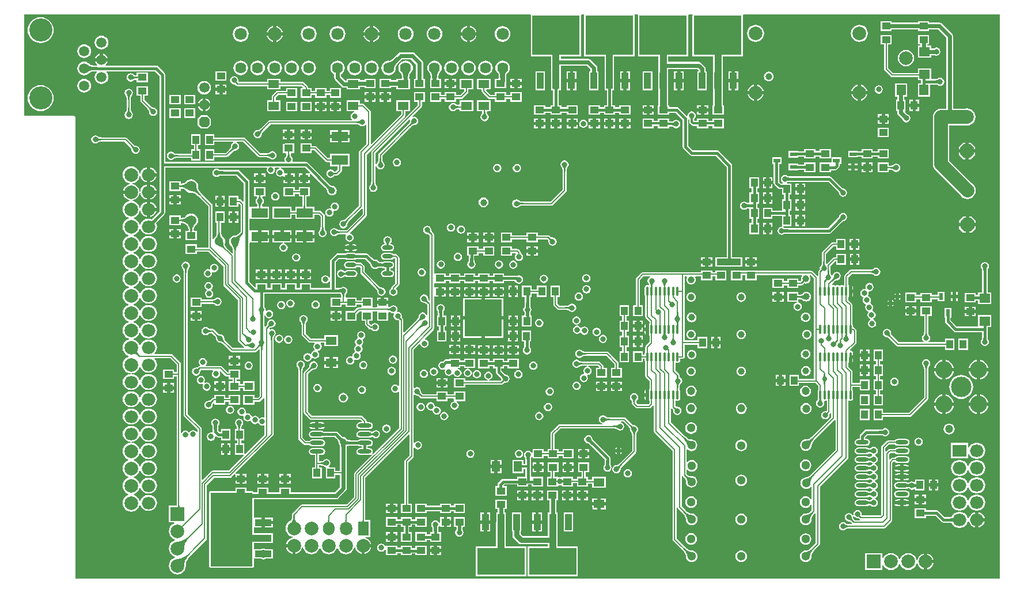
<source format=gbr>
%TF.GenerationSoftware,Altium Limited,Altium Designer,21.1.1 (26)*%
G04 Layer_Physical_Order=4*
G04 Layer_Color=1930808*
%FSLAX44Y44*%
%MOMM*%
%TF.SameCoordinates,65C39E2D-3F9F-43AC-B9A9-9728AD9587AC*%
%TF.FilePolarity,Positive*%
%TF.FileFunction,Copper,L4,Bot,Signal*%
%TF.Part,Single*%
G01*
G75*
%TA.AperFunction,SMDPad,CuDef*%
%ADD10R,0.6000X1.0000*%
%ADD11R,1.0000X1.2500*%
%ADD12R,1.0000X0.6000*%
%ADD15R,1.2500X1.0000*%
%ADD23R,2.4000X1.4000*%
%ADD28O,1.8500X0.6000*%
%ADD41R,1.6000X1.2000*%
%TA.AperFunction,Conductor*%
%ADD44C,0.2000*%
%ADD45C,0.6000*%
%ADD46C,0.4000*%
%ADD47C,0.3000*%
%ADD48C,1.0000*%
%ADD50C,0.8000*%
%ADD52C,2.0000*%
%TA.AperFunction,ComponentPad*%
%ADD54R,2.0000X1.8000*%
%ADD55O,2.0000X1.8000*%
%TA.AperFunction,SMDPad,CuDef*%
%ADD56R,5.5000X5.5000*%
%TA.AperFunction,ComponentPad*%
%ADD57C,0.7000*%
%ADD58C,1.5000*%
%ADD59C,2.0000*%
G04:AMPARAMS|DCode=60|XSize=2mm|YSize=2mm|CornerRadius=0mm|HoleSize=0mm|Usage=FLASHONLY|Rotation=90.000|XOffset=0mm|YOffset=0mm|HoleType=Round|Shape=Octagon|*
%AMOCTAGOND60*
4,1,8,0.5000,1.0000,-0.5000,1.0000,-1.0000,0.5000,-1.0000,-0.5000,-0.5000,-1.0000,0.5000,-1.0000,1.0000,-0.5000,1.0000,0.5000,0.5000,1.0000,0.0*
%
%ADD60OCTAGOND60*%

%ADD61R,1.6000X2.0000*%
%ADD62O,1.8000X2.0000*%
%ADD63O,1.7000X2.0000*%
%ADD64R,2.0000X2.0000*%
%ADD65C,3.0000*%
%ADD66C,2.5000*%
G04:AMPARAMS|DCode=67|XSize=1.5mm|YSize=1.5mm|CornerRadius=0mm|HoleSize=0mm|Usage=FLASHONLY|Rotation=90.000|XOffset=0mm|YOffset=0mm|HoleType=Round|Shape=Octagon|*
%AMOCTAGOND67*
4,1,8,0.3750,0.7500,-0.3750,0.7500,-0.7500,0.3750,-0.7500,-0.3750,-0.3750,-0.7500,0.3750,-0.7500,0.7500,-0.3750,0.7500,0.3750,0.3750,0.7500,0.0*
%
%ADD67OCTAGOND67*%

%ADD68C,1.5240*%
%TA.AperFunction,ViaPad*%
%ADD69C,5.0000*%
%TA.AperFunction,ComponentPad*%
%ADD70R,2.0000X2.0000*%
%ADD71C,1.3000*%
%ADD72C,1.6240*%
%ADD73C,1.8000*%
%TA.AperFunction,ViaPad*%
%ADD74C,0.8000*%
%ADD75C,0.9000*%
%ADD76C,1.2000*%
%ADD77C,0.5000*%
%TA.AperFunction,TestPad*%
%ADD78C,3.4000*%
%TA.AperFunction,ViaPad*%
%ADD79C,2.0000*%
%ADD80C,1.0000*%
%ADD81C,0.7000*%
%ADD82C,1.3000*%
%TA.AperFunction,SMDPad,CuDef*%
%ADD83R,1.0000X2.4000*%
%ADD84R,7.0000X4.0000*%
G04:AMPARAMS|DCode=85|XSize=1.55mm|YSize=0.6mm|CornerRadius=0.3mm|HoleSize=0mm|Usage=FLASHONLY|Rotation=0.000|XOffset=0mm|YOffset=0mm|HoleType=Round|Shape=RoundedRectangle|*
%AMROUNDEDRECTD85*
21,1,1.5500,0.0000,0,0,0.0*
21,1,0.9500,0.6000,0,0,0.0*
1,1,0.6000,0.4750,0.0000*
1,1,0.6000,-0.4750,0.0000*
1,1,0.6000,-0.4750,0.0000*
1,1,0.6000,0.4750,0.0000*
%
%ADD85ROUNDEDRECTD85*%
%ADD86O,2.0000X0.6000*%
%ADD87O,0.3500X1.4000*%
%ADD88R,1.5500X1.3500*%
%ADD89R,1.3500X1.5500*%
%ADD90R,1.2000X1.6000*%
%ADD91R,4.0000X7.0000*%
%ADD92R,2.4000X1.0000*%
%TA.AperFunction,Conductor*%
%ADD93R,7.0000X3.1750*%
%ADD94R,6.2000X10.8500*%
G36*
X1436941Y-436392D02*
X1436941Y-833441D01*
X974305Y-833441D01*
X78059Y-833441D01*
Y-155000D01*
X77826Y-153829D01*
X77163Y-152837D01*
X76171Y-152174D01*
X75000Y-151941D01*
X3059D01*
Y-3059D01*
X746864D01*
X747573Y-4153D01*
X747594Y-4329D01*
X747461Y-5000D01*
Y-36750D01*
X747500Y-36947D01*
Y-65000D01*
X777523D01*
Y-73750D01*
Y-87000D01*
X777500D01*
Y-115000D01*
X780422D01*
Y-136750D01*
X776250D01*
Y-139671D01*
X768875D01*
Y-136750D01*
X752375D01*
Y-150750D01*
X768875D01*
Y-147828D01*
X776250D01*
Y-150750D01*
X792750D01*
Y-147828D01*
X800125D01*
Y-150750D01*
X816625D01*
Y-136750D01*
X800125D01*
Y-139671D01*
X792750D01*
Y-136750D01*
X788578D01*
Y-115000D01*
X791500D01*
Y-109842D01*
X791644Y-108750D01*
Y-78848D01*
X829888D01*
X834985Y-83945D01*
Y-87000D01*
X833083D01*
Y-115000D01*
X847083D01*
Y-87000D01*
X845181D01*
Y-81833D01*
X844793Y-79882D01*
X843688Y-78228D01*
X835605Y-70145D01*
X833951Y-69040D01*
X832000Y-68652D01*
X791644D01*
Y-65000D01*
X821500D01*
Y-36947D01*
X821539Y-36750D01*
Y-5000D01*
X821406Y-4329D01*
X821427Y-4153D01*
X822136Y-3059D01*
X825364D01*
X826073Y-4153D01*
X826094Y-4329D01*
X825961Y-5000D01*
Y-36750D01*
X826083Y-37365D01*
Y-65000D01*
X856023D01*
Y-105001D01*
X856083Y-105460D01*
Y-115000D01*
X859172D01*
Y-136750D01*
X855000D01*
Y-139671D01*
X849250D01*
Y-136750D01*
X832750D01*
Y-150750D01*
X849250D01*
Y-147828D01*
X855000D01*
Y-150750D01*
X871500D01*
Y-147828D01*
X877500D01*
Y-150750D01*
X894000D01*
Y-136750D01*
X877500D01*
Y-139671D01*
X871500D01*
Y-136750D01*
X867328D01*
Y-115000D01*
X870083D01*
Y-105459D01*
X870144Y-105001D01*
Y-65000D01*
X900083D01*
Y-21000D01*
X900039D01*
Y-5000D01*
X899906Y-4329D01*
X899927Y-4153D01*
X900636Y-3059D01*
X904364D01*
X905073Y-4153D01*
X905094Y-4329D01*
X904961Y-5000D01*
Y-36750D01*
X905111Y-37505D01*
Y-65000D01*
X935301D01*
Y-78250D01*
Y-87000D01*
X935111D01*
Y-115000D01*
X935301D01*
Y-136750D01*
X934111D01*
Y-150750D01*
X941902D01*
X942361Y-150810D01*
X942820Y-150750D01*
X950611D01*
Y-147828D01*
X960061D01*
X970672Y-158439D01*
Y-197750D01*
X970672Y-197750D01*
X970982Y-199311D01*
X971866Y-200634D01*
X981366Y-210134D01*
X981366Y-210134D01*
X982689Y-211018D01*
X984250Y-211328D01*
X1019311D01*
X1035422Y-227439D01*
Y-360190D01*
X1027750D01*
X1027291Y-360250D01*
X1018750D01*
Y-374250D01*
X1027291D01*
X1027750Y-374310D01*
X1050000D01*
X1050459Y-374250D01*
X1058250D01*
Y-360250D01*
X1050459D01*
X1050000Y-360190D01*
X1043578D01*
Y-225750D01*
X1043268Y-224189D01*
X1042384Y-222866D01*
X1042384Y-222866D01*
X1023884Y-204366D01*
X1022561Y-203482D01*
X1021000Y-203172D01*
X1021000Y-203172D01*
X985939D01*
X978828Y-196061D01*
Y-158291D01*
X978875Y-158215D01*
X980098Y-157618D01*
X980322Y-157793D01*
X980484Y-160235D01*
Y-161552D01*
X980755Y-162918D01*
X981529Y-164076D01*
X983727Y-166273D01*
X984884Y-167047D01*
X986250Y-167318D01*
X991750D01*
Y-170750D01*
X1008250D01*
Y-167318D01*
X1014750D01*
Y-170750D01*
X1031250D01*
Y-156750D01*
X1014750D01*
Y-160181D01*
X1008250D01*
Y-156750D01*
X991750D01*
Y-160181D01*
X988830D01*
X987663Y-158938D01*
X987670Y-158750D01*
X987804Y-157416D01*
X987881Y-156973D01*
X987959Y-156655D01*
X987974Y-156614D01*
X988378Y-156344D01*
X989704Y-154359D01*
X990170Y-152018D01*
X989704Y-149677D01*
X988378Y-147692D01*
X986393Y-146366D01*
X984052Y-145900D01*
X981711Y-146366D01*
X979726Y-147692D01*
X978400Y-149677D01*
X977935Y-152018D01*
X978022Y-152459D01*
X976852Y-153084D01*
X964634Y-140866D01*
X963311Y-139982D01*
X961750Y-139671D01*
X961750Y-139671D01*
X950611D01*
Y-136750D01*
X949421D01*
Y-83348D01*
X992124D01*
X994152Y-85376D01*
Y-87000D01*
X992250D01*
Y-115000D01*
X1006250D01*
Y-87000D01*
X1004348D01*
Y-83265D01*
X1003960Y-81314D01*
X1002855Y-79660D01*
X997840Y-74645D01*
X996186Y-73540D01*
X994235Y-73152D01*
X949421D01*
Y-65000D01*
X979111D01*
Y-21000D01*
X979039D01*
Y-5000D01*
X978906Y-4329D01*
X978927Y-4153D01*
X979636Y-3059D01*
X984614D01*
X985323Y-4153D01*
X985344Y-4329D01*
X985211Y-5000D01*
Y-36750D01*
X985250Y-36947D01*
Y-65000D01*
X1015689D01*
Y-87000D01*
X1015250D01*
Y-115000D01*
X1015689D01*
Y-136750D01*
X1014750D01*
Y-150750D01*
X1031250D01*
Y-136750D01*
X1029810D01*
Y-65000D01*
X1059250D01*
Y-36947D01*
X1059289Y-36750D01*
Y-5000D01*
X1059156Y-4329D01*
X1059177Y-4153D01*
X1059886Y-3059D01*
X1436941D01*
X1436941Y-436392D01*
D02*
G37*
G36*
X986298Y-155392D02*
X986142Y-155680D01*
X986004Y-156068D01*
X985884Y-156554D01*
X985782Y-157140D01*
X985635Y-158608D01*
X985561Y-160472D01*
X985552Y-161552D01*
X982552D01*
X982543Y-160472D01*
X982322Y-157140D01*
X982221Y-156554D01*
X982101Y-156068D01*
X981963Y-155680D01*
X981806Y-155392D01*
X981631Y-155202D01*
X986473D01*
X986298Y-155392D01*
D02*
G37*
%LPC*%
G36*
X1333250Y-13500D02*
X1316750D01*
Y-15402D01*
X1278250D01*
Y-13500D01*
X1261750D01*
Y-27500D01*
X1278250D01*
Y-25598D01*
X1316750D01*
Y-27500D01*
X1333250D01*
Y-25598D01*
X1346388D01*
X1358152Y-37362D01*
Y-142147D01*
X1350750D01*
X1347617Y-142559D01*
X1344698Y-143768D01*
X1342191Y-145691D01*
X1340268Y-148198D01*
X1339059Y-151117D01*
X1338646Y-154250D01*
Y-223750D01*
X1339059Y-226883D01*
X1340268Y-229802D01*
X1342191Y-232309D01*
X1378257Y-268374D01*
X1378331Y-268554D01*
X1380335Y-271165D01*
X1382946Y-273169D01*
X1385987Y-274428D01*
X1389250Y-274858D01*
X1392513Y-274428D01*
X1395554Y-273169D01*
X1398165Y-271165D01*
X1400169Y-268554D01*
X1401428Y-265513D01*
X1401858Y-262250D01*
X1401428Y-258987D01*
X1400169Y-255946D01*
X1398165Y-253335D01*
X1395554Y-251331D01*
X1395374Y-251257D01*
X1362854Y-218736D01*
Y-166354D01*
X1385306D01*
X1385487Y-166428D01*
X1388750Y-166858D01*
X1392013Y-166428D01*
X1395054Y-165169D01*
X1397665Y-163165D01*
X1399669Y-160554D01*
X1400928Y-157513D01*
X1401358Y-154250D01*
X1400928Y-150987D01*
X1399669Y-147946D01*
X1397665Y-145335D01*
X1395054Y-143331D01*
X1392013Y-142072D01*
X1388750Y-141642D01*
X1385487Y-142072D01*
X1385306Y-142147D01*
X1368348D01*
Y-35250D01*
X1367960Y-33299D01*
X1366855Y-31645D01*
X1352105Y-16895D01*
X1350451Y-15790D01*
X1348500Y-15402D01*
X1333250D01*
Y-13500D01*
D02*
G37*
G36*
X516000Y-20226D02*
Y-29500D01*
X525274D01*
X525191Y-28867D01*
X523982Y-25948D01*
X522058Y-23442D01*
X519552Y-21518D01*
X516633Y-20309D01*
X516000Y-20226D01*
D02*
G37*
G36*
X511000Y-20226D02*
X510367Y-20309D01*
X507448Y-21518D01*
X504941Y-23442D01*
X503018Y-25948D01*
X501809Y-28867D01*
X501726Y-29500D01*
X511000D01*
Y-20226D01*
D02*
G37*
G36*
X658500Y-20226D02*
Y-29500D01*
X667774D01*
X667691Y-28867D01*
X666482Y-25948D01*
X664558Y-23442D01*
X662052Y-21518D01*
X659133Y-20309D01*
X658500Y-20226D01*
D02*
G37*
G36*
X653500Y-20226D02*
X652867Y-20309D01*
X649948Y-21518D01*
X647441Y-23442D01*
X645518Y-25948D01*
X644309Y-28867D01*
X644225Y-29500D01*
X653500D01*
Y-20226D01*
D02*
G37*
G36*
X373500Y-20226D02*
Y-29500D01*
X382774D01*
X382691Y-28867D01*
X381482Y-25948D01*
X379558Y-23442D01*
X377052Y-21518D01*
X374133Y-20309D01*
X373500Y-20226D01*
D02*
G37*
G36*
X368500D02*
X367867Y-20309D01*
X364948Y-21518D01*
X362441Y-23442D01*
X360518Y-25948D01*
X359309Y-28867D01*
X359226Y-29500D01*
X368500D01*
Y-20226D01*
D02*
G37*
G36*
X706000Y-20401D02*
X702998Y-20796D01*
X700200Y-21955D01*
X697798Y-23798D01*
X695955Y-26200D01*
X694796Y-28998D01*
X694401Y-32000D01*
X694796Y-35002D01*
X695955Y-37800D01*
X697798Y-40202D01*
X700200Y-42045D01*
X702998Y-43204D01*
X706000Y-43599D01*
X709002Y-43204D01*
X711799Y-42045D01*
X714202Y-40202D01*
X716045Y-37800D01*
X717204Y-35002D01*
X717599Y-32000D01*
X717204Y-28998D01*
X716045Y-26200D01*
X714202Y-23798D01*
X711799Y-21955D01*
X709002Y-20796D01*
X706000Y-20401D01*
D02*
G37*
G36*
X606000D02*
X602998Y-20796D01*
X600200Y-21955D01*
X597798Y-23798D01*
X595955Y-26200D01*
X594796Y-28998D01*
X594401Y-32000D01*
X594796Y-35002D01*
X595955Y-37800D01*
X597798Y-40202D01*
X600200Y-42045D01*
X602998Y-43204D01*
X606000Y-43599D01*
X609002Y-43204D01*
X611800Y-42045D01*
X614202Y-40202D01*
X616045Y-37800D01*
X617204Y-35002D01*
X617599Y-32000D01*
X617204Y-28998D01*
X616045Y-26200D01*
X614202Y-23798D01*
X611800Y-21955D01*
X609002Y-20796D01*
X606000Y-20401D01*
D02*
G37*
G36*
X563500D02*
X560498Y-20796D01*
X557700Y-21955D01*
X555298Y-23798D01*
X553455Y-26200D01*
X552296Y-28998D01*
X551901Y-32000D01*
X552296Y-35002D01*
X553455Y-37800D01*
X555298Y-40202D01*
X557700Y-42045D01*
X560498Y-43204D01*
X563500Y-43599D01*
X566502Y-43204D01*
X569300Y-42045D01*
X571702Y-40202D01*
X573545Y-37800D01*
X574704Y-35002D01*
X575099Y-32000D01*
X574704Y-28998D01*
X573545Y-26200D01*
X571702Y-23798D01*
X569300Y-21955D01*
X566502Y-20796D01*
X563500Y-20401D01*
D02*
G37*
G36*
X463500D02*
X460498Y-20796D01*
X457700Y-21955D01*
X455298Y-23798D01*
X453455Y-26200D01*
X452296Y-28998D01*
X451901Y-32000D01*
X452296Y-35002D01*
X453455Y-37800D01*
X455298Y-40202D01*
X457700Y-42045D01*
X460498Y-43204D01*
X463500Y-43599D01*
X466502Y-43204D01*
X469300Y-42045D01*
X471702Y-40202D01*
X473545Y-37800D01*
X474704Y-35002D01*
X475099Y-32000D01*
X474704Y-28998D01*
X473545Y-26200D01*
X471702Y-23798D01*
X469300Y-21955D01*
X466502Y-20796D01*
X463500Y-20401D01*
D02*
G37*
G36*
X421000D02*
X417998Y-20796D01*
X415200Y-21955D01*
X412798Y-23798D01*
X410955Y-26200D01*
X409796Y-28998D01*
X409401Y-32000D01*
X409796Y-35002D01*
X410955Y-37800D01*
X412798Y-40202D01*
X415200Y-42045D01*
X417998Y-43204D01*
X421000Y-43599D01*
X424002Y-43204D01*
X426800Y-42045D01*
X429202Y-40202D01*
X431045Y-37800D01*
X432204Y-35002D01*
X432599Y-32000D01*
X432204Y-28998D01*
X431045Y-26200D01*
X429202Y-23798D01*
X426800Y-21955D01*
X424002Y-20796D01*
X421000Y-20401D01*
D02*
G37*
G36*
X321000D02*
X317998Y-20796D01*
X315200Y-21955D01*
X312798Y-23798D01*
X310955Y-26200D01*
X309796Y-28998D01*
X309401Y-32000D01*
X309796Y-35002D01*
X310955Y-37800D01*
X312798Y-40202D01*
X315200Y-42045D01*
X317998Y-43204D01*
X321000Y-43599D01*
X324002Y-43204D01*
X326800Y-42045D01*
X329202Y-40202D01*
X331045Y-37800D01*
X332204Y-35002D01*
X332599Y-32000D01*
X332204Y-28998D01*
X331045Y-26200D01*
X329202Y-23798D01*
X326800Y-21955D01*
X324002Y-20796D01*
X321000Y-20401D01*
D02*
G37*
G36*
X525274Y-34500D02*
X516000D01*
Y-43774D01*
X516633Y-43691D01*
X519552Y-42482D01*
X522058Y-40559D01*
X523982Y-38052D01*
X525191Y-35133D01*
X525274Y-34500D01*
D02*
G37*
G36*
X667774Y-34500D02*
X658500D01*
Y-43774D01*
X659133Y-43691D01*
X662052Y-42482D01*
X664558Y-40559D01*
X666482Y-38052D01*
X667691Y-35133D01*
X667774Y-34500D01*
D02*
G37*
G36*
X382774Y-34500D02*
X373500D01*
Y-43774D01*
X374133Y-43691D01*
X377052Y-42482D01*
X379558Y-40559D01*
X381482Y-38052D01*
X382691Y-35133D01*
X382774Y-34500D01*
D02*
G37*
G36*
X368500D02*
X359226D01*
X359309Y-35133D01*
X360518Y-38052D01*
X362441Y-40559D01*
X364948Y-42482D01*
X367867Y-43691D01*
X368500Y-43774D01*
Y-34500D01*
D02*
G37*
G36*
X653500Y-34500D02*
X644225D01*
X644309Y-35133D01*
X645518Y-38052D01*
X647441Y-40559D01*
X649948Y-42482D01*
X652867Y-43691D01*
X653500Y-43774D01*
Y-34500D01*
D02*
G37*
G36*
X511000Y-34500D02*
X501726D01*
X501809Y-35133D01*
X503018Y-38052D01*
X504941Y-40559D01*
X507448Y-42482D01*
X510367Y-43691D01*
X511000Y-43774D01*
Y-34500D01*
D02*
G37*
G36*
X1230500Y-18642D02*
X1227237Y-19072D01*
X1224196Y-20331D01*
X1221585Y-22335D01*
X1219581Y-24946D01*
X1218322Y-27987D01*
X1217892Y-31250D01*
X1218322Y-34513D01*
X1219581Y-37554D01*
X1221585Y-40165D01*
X1224196Y-42169D01*
X1227237Y-43428D01*
X1230500Y-43858D01*
X1233763Y-43428D01*
X1236804Y-42169D01*
X1239415Y-40165D01*
X1241419Y-37554D01*
X1242678Y-34513D01*
X1243108Y-31250D01*
X1242678Y-27987D01*
X1241419Y-24946D01*
X1239415Y-22335D01*
X1236804Y-20331D01*
X1233763Y-19072D01*
X1230500Y-18642D01*
D02*
G37*
G36*
X1078000D02*
X1074737Y-19072D01*
X1071696Y-20331D01*
X1069085Y-22335D01*
X1067081Y-24946D01*
X1065822Y-27987D01*
X1065392Y-31250D01*
X1065822Y-34513D01*
X1067081Y-37554D01*
X1069085Y-40165D01*
X1071696Y-42169D01*
X1074737Y-43428D01*
X1078000Y-43858D01*
X1081263Y-43428D01*
X1084304Y-42169D01*
X1086915Y-40165D01*
X1088919Y-37554D01*
X1090178Y-34513D01*
X1090608Y-31250D01*
X1090178Y-27987D01*
X1088919Y-24946D01*
X1086915Y-22335D01*
X1084304Y-20331D01*
X1081263Y-19072D01*
X1078000Y-18642D01*
D02*
G37*
G36*
X26900Y-7358D02*
X23176Y-7724D01*
X19594Y-8811D01*
X16293Y-10575D01*
X13400Y-12950D01*
X11026Y-15843D01*
X9262Y-19143D01*
X8175Y-22725D01*
X7808Y-26450D01*
X8175Y-30174D01*
X9262Y-33756D01*
X11026Y-37057D01*
X13400Y-39950D01*
X16293Y-42324D01*
X19594Y-44088D01*
X23176Y-45175D01*
X26900Y-45542D01*
X30625Y-45175D01*
X34207Y-44088D01*
X37507Y-42324D01*
X40400Y-39950D01*
X42775Y-37057D01*
X44539Y-33756D01*
X45625Y-30174D01*
X45992Y-26450D01*
X45625Y-22725D01*
X44539Y-19143D01*
X42775Y-15843D01*
X40400Y-12950D01*
X37507Y-10575D01*
X34207Y-8811D01*
X30625Y-7724D01*
X26900Y-7358D01*
D02*
G37*
G36*
X116400Y-34564D02*
X113790Y-34907D01*
X111357Y-35915D01*
X109268Y-37518D01*
X107665Y-39607D01*
X106657Y-42039D01*
X106314Y-44650D01*
X106657Y-47260D01*
X107665Y-49693D01*
X109268Y-51782D01*
X111357Y-53385D01*
X113790Y-54393D01*
X116400Y-54736D01*
X119011Y-54393D01*
X121443Y-53385D01*
X123532Y-51782D01*
X125135Y-49693D01*
X126143Y-47260D01*
X126486Y-44650D01*
X126143Y-42039D01*
X125135Y-39607D01*
X123532Y-37518D01*
X121443Y-35915D01*
X119011Y-34907D01*
X116400Y-34564D01*
D02*
G37*
G36*
X1333250Y-33500D02*
X1316750D01*
Y-47500D01*
X1319902D01*
Y-49250D01*
X1316750D01*
Y-66750D01*
X1336250D01*
Y-63098D01*
X1340330D01*
X1341159Y-63652D01*
X1343500Y-64118D01*
X1345841Y-63652D01*
X1347826Y-62326D01*
X1349152Y-60341D01*
X1349617Y-58000D01*
X1349152Y-55659D01*
X1347826Y-53674D01*
X1345841Y-52348D01*
X1343500Y-51883D01*
X1341159Y-52348D01*
X1340330Y-52902D01*
X1336250D01*
Y-49250D01*
X1330098D01*
Y-47500D01*
X1333250D01*
Y-33500D01*
D02*
G37*
G36*
X91000Y-47264D02*
X88390Y-47607D01*
X85957Y-48615D01*
X83868Y-50218D01*
X82265Y-52307D01*
X81257Y-54739D01*
X80914Y-57350D01*
X81257Y-59960D01*
X82265Y-62393D01*
X83868Y-64482D01*
X85957Y-66085D01*
X88390Y-67093D01*
X91000Y-67436D01*
X93611Y-67093D01*
X96043Y-66085D01*
X98132Y-64482D01*
X99735Y-62393D01*
X100743Y-59960D01*
X101086Y-57350D01*
X100743Y-54739D01*
X99735Y-52307D01*
X98132Y-50218D01*
X96043Y-48615D01*
X93611Y-47607D01*
X91000Y-47264D01*
D02*
G37*
G36*
X118900Y-60803D02*
Y-67550D01*
X125647D01*
X124698Y-65259D01*
X123175Y-63274D01*
X121191Y-61752D01*
X118900Y-60803D01*
D02*
G37*
G36*
X113900Y-60803D02*
X111609Y-61752D01*
X109625Y-63274D01*
X108102Y-65259D01*
X107153Y-67550D01*
X113900D01*
Y-60803D01*
D02*
G37*
G36*
X125647Y-72550D02*
X116400D01*
X107153D01*
X108102Y-74841D01*
X109625Y-76825D01*
X110375Y-77402D01*
X109944Y-78672D01*
X108144D01*
X104706Y-78428D01*
X103222Y-78219D01*
X101886Y-77952D01*
X100722Y-77635D01*
X99735Y-77276D01*
X99210Y-77023D01*
X98132Y-75618D01*
X96043Y-74015D01*
X93611Y-73007D01*
X91000Y-72664D01*
X88390Y-73007D01*
X85957Y-74015D01*
X83868Y-75618D01*
X82265Y-77707D01*
X81257Y-80140D01*
X80914Y-82750D01*
X81257Y-85360D01*
X82265Y-87793D01*
X83868Y-89882D01*
X85957Y-91485D01*
X88390Y-92493D01*
X91000Y-92836D01*
X93611Y-92493D01*
X96043Y-91485D01*
X98132Y-89882D01*
X99210Y-88477D01*
X99735Y-88224D01*
X100722Y-87865D01*
X101886Y-87548D01*
X103222Y-87281D01*
X104706Y-87072D01*
X108144Y-86828D01*
X109234D01*
X109642Y-88031D01*
X109268Y-88318D01*
X107665Y-90407D01*
X106657Y-92839D01*
X106314Y-95450D01*
X106657Y-98061D01*
X107665Y-100493D01*
X109268Y-102582D01*
X111357Y-104185D01*
X113790Y-105193D01*
X116400Y-105536D01*
X119011Y-105193D01*
X121443Y-104185D01*
X123532Y-102582D01*
X125135Y-100493D01*
X126143Y-98061D01*
X126486Y-95450D01*
X126143Y-92839D01*
X125135Y-90407D01*
X123532Y-88318D01*
X123158Y-88031D01*
X123566Y-86828D01*
X195061D01*
X201922Y-93689D01*
Y-224500D01*
Y-293111D01*
X191120Y-303913D01*
X190808Y-304181D01*
X190346Y-304532D01*
X190294Y-304565D01*
X189402Y-304196D01*
X186400Y-303801D01*
X184400D01*
X181398Y-304196D01*
X178600Y-305355D01*
X176198Y-307198D01*
X174355Y-309600D01*
X173376Y-311964D01*
X173193Y-312006D01*
X172033Y-311887D01*
X170919Y-309196D01*
X168915Y-306585D01*
X166304Y-304581D01*
X163476Y-303410D01*
X163362Y-302750D01*
X163476Y-302090D01*
X166304Y-300919D01*
X168915Y-298915D01*
X170919Y-296304D01*
X172178Y-293263D01*
X172309Y-292267D01*
X173590D01*
X173683Y-292972D01*
X174792Y-295647D01*
X176555Y-297945D01*
X178853Y-299708D01*
X181528Y-300817D01*
X182900Y-300997D01*
Y-290100D01*
Y-279203D01*
X181528Y-279383D01*
X178853Y-280492D01*
X176555Y-282255D01*
X174792Y-284553D01*
X173683Y-287228D01*
X173604Y-287833D01*
X172323Y-287833D01*
X172178Y-286737D01*
X170919Y-283696D01*
X168915Y-281085D01*
X166304Y-279081D01*
X163263Y-277822D01*
X162250Y-277688D01*
Y-276407D01*
X163133Y-276291D01*
X166052Y-275082D01*
X168559Y-273158D01*
X170482Y-270652D01*
X171691Y-267733D01*
X171981Y-265534D01*
X172064Y-264902D01*
X173345D01*
X173428Y-265534D01*
X173683Y-267472D01*
X174792Y-270147D01*
X176555Y-272445D01*
X178853Y-274209D01*
X181528Y-275317D01*
X182900Y-275497D01*
Y-264600D01*
Y-253703D01*
X181528Y-253883D01*
X178853Y-254991D01*
X176555Y-256755D01*
X174792Y-259053D01*
X173683Y-261728D01*
X173428Y-263666D01*
X173345Y-264298D01*
X172064D01*
X171981Y-263666D01*
X171691Y-261467D01*
X170482Y-258548D01*
X168559Y-256042D01*
X166052Y-254118D01*
X163133Y-252909D01*
X162250Y-252793D01*
Y-251512D01*
X163263Y-251378D01*
X166304Y-250119D01*
X168915Y-248115D01*
X170919Y-245504D01*
X172178Y-242463D01*
X172316Y-241417D01*
X173597D01*
X173683Y-242072D01*
X174792Y-244747D01*
X176555Y-247045D01*
X178853Y-248808D01*
X181528Y-249917D01*
X182900Y-250097D01*
Y-239200D01*
Y-228303D01*
X181528Y-228483D01*
X178853Y-229592D01*
X176555Y-231355D01*
X174792Y-233653D01*
X173683Y-236328D01*
X173597Y-236983D01*
X172316D01*
X172178Y-235937D01*
X170919Y-232896D01*
X168915Y-230285D01*
X166304Y-228281D01*
X163263Y-227022D01*
X160000Y-226592D01*
X156737Y-227022D01*
X153696Y-228281D01*
X151085Y-230285D01*
X149081Y-232896D01*
X147822Y-235937D01*
X147392Y-239200D01*
X147822Y-242463D01*
X149081Y-245504D01*
X151085Y-248115D01*
X153696Y-250119D01*
X156737Y-251378D01*
X157750Y-251512D01*
Y-252793D01*
X156867Y-252909D01*
X153948Y-254118D01*
X151441Y-256042D01*
X149518Y-258548D01*
X148309Y-261467D01*
X148226Y-262100D01*
X160000D01*
Y-267100D01*
X148226D01*
X148309Y-267733D01*
X149518Y-270652D01*
X151441Y-273158D01*
X153948Y-275082D01*
X156867Y-276291D01*
X157750Y-276407D01*
Y-277688D01*
X156737Y-277822D01*
X153696Y-279081D01*
X151085Y-281085D01*
X149081Y-283696D01*
X147822Y-286737D01*
X147392Y-290000D01*
X147822Y-293263D01*
X149081Y-296304D01*
X151085Y-298915D01*
X153696Y-300919D01*
X156524Y-302090D01*
X156638Y-302750D01*
X156524Y-303410D01*
X153696Y-304581D01*
X151085Y-306585D01*
X149081Y-309196D01*
X147822Y-312237D01*
X147392Y-315500D01*
X147822Y-318763D01*
X149081Y-321804D01*
X151085Y-324415D01*
X153696Y-326419D01*
X156423Y-327548D01*
X156423Y-327550D01*
Y-328850D01*
X156423Y-328852D01*
X153696Y-329981D01*
X151085Y-331985D01*
X149081Y-334596D01*
X147822Y-337637D01*
X147392Y-340900D01*
X147822Y-344163D01*
X149081Y-347204D01*
X151085Y-349815D01*
X153696Y-351819D01*
X156423Y-352948D01*
X156423Y-352950D01*
Y-354250D01*
X156423Y-354252D01*
X153696Y-355381D01*
X151085Y-357385D01*
X149081Y-359996D01*
X147822Y-363037D01*
X147392Y-366300D01*
X147822Y-369563D01*
X149081Y-372604D01*
X151085Y-375215D01*
X153696Y-377219D01*
X156423Y-378348D01*
X156423Y-378350D01*
Y-379650D01*
X156423Y-379652D01*
X153696Y-380781D01*
X151085Y-382785D01*
X149081Y-385396D01*
X147822Y-388437D01*
X147392Y-391700D01*
X147822Y-394963D01*
X149081Y-398004D01*
X151085Y-400615D01*
X153696Y-402619D01*
X156524Y-403790D01*
X156638Y-404450D01*
X156524Y-405110D01*
X153696Y-406281D01*
X151085Y-408285D01*
X149081Y-410896D01*
X147822Y-413937D01*
X147392Y-417200D01*
X147822Y-420463D01*
X149081Y-423504D01*
X151085Y-426115D01*
X153696Y-428119D01*
X156423Y-429248D01*
X156423Y-429250D01*
Y-430550D01*
X156423Y-430552D01*
X153696Y-431681D01*
X151085Y-433685D01*
X149081Y-436296D01*
X147822Y-439337D01*
X147392Y-442600D01*
X147822Y-445863D01*
X149081Y-448904D01*
X151085Y-451515D01*
X153696Y-453519D01*
X156423Y-454648D01*
X156423Y-454650D01*
Y-455950D01*
X156423Y-455952D01*
X153696Y-457081D01*
X151085Y-459085D01*
X149081Y-461696D01*
X147822Y-464737D01*
X147392Y-468000D01*
X147822Y-471263D01*
X149081Y-474304D01*
X151085Y-476915D01*
X153696Y-478919D01*
X156464Y-480065D01*
X156522Y-480321D01*
Y-481120D01*
X156464Y-481376D01*
X153696Y-482522D01*
X151085Y-484526D01*
X149081Y-487137D01*
X147822Y-490178D01*
X147392Y-493441D01*
X147822Y-496704D01*
X149081Y-499745D01*
X151085Y-502356D01*
X153696Y-504360D01*
X156046Y-505333D01*
Y-506708D01*
X153696Y-507681D01*
X151085Y-509685D01*
X149081Y-512296D01*
X147822Y-515337D01*
X147392Y-518600D01*
X147822Y-521863D01*
X149081Y-524904D01*
X151085Y-527515D01*
X153696Y-529519D01*
X156737Y-530778D01*
X159349Y-531122D01*
X159414Y-531131D01*
X159364Y-531906D01*
X158335Y-532488D01*
X155998Y-532796D01*
X153200Y-533955D01*
X150798Y-535798D01*
X148955Y-538200D01*
X147796Y-540998D01*
X147401Y-544000D01*
X147796Y-547002D01*
X148955Y-549800D01*
X150798Y-552202D01*
X153200Y-554045D01*
X155998Y-555204D01*
X159000Y-555599D01*
X161000D01*
X164002Y-555204D01*
X166800Y-554045D01*
X169202Y-552202D01*
X171045Y-549800D01*
X172023Y-547440D01*
X173377D01*
X174355Y-549800D01*
X176198Y-552202D01*
X178600Y-554045D01*
X181398Y-555204D01*
X184400Y-555599D01*
X186400D01*
X189402Y-555204D01*
X192200Y-554045D01*
X194602Y-552202D01*
X196445Y-549800D01*
X197604Y-547002D01*
X197999Y-544000D01*
X197604Y-540998D01*
X196445Y-538200D01*
X194602Y-535798D01*
X192200Y-533955D01*
X189402Y-532796D01*
X186400Y-532401D01*
X184400D01*
X181398Y-532796D01*
X178600Y-533955D01*
X176198Y-535798D01*
X174355Y-538200D01*
X173377Y-540560D01*
X172023D01*
X171045Y-538200D01*
X169202Y-535798D01*
X166800Y-533955D01*
X164002Y-532796D01*
X161665Y-532488D01*
X160636Y-531906D01*
X160586Y-531131D01*
X160651Y-531122D01*
X163263Y-530778D01*
X166304Y-529519D01*
X168915Y-527515D01*
X170919Y-524904D01*
X172054Y-522164D01*
X173029Y-522024D01*
X173400Y-522094D01*
X174355Y-524400D01*
X176198Y-526802D01*
X178600Y-528645D01*
X181398Y-529804D01*
X184400Y-530199D01*
X186400D01*
X189402Y-529804D01*
X192200Y-528645D01*
X194602Y-526802D01*
X196445Y-524400D01*
X197604Y-521602D01*
X197999Y-518600D01*
X197604Y-515598D01*
X196445Y-512800D01*
X194602Y-510398D01*
X194424Y-510261D01*
X194832Y-509059D01*
X217483D01*
X226941Y-518517D01*
Y-529441D01*
X223250D01*
Y-525500D01*
X206750D01*
Y-539500D01*
X223250D01*
Y-535559D01*
X226941D01*
Y-725400D01*
X215500D01*
Y-750400D01*
X223160D01*
X223413Y-751670D01*
X221696Y-752381D01*
X219085Y-754385D01*
X217081Y-756996D01*
X215822Y-760037D01*
X215392Y-763300D01*
X215822Y-766563D01*
X217081Y-769604D01*
X219085Y-772215D01*
X221696Y-774219D01*
X224423Y-775348D01*
X224423Y-775350D01*
Y-776650D01*
X224423Y-776652D01*
X221696Y-777781D01*
X219085Y-779785D01*
X217081Y-782396D01*
X215822Y-785437D01*
X215392Y-788700D01*
X215822Y-791963D01*
X217081Y-795004D01*
X219085Y-797615D01*
X221696Y-799619D01*
X224423Y-800748D01*
X224423Y-800750D01*
Y-802050D01*
X224423Y-802052D01*
X221696Y-803181D01*
X219085Y-805185D01*
X217081Y-807796D01*
X215822Y-810837D01*
X215392Y-814100D01*
X215822Y-817363D01*
X217081Y-820404D01*
X219085Y-823015D01*
X221696Y-825019D01*
X224737Y-826278D01*
X228000Y-826708D01*
X231263Y-826278D01*
X234304Y-825019D01*
X236915Y-823015D01*
X238919Y-820404D01*
X240178Y-817363D01*
X240608Y-814100D01*
X240264Y-811487D01*
X240335Y-811020D01*
X240729Y-809497D01*
X241294Y-807941D01*
X242036Y-806348D01*
X242958Y-804721D01*
X244046Y-803086D01*
X246853Y-799626D01*
X247949Y-798477D01*
X270163Y-776263D01*
X270163Y-776263D01*
X270826Y-775270D01*
X271059Y-774100D01*
X271059Y-774100D01*
Y-695767D01*
X282017Y-684809D01*
X305224D01*
X305224Y-684809D01*
X306395Y-684576D01*
X307387Y-683913D01*
X311980Y-679320D01*
X313250Y-679846D01*
X313250Y-680273D01*
Y-683750D01*
X319000D01*
Y-679250D01*
X314314D01*
X313846Y-679250D01*
X313320Y-677980D01*
X368663Y-622637D01*
X368663Y-622637D01*
X369326Y-621645D01*
X369559Y-620474D01*
X369559Y-620474D01*
Y-481235D01*
X369690Y-479455D01*
X369797Y-478729D01*
X369932Y-478077D01*
X370088Y-477525D01*
X370256Y-477076D01*
X370427Y-476729D01*
X370585Y-476487D01*
X370826Y-476326D01*
X372152Y-474341D01*
X372617Y-472000D01*
X372152Y-469659D01*
X370826Y-467674D01*
X368841Y-466348D01*
X366500Y-465882D01*
X364581Y-466264D01*
X363449Y-465679D01*
X363210Y-465454D01*
X363189Y-465268D01*
X363418Y-465068D01*
X363966Y-464652D01*
X364472Y-464312D01*
X364909Y-464061D01*
X365266Y-463896D01*
X365529Y-463808D01*
X365686Y-463778D01*
X365794Y-463777D01*
X366250Y-463867D01*
X368591Y-463402D01*
X370576Y-462076D01*
X371902Y-460091D01*
X372368Y-457750D01*
X371902Y-455409D01*
X370576Y-453424D01*
X368591Y-452098D01*
X366250Y-451632D01*
X363909Y-452098D01*
X361924Y-453424D01*
X360598Y-455409D01*
X360132Y-457750D01*
X360223Y-458206D01*
X360222Y-458314D01*
X360192Y-458471D01*
X360104Y-458734D01*
X359939Y-459092D01*
X359688Y-459528D01*
X359348Y-460034D01*
X358932Y-460582D01*
X357827Y-461847D01*
X357098Y-462576D01*
X357050Y-462575D01*
X355828Y-462185D01*
Y-446467D01*
X357098Y-446341D01*
X358424Y-448326D01*
X360409Y-449652D01*
X362750Y-450117D01*
X365091Y-449652D01*
X367076Y-448326D01*
X368402Y-446341D01*
X368868Y-444000D01*
X368402Y-441659D01*
X367076Y-439674D01*
X365091Y-438348D01*
X362750Y-437882D01*
X360409Y-438348D01*
X358834Y-439400D01*
X357685Y-438669D01*
X357868Y-437750D01*
X357402Y-435409D01*
X356147Y-433531D01*
X356128Y-433464D01*
X356065Y-433135D01*
X355828Y-429491D01*
Y-413828D01*
X463607D01*
X465132Y-413865D01*
X466620Y-413993D01*
X467139Y-414070D01*
X467521Y-414151D01*
X467566Y-414164D01*
X467674Y-414326D01*
X467915Y-414487D01*
X468073Y-414729D01*
X468244Y-415076D01*
X468412Y-415525D01*
X468568Y-416077D01*
X468703Y-416729D01*
X468810Y-417455D01*
X468885Y-418480D01*
X467887Y-419750D01*
X453000D01*
Y-433750D01*
X469500D01*
Y-429809D01*
X475000D01*
Y-433750D01*
X491500D01*
Y-429809D01*
X497602D01*
X498500Y-430707D01*
X498500Y-433750D01*
X497309Y-433941D01*
X494500D01*
X494500Y-433941D01*
X493330Y-434174D01*
X492337Y-434837D01*
X492337Y-434837D01*
X487424Y-439750D01*
X475000D01*
Y-453750D01*
X491500D01*
Y-444326D01*
X495767Y-440059D01*
X498500D01*
Y-453750D01*
X503691D01*
Y-458750D01*
X503691Y-458750D01*
X503924Y-459921D01*
X504587Y-460913D01*
X509087Y-465413D01*
X509087Y-465413D01*
X510079Y-466076D01*
X511250Y-466309D01*
X511250Y-466309D01*
X512455D01*
X513101Y-466343D01*
X513924Y-467576D01*
X515909Y-468902D01*
X518250Y-469367D01*
X520591Y-468902D01*
X522576Y-467576D01*
X523902Y-465591D01*
X524368Y-463250D01*
X523902Y-460909D01*
X522576Y-458924D01*
X520591Y-457598D01*
X518250Y-457132D01*
X515909Y-457598D01*
X513924Y-458924D01*
X513505Y-459552D01*
X512015Y-459689D01*
X509809Y-457483D01*
Y-453750D01*
X515000D01*
Y-440059D01*
X521500D01*
Y-453750D01*
X538000D01*
Y-441467D01*
X538308Y-440999D01*
X539270Y-440400D01*
X539423Y-440432D01*
X539975Y-440588D01*
X540424Y-440756D01*
X540771Y-440927D01*
X541013Y-441085D01*
X541174Y-441326D01*
X543159Y-442652D01*
X545500Y-443117D01*
X546039Y-443010D01*
X546744Y-444066D01*
X546348Y-444659D01*
X545882Y-447000D01*
X546348Y-449341D01*
X547674Y-451326D01*
X549659Y-452652D01*
X552000Y-453117D01*
X552928Y-452933D01*
X553941Y-453785D01*
Y-549182D01*
X552671Y-549567D01*
X552576Y-549424D01*
X550591Y-548098D01*
X548250Y-547632D01*
X545909Y-548098D01*
X543924Y-549424D01*
X542598Y-551409D01*
X542132Y-553750D01*
X542598Y-556091D01*
X543924Y-558076D01*
X545909Y-559402D01*
X548250Y-559868D01*
X550591Y-559402D01*
X552576Y-558076D01*
X552671Y-557933D01*
X553941Y-558318D01*
Y-611483D01*
X515106Y-650318D01*
X514120Y-649509D01*
X514275Y-649276D01*
X514960Y-648251D01*
X515348Y-646300D01*
X514960Y-644349D01*
X513855Y-642695D01*
X512201Y-641590D01*
X510250Y-641202D01*
X507328D01*
Y-638698D01*
X510250D01*
X512201Y-638310D01*
X513855Y-637205D01*
X514960Y-635551D01*
X515348Y-633600D01*
X514960Y-631649D01*
X513855Y-629995D01*
X512201Y-628890D01*
X510250Y-628502D01*
X496250D01*
X494299Y-628890D01*
X493354Y-629522D01*
X483205D01*
X481195Y-629408D01*
X480262Y-629298D01*
X479474Y-629160D01*
X478862Y-629008D01*
X478445Y-628858D01*
X478241Y-628752D01*
X478218Y-628720D01*
X478115Y-628470D01*
X476992Y-627008D01*
X475530Y-625886D01*
X473827Y-625180D01*
X472463Y-625000D01*
X472410Y-624982D01*
X472136Y-624944D01*
X471912Y-624871D01*
X471530Y-624690D01*
X471024Y-624392D01*
X470463Y-624010D01*
X467368Y-621350D01*
X464034Y-618016D01*
X462711Y-617132D01*
X461150Y-616822D01*
X461150Y-616822D01*
X443146D01*
X442201Y-616190D01*
X440250Y-615802D01*
X426250D01*
X424299Y-616190D01*
X422645Y-617295D01*
X421540Y-618949D01*
X421152Y-620900D01*
X421540Y-622851D01*
X422645Y-624505D01*
X424299Y-625610D01*
X426250Y-625998D01*
X440250D01*
X442201Y-625610D01*
X443146Y-624978D01*
X459461D01*
X461517Y-627035D01*
X462164Y-627712D01*
X463567Y-629363D01*
X464073Y-630041D01*
X464469Y-630640D01*
X464744Y-631131D01*
X464900Y-631489D01*
X464952Y-631679D01*
X464963Y-631820D01*
X464940Y-632000D01*
X465180Y-633827D01*
X465886Y-635530D01*
X466594Y-636454D01*
X466902Y-641640D01*
Y-674441D01*
X460250D01*
Y-669250D01*
X451106D01*
X450721Y-667980D01*
X451326Y-667576D01*
X452652Y-665591D01*
X453117Y-663250D01*
X452652Y-660909D01*
X451326Y-658924D01*
X449341Y-657598D01*
X447000Y-657132D01*
X444659Y-657598D01*
X442674Y-658924D01*
X442427Y-659295D01*
X442299Y-659419D01*
X442091Y-659568D01*
X441780Y-659733D01*
X441361Y-659900D01*
X440833Y-660057D01*
X440199Y-660195D01*
X439486Y-660305D01*
X437702Y-660441D01*
X436309D01*
Y-651398D01*
X440250D01*
X442201Y-651010D01*
X443855Y-649905D01*
X444960Y-648251D01*
X445348Y-646300D01*
X444960Y-644349D01*
X443855Y-642695D01*
X442201Y-641590D01*
X440250Y-641202D01*
X426250D01*
X424299Y-641590D01*
X422645Y-642695D01*
X421540Y-644349D01*
X421152Y-646300D01*
X421540Y-648251D01*
X422645Y-649905D01*
X424299Y-651010D01*
X426250Y-651398D01*
X430191D01*
Y-663500D01*
Y-669250D01*
X426250D01*
Y-685750D01*
X440250D01*
Y-669250D01*
X436309D01*
Y-666559D01*
X437846D01*
X439620Y-666684D01*
X440359Y-666787D01*
X441027Y-666919D01*
X441603Y-667071D01*
X442082Y-667239D01*
X442465Y-667413D01*
X442631Y-667512D01*
X442674Y-667576D01*
X444659Y-668902D01*
X445104Y-668990D01*
X446250Y-669250D01*
X446250Y-669250D01*
Y-685750D01*
X460250D01*
Y-680559D01*
X466902D01*
Y-698138D01*
X459388Y-705652D01*
X394500D01*
Y-699250D01*
X378000D01*
Y-705652D01*
X361750D01*
Y-699250D01*
X345250D01*
Y-705652D01*
X340339D01*
X339942Y-705058D01*
X339280Y-704616D01*
X338500Y-704461D01*
X329750D01*
Y-699250D01*
X313250D01*
Y-704461D01*
X276500D01*
X275720Y-704616D01*
X275058Y-705058D01*
X274616Y-705720D01*
X274461Y-706500D01*
Y-736500D01*
X274250D01*
Y-810500D01*
X274461D01*
Y-815000D01*
X274616Y-815780D01*
X275058Y-816442D01*
X275720Y-816884D01*
X276500Y-817039D01*
X338500D01*
X339280Y-816884D01*
X339942Y-816442D01*
X340384Y-815780D01*
X340539Y-815000D01*
Y-803500D01*
X350155D01*
X350466Y-803738D01*
X352412Y-804544D01*
X354500Y-804819D01*
X356588Y-804544D01*
X358535Y-803738D01*
X358845Y-803500D01*
X368250D01*
Y-789500D01*
X357902D01*
X356588Y-788956D01*
X354500Y-788681D01*
X352412Y-788956D01*
X351098Y-789500D01*
X340539D01*
Y-780560D01*
X354250D01*
X354709Y-780500D01*
X368250D01*
Y-766500D01*
X354709D01*
X354250Y-766440D01*
X340539D01*
Y-757500D01*
X351750D01*
Y-750500D01*
Y-743500D01*
X340539D01*
Y-715848D01*
X461500D01*
X462349Y-715679D01*
X463000Y-715809D01*
X464170Y-715576D01*
X465163Y-714913D01*
X465826Y-713921D01*
X465897Y-713562D01*
X475605Y-703855D01*
X476710Y-702201D01*
X477098Y-700250D01*
Y-678250D01*
Y-639676D01*
X477183Y-637952D01*
X481501Y-637678D01*
X493354D01*
X494299Y-638310D01*
X496250Y-638698D01*
X499172D01*
Y-641202D01*
X496250D01*
X494299Y-641590D01*
X492645Y-642695D01*
X491540Y-644349D01*
X491152Y-646300D01*
X491540Y-648251D01*
X492645Y-649905D01*
X494299Y-651010D01*
X496250Y-651398D01*
X510250D01*
X512201Y-651010D01*
X513226Y-650325D01*
X513459Y-650170D01*
X514268Y-651156D01*
X488387Y-677037D01*
X487724Y-678029D01*
X487491Y-679200D01*
X487491Y-679200D01*
Y-713183D01*
X476483Y-724191D01*
X411250D01*
X411250Y-724191D01*
X410079Y-724424D01*
X409087Y-725087D01*
X397287Y-736887D01*
X396624Y-737879D01*
X396391Y-739050D01*
X396391Y-739050D01*
Y-739503D01*
X396276Y-742406D01*
X396118Y-743789D01*
X395899Y-745014D01*
X395629Y-746054D01*
X395321Y-746901D01*
X394990Y-747556D01*
X394929Y-747643D01*
X393146Y-748381D01*
X390535Y-750385D01*
X388531Y-752996D01*
X387272Y-756037D01*
X386842Y-759300D01*
X387272Y-762563D01*
X388531Y-765604D01*
X390535Y-768215D01*
X393146Y-770219D01*
X396187Y-771478D01*
X397200Y-771612D01*
Y-772893D01*
X396317Y-773009D01*
X393398Y-774218D01*
X390891Y-776142D01*
X388968Y-778648D01*
X387759Y-781567D01*
X387676Y-782200D01*
X399450D01*
Y-784700D01*
X401950D01*
Y-796474D01*
X402583Y-796391D01*
X405502Y-795182D01*
X408008Y-793259D01*
X409932Y-790752D01*
X411141Y-787833D01*
X411257Y-786950D01*
X412538D01*
X412672Y-787963D01*
X413931Y-791004D01*
X415935Y-793615D01*
X418546Y-795619D01*
X421587Y-796878D01*
X424850Y-797308D01*
X428113Y-796878D01*
X431154Y-795619D01*
X433765Y-793615D01*
X435769Y-791004D01*
X436898Y-788277D01*
X436900Y-788277D01*
X438200D01*
X438202Y-788277D01*
X439331Y-791004D01*
X441335Y-793615D01*
X443946Y-795619D01*
X446987Y-796878D01*
X450250Y-797308D01*
X453513Y-796878D01*
X456554Y-795619D01*
X459165Y-793615D01*
X461169Y-791004D01*
X462298Y-788277D01*
X462300Y-788277D01*
X463600D01*
X463602Y-788277D01*
X464731Y-791004D01*
X466735Y-793615D01*
X469346Y-795619D01*
X472387Y-796878D01*
X475650Y-797308D01*
X478913Y-796878D01*
X481954Y-795619D01*
X484565Y-793615D01*
X486569Y-791004D01*
X487828Y-787963D01*
X487962Y-786950D01*
X489243D01*
X489359Y-787833D01*
X490568Y-790752D01*
X492491Y-793259D01*
X494998Y-795182D01*
X497917Y-796391D01*
X498550Y-796474D01*
Y-784700D01*
X501050D01*
Y-782200D01*
X512824D01*
X512741Y-781567D01*
X511532Y-778648D01*
X509608Y-776142D01*
X507102Y-774218D01*
X504183Y-773009D01*
X504436Y-771800D01*
X511550D01*
Y-746800D01*
X504109D01*
Y-684816D01*
X568018Y-620907D01*
X569191Y-621393D01*
Y-651747D01*
X562369Y-658570D01*
X561706Y-659562D01*
X561473Y-660733D01*
X561473Y-660733D01*
Y-722747D01*
X556281D01*
Y-736747D01*
X572781D01*
Y-722747D01*
X567590D01*
Y-662000D01*
X574413Y-655177D01*
X574413Y-655177D01*
X575076Y-654185D01*
X575309Y-653014D01*
X575309Y-653014D01*
Y-640667D01*
X576579Y-640282D01*
X577234Y-641263D01*
X579219Y-642589D01*
X581560Y-643055D01*
X583901Y-642589D01*
X585886Y-641263D01*
X587212Y-639279D01*
X587677Y-636937D01*
X587212Y-634596D01*
X585886Y-632612D01*
X583901Y-631286D01*
X581560Y-630820D01*
X579219Y-631286D01*
X577234Y-632612D01*
X576579Y-633593D01*
X575309Y-633207D01*
Y-563109D01*
X576579Y-562430D01*
X577659Y-563152D01*
X580000Y-563618D01*
X580284Y-563561D01*
X580568Y-563621D01*
X580933Y-563745D01*
X581370Y-563944D01*
X581870Y-564224D01*
X582427Y-564589D01*
X583016Y-565028D01*
X584367Y-566193D01*
X585337Y-567163D01*
X586330Y-567826D01*
X587500Y-568059D01*
X587500Y-568059D01*
X608750D01*
Y-572000D01*
X625250D01*
Y-568059D01*
X633602D01*
X634500Y-568957D01*
X634500Y-572000D01*
X633549Y-572771D01*
X633159Y-572848D01*
X631174Y-574174D01*
X629848Y-576159D01*
X629383Y-578500D01*
X629848Y-580841D01*
X631174Y-582826D01*
X633159Y-584152D01*
X635500Y-584618D01*
X637841Y-584152D01*
X639826Y-582826D01*
X641152Y-580841D01*
X641618Y-578500D01*
X641152Y-576159D01*
X639826Y-574174D01*
X638473Y-573270D01*
X638858Y-572000D01*
X651000D01*
Y-558000D01*
X634500D01*
Y-561941D01*
X625250D01*
Y-558000D01*
X608750D01*
Y-561941D01*
X588767D01*
X588693Y-561867D01*
X587527Y-560516D01*
X587089Y-559927D01*
X586724Y-559370D01*
X586444Y-558870D01*
X586245Y-558433D01*
X586121Y-558068D01*
X586061Y-557784D01*
X586118Y-557500D01*
X585652Y-555159D01*
X584326Y-553174D01*
X582341Y-551848D01*
X580000Y-551382D01*
X577659Y-551848D01*
X576579Y-552570D01*
X575309Y-551891D01*
Y-496267D01*
X583919Y-487657D01*
X585297Y-488075D01*
X585598Y-489591D01*
X586924Y-491576D01*
X588909Y-492902D01*
X591250Y-493368D01*
X593591Y-492902D01*
X595576Y-491576D01*
X596902Y-489591D01*
X597368Y-487250D01*
X596902Y-484909D01*
X595576Y-482924D01*
X593591Y-481598D01*
X592075Y-481297D01*
X591657Y-479919D01*
X604413Y-467163D01*
X605076Y-466171D01*
X605309Y-465000D01*
Y-432808D01*
X605309Y-432808D01*
Y-419484D01*
X606000Y-418500D01*
X606579Y-418500D01*
X611750D01*
Y-411500D01*
Y-404500D01*
X606579D01*
X606000Y-404500D01*
X605309Y-403516D01*
Y-399484D01*
X606000Y-398500D01*
X606579Y-398500D01*
X622500D01*
Y-395578D01*
X627438D01*
Y-398500D01*
X643938D01*
Y-395578D01*
X649250D01*
Y-398500D01*
X665750D01*
Y-395578D01*
X670312D01*
Y-398500D01*
X686813D01*
Y-395578D01*
X691750D01*
Y-398500D01*
X708250D01*
Y-395578D01*
X721770D01*
X721787Y-395579D01*
X723469Y-395693D01*
X724071Y-395770D01*
X724524Y-395855D01*
X725674Y-397576D01*
X727659Y-398902D01*
X730000Y-399367D01*
X732341Y-398902D01*
X734326Y-397576D01*
X735652Y-395591D01*
X736117Y-393250D01*
X735652Y-390909D01*
X734326Y-388924D01*
X732341Y-387598D01*
X730000Y-387132D01*
X727773Y-387575D01*
X727000Y-387422D01*
X708250D01*
Y-384500D01*
X691750D01*
Y-387422D01*
X686813D01*
Y-384500D01*
X670312D01*
Y-387422D01*
X665750D01*
Y-384500D01*
X649250D01*
Y-387422D01*
X643938D01*
Y-384500D01*
X627438D01*
Y-387422D01*
X622500D01*
Y-384500D01*
X606579D01*
X606000Y-384500D01*
X605309Y-383516D01*
Y-327242D01*
X605076Y-326072D01*
X604413Y-325079D01*
X604413Y-325079D01*
X603672Y-324339D01*
X602569Y-323075D01*
X602152Y-322527D01*
X601812Y-322022D01*
X601562Y-321585D01*
X601396Y-321229D01*
X601308Y-320965D01*
X601279Y-320809D01*
X601277Y-320704D01*
X601367Y-320250D01*
X600902Y-317909D01*
X599576Y-315924D01*
X597591Y-314598D01*
X595250Y-314132D01*
X592909Y-314598D01*
X590924Y-315924D01*
X589598Y-317909D01*
X589132Y-320250D01*
X589598Y-322591D01*
X590924Y-324576D01*
X592909Y-325902D01*
X595250Y-326367D01*
X595711Y-326276D01*
X595824Y-326277D01*
X595979Y-326306D01*
X596241Y-326393D01*
X596597Y-326558D01*
X597032Y-326808D01*
X597537Y-327147D01*
X598084Y-327562D01*
X599191Y-328529D01*
Y-423366D01*
X597921Y-423787D01*
X597839Y-423677D01*
X597474Y-423120D01*
X597194Y-422620D01*
X596995Y-422183D01*
X596871Y-421817D01*
X596811Y-421534D01*
X596867Y-421250D01*
X596402Y-418909D01*
X595076Y-416924D01*
X593091Y-415598D01*
X590750Y-415132D01*
X588409Y-415598D01*
X586424Y-416924D01*
X585098Y-418909D01*
X584632Y-421250D01*
X585098Y-423591D01*
X586424Y-425576D01*
X588409Y-426902D01*
X590750Y-427368D01*
X591034Y-427311D01*
X591317Y-427371D01*
X591683Y-427495D01*
X592120Y-427694D01*
X592620Y-427974D01*
X593177Y-428339D01*
X593766Y-428778D01*
X595117Y-429943D01*
X595691Y-430517D01*
Y-445131D01*
X594421Y-445256D01*
X594402Y-445159D01*
X593076Y-443174D01*
X591091Y-441848D01*
X588750Y-441382D01*
X586409Y-441848D01*
X584424Y-443174D01*
X583098Y-445159D01*
X582632Y-447500D01*
X582711Y-447894D01*
X582707Y-448017D01*
X582660Y-448280D01*
X582551Y-448625D01*
X582367Y-449047D01*
X582099Y-449536D01*
X581745Y-450085D01*
X581314Y-450669D01*
X580149Y-452025D01*
X561232Y-470942D01*
X560059Y-470456D01*
Y-452250D01*
X560059Y-452250D01*
X559826Y-451079D01*
X559163Y-450087D01*
X559163Y-450087D01*
X558576Y-449500D01*
X558051Y-448951D01*
X557791Y-448642D01*
X558118Y-447000D01*
X557652Y-444659D01*
X556326Y-442674D01*
X554341Y-441348D01*
X552000Y-440882D01*
X551462Y-440990D01*
X550756Y-439934D01*
X551152Y-439341D01*
X551618Y-437000D01*
X551152Y-434659D01*
X549826Y-432674D01*
X547841Y-431348D01*
X545500Y-430882D01*
X543159Y-431348D01*
X541174Y-432674D01*
X541013Y-432915D01*
X540771Y-433073D01*
X540424Y-433244D01*
X539975Y-433412D01*
X539423Y-433568D01*
X539270Y-433600D01*
X538308Y-433000D01*
X538000Y-432533D01*
Y-429250D01*
X529750D01*
X521500D01*
Y-433750D01*
X520309Y-433941D01*
X516191D01*
X515000Y-433750D01*
X515000Y-432671D01*
Y-419750D01*
X498500D01*
Y-423691D01*
X491500D01*
Y-419750D01*
X476113D01*
X475115Y-418480D01*
X475190Y-417455D01*
X475297Y-416729D01*
X475432Y-416077D01*
X475588Y-415525D01*
X475756Y-415076D01*
X475927Y-414729D01*
X476085Y-414487D01*
X476326Y-414326D01*
X477652Y-412341D01*
X478117Y-410000D01*
X477652Y-407659D01*
X476326Y-405674D01*
X474341Y-404348D01*
X472000Y-403882D01*
X469659Y-404348D01*
X468181Y-405336D01*
X468173Y-405339D01*
X468031Y-405374D01*
X463859Y-405672D01*
X460578D01*
Y-367689D01*
X465189Y-363078D01*
X475204D01*
X476149Y-363710D01*
X478100Y-364098D01*
X487600D01*
X489551Y-363710D01*
X490496Y-363078D01*
X504311D01*
X508229Y-366997D01*
X509417Y-368280D01*
X510661Y-369785D01*
X511096Y-370383D01*
X511426Y-370897D01*
X511638Y-371292D01*
X511736Y-371534D01*
X511798Y-371804D01*
X511841Y-371898D01*
X511930Y-372577D01*
X512636Y-374280D01*
X513758Y-375742D01*
X515220Y-376865D01*
X516923Y-377570D01*
X518750Y-377810D01*
X520577Y-377570D01*
X522280Y-376865D01*
X522721Y-376526D01*
X522789Y-376503D01*
X522983Y-376389D01*
X523190Y-376310D01*
X523605Y-376200D01*
X524127Y-376101D01*
X528959Y-375778D01*
X529204D01*
X530149Y-376410D01*
X532100Y-376798D01*
X532772D01*
Y-379302D01*
X532100D01*
X530149Y-379690D01*
X528495Y-380795D01*
X527390Y-382449D01*
X527002Y-384400D01*
X527390Y-386351D01*
X528495Y-388005D01*
X530149Y-389110D01*
X532100Y-389498D01*
X541600D01*
X543551Y-389110D01*
X545205Y-388005D01*
X546310Y-386351D01*
X546698Y-384400D01*
X546310Y-382449D01*
X545205Y-380795D01*
X543551Y-379690D01*
X541600Y-379302D01*
X540928D01*
Y-376798D01*
X541600D01*
X543551Y-376410D01*
X545205Y-375305D01*
X546310Y-373651D01*
X546698Y-371700D01*
X546310Y-369749D01*
X545205Y-368095D01*
X543551Y-366990D01*
X541600Y-366602D01*
X532100D01*
X530149Y-366990D01*
X529235Y-367601D01*
X528979Y-367595D01*
X526859Y-367402D01*
X526061Y-367272D01*
X525407Y-367119D01*
X524931Y-366964D01*
X524649Y-366832D01*
X524570Y-366777D01*
X524440Y-366632D01*
X524377Y-366585D01*
X523742Y-365758D01*
X522280Y-364636D01*
X520577Y-363930D01*
X518750Y-363690D01*
X518043Y-363783D01*
X517966Y-363769D01*
X517751Y-363771D01*
X517624Y-363744D01*
X517309Y-363623D01*
X516847Y-363382D01*
X516266Y-363015D01*
X515618Y-362544D01*
X513267Y-360499D01*
X508884Y-356116D01*
X507561Y-355232D01*
X506000Y-354922D01*
X506000Y-354922D01*
X490496D01*
X489551Y-354290D01*
X487600Y-353902D01*
X478100D01*
X476149Y-354290D01*
X475204Y-354922D01*
X463500D01*
X461939Y-355232D01*
X460616Y-356116D01*
X453616Y-363116D01*
X452732Y-364439D01*
X452422Y-366000D01*
X452422Y-366000D01*
Y-390533D01*
X451152Y-390659D01*
X449826Y-388674D01*
X447841Y-387348D01*
X445500Y-386883D01*
X443159Y-387348D01*
X441174Y-388674D01*
X439848Y-390659D01*
X439383Y-393000D01*
X439848Y-395341D01*
X441174Y-397326D01*
X443159Y-398652D01*
X445500Y-399118D01*
X447841Y-398652D01*
X449826Y-397326D01*
X451152Y-395341D01*
X452422Y-395467D01*
Y-405672D01*
X424750D01*
Y-398750D01*
X408250D01*
Y-405672D01*
X403167D01*
Y-398750D01*
X386667D01*
Y-405672D01*
X381583D01*
Y-398750D01*
X365083D01*
Y-405672D01*
X360000D01*
Y-398750D01*
X343500D01*
Y-404436D01*
X342230Y-404962D01*
X333828Y-396561D01*
Y-339237D01*
X335000Y-339000D01*
X335098Y-339000D01*
X346500D01*
Y-330000D01*
Y-321000D01*
X335098D01*
X335000Y-321000D01*
X333828Y-320763D01*
Y-304237D01*
X335000Y-304000D01*
X335098Y-304000D01*
X363000D01*
Y-286000D01*
X353082D01*
X352260Y-284730D01*
X352297Y-284479D01*
X352432Y-283827D01*
X352588Y-283275D01*
X352756Y-282826D01*
X352927Y-282479D01*
X353085Y-282237D01*
X353326Y-282076D01*
X354652Y-280091D01*
X355117Y-277750D01*
X354652Y-275409D01*
X353326Y-273424D01*
X353085Y-273263D01*
X352927Y-273021D01*
X352756Y-272674D01*
X352698Y-272520D01*
X353033Y-271793D01*
X353593Y-271250D01*
X357250D01*
Y-257250D01*
X340750D01*
Y-271250D01*
X344407D01*
X344967Y-271793D01*
X345302Y-272520D01*
X345244Y-272674D01*
X345073Y-273021D01*
X344915Y-273263D01*
X344674Y-273424D01*
X343348Y-275409D01*
X342882Y-277750D01*
X343348Y-280091D01*
X344674Y-282076D01*
X344915Y-282237D01*
X345073Y-282479D01*
X345244Y-282826D01*
X345412Y-283275D01*
X345568Y-283827D01*
X345703Y-284479D01*
X345740Y-284730D01*
X344918Y-286000D01*
X335098D01*
X335000Y-286000D01*
X333828Y-285763D01*
Y-249500D01*
X333518Y-247939D01*
X332634Y-246616D01*
X332634Y-246616D01*
X319134Y-233116D01*
X317811Y-232232D01*
X316250Y-231922D01*
X316250Y-231922D01*
X293622D01*
X292223Y-231891D01*
X290719Y-231772D01*
X290186Y-231699D01*
X289786Y-231622D01*
X289719Y-231603D01*
X287841Y-230348D01*
X285500Y-229883D01*
X283159Y-230348D01*
X281174Y-231674D01*
X279848Y-233659D01*
X279382Y-236000D01*
X279848Y-238341D01*
X281174Y-240326D01*
X283159Y-241652D01*
X285500Y-242118D01*
X287841Y-241652D01*
X289719Y-240397D01*
X289786Y-240378D01*
X290115Y-240315D01*
X293759Y-240078D01*
X314561D01*
X325672Y-251189D01*
Y-278186D01*
X324498Y-278673D01*
X321913Y-276087D01*
X320920Y-275424D01*
X319750Y-275191D01*
X319750Y-275191D01*
X317500D01*
Y-270000D01*
X303500D01*
Y-286500D01*
X317500D01*
Y-282002D01*
X318770Y-281596D01*
X320941Y-283767D01*
Y-323233D01*
X320853Y-323321D01*
X320500Y-323662D01*
X318249Y-325593D01*
X317213Y-326363D01*
X316199Y-327034D01*
X315229Y-327594D01*
X314303Y-328046D01*
X313738Y-328270D01*
X313000Y-328172D01*
X310651Y-328482D01*
X308461Y-329389D01*
X306581Y-330831D01*
X305138Y-332711D01*
X304232Y-334901D01*
X303922Y-337250D01*
X304232Y-339599D01*
X305138Y-341789D01*
X306581Y-343669D01*
X307910Y-344688D01*
X308201Y-345239D01*
X308585Y-346157D01*
X308918Y-347188D01*
X309197Y-348332D01*
X309414Y-349563D01*
X309678Y-352464D01*
X309691Y-353105D01*
Y-353956D01*
X308518Y-354442D01*
X301614Y-347539D01*
X301074Y-346973D01*
X300099Y-345846D01*
X299281Y-344778D01*
X298619Y-343778D01*
X298109Y-342849D01*
X297748Y-342002D01*
X297523Y-341241D01*
X297474Y-340915D01*
X298018Y-339599D01*
X298328Y-337250D01*
X298018Y-334901D01*
X297111Y-332711D01*
X295669Y-330831D01*
X293795Y-329393D01*
X293587Y-329037D01*
X293199Y-328178D01*
X292858Y-327194D01*
X292571Y-326084D01*
X292347Y-324874D01*
X292073Y-321973D01*
X292059Y-321290D01*
Y-309500D01*
X297500D01*
Y-293000D01*
X283500D01*
Y-309500D01*
X285941D01*
Y-320886D01*
X285827Y-323565D01*
X285669Y-324911D01*
X285447Y-326168D01*
X285168Y-327312D01*
X284835Y-328343D01*
X284451Y-329261D01*
X284160Y-329812D01*
X282831Y-330831D01*
X281388Y-332711D01*
X280829Y-334063D01*
X279559Y-333810D01*
Y-284001D01*
X279326Y-282831D01*
X278663Y-281838D01*
X278663Y-281838D01*
X263767Y-266942D01*
X263077Y-266221D01*
X261939Y-264910D01*
X260948Y-263633D01*
X260103Y-262394D01*
X259402Y-261196D01*
X258843Y-260040D01*
X258419Y-258929D01*
X258163Y-257990D01*
X258457Y-255751D01*
X258109Y-253109D01*
X257090Y-250647D01*
X255468Y-248533D01*
X253354Y-246911D01*
X250892Y-245892D01*
X248250Y-245544D01*
X245608Y-245892D01*
X243146Y-246911D01*
X241032Y-248533D01*
X239657Y-250325D01*
X238812Y-250807D01*
X237727Y-251294D01*
X236514Y-251715D01*
X235171Y-252067D01*
X234270Y-252237D01*
X233000Y-251413D01*
Y-249000D01*
X216500D01*
Y-263000D01*
X233000D01*
Y-260102D01*
X234270Y-259265D01*
X235171Y-259435D01*
X236514Y-259787D01*
X237727Y-260208D01*
X238812Y-260695D01*
X239657Y-261177D01*
X241032Y-262969D01*
X243146Y-264591D01*
X245608Y-265611D01*
X248250Y-265958D01*
X250489Y-265664D01*
X251428Y-265921D01*
X252539Y-266344D01*
X253695Y-266903D01*
X254893Y-267604D01*
X256108Y-268433D01*
X258739Y-270597D01*
X259441Y-271268D01*
X273441Y-285268D01*
Y-345500D01*
X273441Y-345500D01*
X272874Y-346191D01*
X256500D01*
Y-341500D01*
X240000D01*
Y-355500D01*
X256500D01*
Y-352309D01*
X274033D01*
X295691Y-373967D01*
Y-400500D01*
X295691Y-400500D01*
X295924Y-401670D01*
X296587Y-402663D01*
X316941Y-423017D01*
Y-482250D01*
X316941Y-482250D01*
X317174Y-483420D01*
X317837Y-484413D01*
X325587Y-492163D01*
X325587Y-492163D01*
X326348Y-492671D01*
X326191Y-493804D01*
X326137Y-493941D01*
X309267D01*
X299693Y-484367D01*
X298527Y-483016D01*
X298089Y-482427D01*
X297724Y-481870D01*
X297444Y-481370D01*
X297245Y-480933D01*
X297121Y-480567D01*
X297061Y-480284D01*
X297118Y-480000D01*
X296652Y-477659D01*
X295326Y-475674D01*
X293341Y-474348D01*
X291000Y-473882D01*
X290716Y-473939D01*
X290432Y-473879D01*
X290067Y-473755D01*
X289630Y-473556D01*
X289130Y-473276D01*
X288573Y-472911D01*
X287984Y-472472D01*
X286633Y-471307D01*
X282163Y-466837D01*
X281171Y-466174D01*
X280000Y-465941D01*
X280000Y-465941D01*
X278735D01*
X276955Y-465810D01*
X276229Y-465703D01*
X275577Y-465568D01*
X275025Y-465412D01*
X274576Y-465244D01*
X274229Y-465073D01*
X273987Y-464915D01*
X273826Y-464674D01*
X271841Y-463348D01*
X269500Y-462882D01*
X267159Y-463348D01*
X265174Y-464674D01*
X263848Y-466659D01*
X263382Y-469000D01*
X263848Y-471341D01*
X265174Y-473326D01*
X267159Y-474652D01*
X269500Y-475117D01*
X271841Y-474652D01*
X273826Y-473326D01*
X273987Y-473085D01*
X274229Y-472927D01*
X274576Y-472756D01*
X275025Y-472588D01*
X275577Y-472432D01*
X276229Y-472297D01*
X276955Y-472190D01*
X278733Y-472059D01*
X282307Y-475633D01*
X283473Y-476984D01*
X283911Y-477573D01*
X284276Y-478130D01*
X284556Y-478630D01*
X284755Y-479067D01*
X284879Y-479433D01*
X284939Y-479716D01*
X284883Y-480000D01*
X285348Y-482341D01*
X286674Y-484326D01*
X288659Y-485652D01*
X291000Y-486118D01*
X291284Y-486061D01*
X291567Y-486121D01*
X291933Y-486245D01*
X292370Y-486444D01*
X292870Y-486724D01*
X293427Y-487089D01*
X294016Y-487528D01*
X295367Y-488693D01*
X305837Y-499163D01*
X305837Y-499163D01*
X306829Y-499826D01*
X308000Y-500059D01*
X342000D01*
X342000Y-500059D01*
X343171Y-499826D01*
X344163Y-499163D01*
X347671Y-495654D01*
X348941Y-496181D01*
Y-564483D01*
X346483Y-566941D01*
X341250D01*
Y-563000D01*
X324750D01*
Y-577000D01*
X341250D01*
Y-573059D01*
X347750D01*
X347750Y-573059D01*
X348921Y-572826D01*
X349913Y-572163D01*
X354163Y-567913D01*
X354163Y-567913D01*
X354826Y-566921D01*
X354921Y-566441D01*
X356191Y-566567D01*
Y-595760D01*
X355612Y-596070D01*
X354921Y-596314D01*
X352750Y-595882D01*
X350409Y-596348D01*
X348932Y-597335D01*
X347991Y-597389D01*
X347363Y-596977D01*
X346326Y-595424D01*
X344341Y-594098D01*
X342000Y-593633D01*
X339659Y-594098D01*
X338489Y-594880D01*
X337078Y-594295D01*
X336902Y-593409D01*
X335576Y-591424D01*
X333591Y-590098D01*
X331250Y-589632D01*
X329416Y-589997D01*
X328400Y-589174D01*
X328315Y-589020D01*
X328618Y-587500D01*
X328152Y-585159D01*
X326826Y-583174D01*
X324841Y-581848D01*
X322500Y-581382D01*
X320159Y-581848D01*
X318174Y-583174D01*
X316848Y-585159D01*
X316383Y-587500D01*
X316848Y-589841D01*
X318174Y-591826D01*
X320159Y-593152D01*
X322500Y-593618D01*
X324334Y-593253D01*
X325350Y-594076D01*
X325435Y-594230D01*
X325132Y-595750D01*
X325598Y-598091D01*
X326924Y-600076D01*
X328909Y-601402D01*
X331250Y-601867D01*
X333591Y-601402D01*
X334761Y-600620D01*
X336172Y-601205D01*
X336348Y-602091D01*
X337674Y-604076D01*
X339659Y-605402D01*
X342000Y-605868D01*
X344341Y-605402D01*
X345818Y-604415D01*
X346759Y-604361D01*
X347387Y-604773D01*
X348424Y-606326D01*
X350409Y-607652D01*
X352750Y-608117D01*
X354921Y-607686D01*
X355612Y-607930D01*
X356191Y-608240D01*
Y-621507D01*
X327520Y-650179D01*
X326250Y-649653D01*
Y-634250D01*
X321809D01*
Y-629500D01*
X326250D01*
Y-613000D01*
X322759D01*
X321895Y-612070D01*
X321940Y-611455D01*
X322047Y-610729D01*
X322182Y-610077D01*
X322338Y-609525D01*
X322506Y-609076D01*
X322677Y-608729D01*
X322835Y-608487D01*
X323076Y-608326D01*
X324402Y-606341D01*
X324868Y-604000D01*
X324402Y-601659D01*
X323076Y-599674D01*
X321091Y-598348D01*
X318750Y-597882D01*
X316409Y-598348D01*
X314424Y-599674D01*
X313098Y-601659D01*
X312632Y-604000D01*
X313098Y-606341D01*
X314424Y-608326D01*
X314665Y-608487D01*
X314823Y-608729D01*
X314994Y-609076D01*
X315162Y-609525D01*
X315318Y-610077D01*
X315453Y-610729D01*
X315560Y-611455D01*
X315605Y-612070D01*
X314741Y-613000D01*
X312250D01*
Y-629500D01*
X315691D01*
Y-634250D01*
X312250D01*
Y-650750D01*
X325152D01*
X325678Y-652020D01*
X303507Y-674191D01*
X280000D01*
X278829Y-674424D01*
X277837Y-675087D01*
X264982Y-687942D01*
X263809Y-687456D01*
Y-612750D01*
X263576Y-611579D01*
X262913Y-610587D01*
X262913Y-610587D01*
X243309Y-590983D01*
Y-382235D01*
X243440Y-380455D01*
X243547Y-379729D01*
X243682Y-379077D01*
X243838Y-378525D01*
X244006Y-378076D01*
X244177Y-377729D01*
X244335Y-377486D01*
X244576Y-377326D01*
X245902Y-375341D01*
X246367Y-373000D01*
X245902Y-370659D01*
X244576Y-368674D01*
X242591Y-367348D01*
X240250Y-366882D01*
X237909Y-367348D01*
X235924Y-368674D01*
X234598Y-370659D01*
X234132Y-373000D01*
X234598Y-375341D01*
X235924Y-377326D01*
X236165Y-377486D01*
X236323Y-377729D01*
X236494Y-378076D01*
X236662Y-378525D01*
X236818Y-379077D01*
X236953Y-379729D01*
X237060Y-380455D01*
X237191Y-382235D01*
Y-592250D01*
X237191Y-592250D01*
X237424Y-593420D01*
X238087Y-594413D01*
X257691Y-614017D01*
Y-617305D01*
X256421Y-617690D01*
X255576Y-616424D01*
X253591Y-615098D01*
X251250Y-614632D01*
X248909Y-615098D01*
X246924Y-616424D01*
X246013Y-617788D01*
X244516Y-617833D01*
X244076Y-617174D01*
X242091Y-615848D01*
X239750Y-615382D01*
X237409Y-615848D01*
X235424Y-617174D01*
X234329Y-618814D01*
X233059Y-618428D01*
Y-531750D01*
X233059Y-531750D01*
X233059Y-531750D01*
Y-517250D01*
X233059Y-517250D01*
X232826Y-516079D01*
X232163Y-515087D01*
X232163Y-515087D01*
X220913Y-503837D01*
X219921Y-503174D01*
X218750Y-502941D01*
X218750Y-502941D01*
X194571D01*
X194163Y-501739D01*
X194602Y-501402D01*
X196445Y-499000D01*
X197604Y-496202D01*
X197999Y-493200D01*
X197604Y-490198D01*
X196445Y-487400D01*
X194602Y-484998D01*
X192200Y-483155D01*
X189402Y-481996D01*
X186400Y-481601D01*
X184400D01*
X181398Y-481996D01*
X178600Y-483155D01*
X176198Y-484998D01*
X174355Y-487400D01*
X173352Y-489822D01*
X172023Y-489802D01*
X170919Y-487137D01*
X168915Y-484526D01*
X166304Y-482522D01*
X163536Y-481376D01*
X163478Y-481120D01*
Y-480321D01*
X163536Y-480065D01*
X166304Y-478919D01*
X168915Y-476915D01*
X170919Y-474304D01*
X172054Y-471563D01*
X173029Y-471424D01*
X173400Y-471494D01*
X174355Y-473800D01*
X176198Y-476202D01*
X178600Y-478045D01*
X181398Y-479204D01*
X184400Y-479599D01*
X186400D01*
X189402Y-479204D01*
X192200Y-478045D01*
X194602Y-476202D01*
X196445Y-473800D01*
X197604Y-471002D01*
X197999Y-468000D01*
X197604Y-464998D01*
X196445Y-462200D01*
X194602Y-459798D01*
X192200Y-457955D01*
X189402Y-456796D01*
X186400Y-456401D01*
X184400D01*
X181398Y-456796D01*
X178600Y-457955D01*
X176198Y-459798D01*
X174355Y-462200D01*
X173400Y-464506D01*
X173029Y-464576D01*
X172054Y-464436D01*
X170919Y-461696D01*
X168915Y-459085D01*
X166304Y-457081D01*
X163577Y-455952D01*
X163577Y-455950D01*
Y-454650D01*
X163577Y-454648D01*
X166304Y-453519D01*
X168915Y-451515D01*
X170919Y-448904D01*
X172095Y-446063D01*
X172724Y-445920D01*
X173442Y-445996D01*
X174355Y-448200D01*
X176198Y-450602D01*
X178600Y-452445D01*
X181398Y-453604D01*
X184400Y-453999D01*
X186400D01*
X189402Y-453604D01*
X192200Y-452445D01*
X194602Y-450602D01*
X196445Y-448200D01*
X197604Y-445402D01*
X197999Y-442400D01*
X197604Y-439398D01*
X196445Y-436600D01*
X194602Y-434198D01*
X192200Y-432355D01*
X189402Y-431196D01*
X186400Y-430801D01*
X184400D01*
X181398Y-431196D01*
X178600Y-432355D01*
X176198Y-434198D01*
X174355Y-436600D01*
X173352Y-439022D01*
X172023Y-438961D01*
X170919Y-436296D01*
X168915Y-433685D01*
X166304Y-431681D01*
X163577Y-430552D01*
X163577Y-430550D01*
Y-429250D01*
X163577Y-429248D01*
X166304Y-428119D01*
X168915Y-426115D01*
X170919Y-423504D01*
X172095Y-420663D01*
X172724Y-420520D01*
X173442Y-420596D01*
X174355Y-422800D01*
X176198Y-425202D01*
X178600Y-427045D01*
X181398Y-428204D01*
X184400Y-428599D01*
X186400D01*
X189402Y-428204D01*
X192200Y-427045D01*
X194602Y-425202D01*
X196445Y-422800D01*
X197604Y-420002D01*
X197999Y-417000D01*
X197604Y-413998D01*
X196445Y-411200D01*
X194602Y-408798D01*
X192200Y-406955D01*
X189402Y-405796D01*
X186400Y-405401D01*
X184400D01*
X181398Y-405796D01*
X178600Y-406955D01*
X176198Y-408798D01*
X174355Y-411200D01*
X173352Y-413622D01*
X172023Y-413561D01*
X170919Y-410896D01*
X168915Y-408285D01*
X166304Y-406281D01*
X163476Y-405110D01*
X163362Y-404450D01*
X163476Y-403790D01*
X166304Y-402619D01*
X168915Y-400615D01*
X170919Y-398004D01*
X172075Y-395214D01*
X172866Y-395068D01*
X173424Y-395152D01*
X174355Y-397400D01*
X176198Y-399802D01*
X178600Y-401645D01*
X181398Y-402804D01*
X184400Y-403199D01*
X186400D01*
X189402Y-402804D01*
X192200Y-401645D01*
X194602Y-399802D01*
X196445Y-397400D01*
X197604Y-394602D01*
X197999Y-391600D01*
X197604Y-388598D01*
X196445Y-385800D01*
X194602Y-383398D01*
X192200Y-381555D01*
X189402Y-380396D01*
X186400Y-380001D01*
X184400D01*
X181398Y-380396D01*
X178600Y-381555D01*
X176198Y-383398D01*
X174355Y-385800D01*
X173376Y-388164D01*
X173193Y-388206D01*
X172033Y-388087D01*
X170919Y-385396D01*
X168915Y-382785D01*
X166304Y-380781D01*
X163577Y-379652D01*
X163577Y-379650D01*
Y-378350D01*
X163577Y-378348D01*
X166304Y-377219D01*
X168915Y-375215D01*
X170919Y-372604D01*
X172075Y-369813D01*
X172866Y-369668D01*
X173424Y-369752D01*
X174355Y-372000D01*
X176198Y-374402D01*
X178600Y-376245D01*
X181398Y-377404D01*
X184400Y-377799D01*
X186400D01*
X189402Y-377404D01*
X192200Y-376245D01*
X194602Y-374402D01*
X196445Y-372000D01*
X197604Y-369202D01*
X197999Y-366200D01*
X197604Y-363198D01*
X196445Y-360400D01*
X194602Y-357998D01*
X192200Y-356155D01*
X189402Y-354996D01*
X186400Y-354601D01*
X184400D01*
X181398Y-354996D01*
X178600Y-356155D01*
X176198Y-357998D01*
X174355Y-360400D01*
X173376Y-362764D01*
X173193Y-362806D01*
X172033Y-362687D01*
X170919Y-359996D01*
X168915Y-357385D01*
X166304Y-355381D01*
X163577Y-354252D01*
X163577Y-354250D01*
Y-352950D01*
X163577Y-352948D01*
X166304Y-351819D01*
X168915Y-349815D01*
X170919Y-347204D01*
X172054Y-344464D01*
X173029Y-344324D01*
X173400Y-344394D01*
X174355Y-346700D01*
X176198Y-349102D01*
X178600Y-350945D01*
X181398Y-352104D01*
X184400Y-352499D01*
X186400D01*
X189402Y-352104D01*
X192200Y-350945D01*
X194602Y-349102D01*
X196445Y-346700D01*
X197604Y-343902D01*
X197999Y-340900D01*
X197604Y-337898D01*
X196445Y-335100D01*
X194602Y-332698D01*
X192200Y-330855D01*
X189402Y-329696D01*
X186400Y-329301D01*
X184400D01*
X181398Y-329696D01*
X178600Y-330855D01*
X176198Y-332698D01*
X174355Y-335100D01*
X173400Y-337406D01*
X173029Y-337476D01*
X172054Y-337337D01*
X170919Y-334596D01*
X168915Y-331985D01*
X166304Y-329981D01*
X163577Y-328852D01*
X163577Y-328850D01*
Y-327550D01*
X163577Y-327548D01*
X166304Y-326419D01*
X168915Y-324415D01*
X170919Y-321804D01*
X172075Y-319014D01*
X172866Y-318868D01*
X173424Y-318952D01*
X174355Y-321200D01*
X176198Y-323602D01*
X178600Y-325445D01*
X181398Y-326604D01*
X184400Y-326999D01*
X186400D01*
X189402Y-326604D01*
X192200Y-325445D01*
X194602Y-323602D01*
X196445Y-321200D01*
X197604Y-318402D01*
X197999Y-315400D01*
X197604Y-312398D01*
X196634Y-310056D01*
X196876Y-309734D01*
X197135Y-309433D01*
X208884Y-297684D01*
X208884Y-297684D01*
X209768Y-296361D01*
X210078Y-294800D01*
X210078Y-294800D01*
Y-228578D01*
X359266D01*
X359810Y-229848D01*
X359383Y-232000D01*
X359848Y-234341D01*
X361174Y-236326D01*
X363159Y-237652D01*
X365500Y-238118D01*
X367841Y-237652D01*
X369826Y-236326D01*
X371152Y-234341D01*
X371618Y-232000D01*
X371190Y-229848D01*
X371734Y-228578D01*
X377790D01*
X377915Y-229848D01*
X376659Y-230098D01*
X374674Y-231424D01*
X373348Y-233409D01*
X372882Y-235750D01*
X373348Y-238091D01*
X374674Y-240076D01*
X376659Y-241402D01*
X379000Y-241868D01*
X381341Y-241402D01*
X382730Y-240474D01*
X384000Y-241153D01*
Y-241750D01*
X389750D01*
Y-237250D01*
X385820D01*
X385014Y-236268D01*
X385118Y-235750D01*
X384652Y-233409D01*
X383326Y-231424D01*
X381341Y-230098D01*
X380085Y-229848D01*
X380210Y-228578D01*
X415561D01*
X423112Y-236130D01*
X422436Y-237250D01*
X421610Y-237250D01*
X417000D01*
Y-241750D01*
X422750D01*
Y-238476D01*
X422750Y-237564D01*
X423870Y-236888D01*
X444734Y-257751D01*
X445345Y-258389D01*
X446757Y-260043D01*
X447271Y-260725D01*
X447677Y-261330D01*
X447964Y-261829D01*
X448132Y-262200D01*
X448194Y-262407D01*
X448198Y-262439D01*
X448190Y-262500D01*
X448430Y-264327D01*
X449136Y-266030D01*
X450257Y-267493D01*
X451720Y-268615D01*
X453423Y-269320D01*
X455250Y-269560D01*
X457077Y-269320D01*
X458780Y-268615D01*
X460242Y-267493D01*
X461365Y-266030D01*
X462070Y-264327D01*
X462310Y-262500D01*
X462070Y-260673D01*
X461365Y-258970D01*
X460242Y-257508D01*
X458780Y-256385D01*
X457077Y-255680D01*
X455250Y-255440D01*
X455188Y-255448D01*
X455157Y-255444D01*
X454950Y-255382D01*
X454579Y-255214D01*
X454080Y-254928D01*
X453526Y-254556D01*
X450421Y-251903D01*
X420134Y-221616D01*
X418811Y-220732D01*
X417250Y-220422D01*
X417250Y-220422D01*
X397610D01*
X397011Y-219302D01*
X397152Y-219091D01*
X397617Y-216750D01*
X397152Y-214409D01*
X395826Y-212424D01*
X395585Y-212263D01*
X395427Y-212021D01*
X395256Y-211674D01*
X395088Y-211225D01*
X394932Y-210673D01*
X394797Y-210021D01*
X394690Y-209295D01*
X394615Y-208270D01*
X395613Y-207000D01*
X399750D01*
Y-193000D01*
X383250D01*
Y-207000D01*
X387387D01*
X388386Y-208270D01*
X388310Y-209295D01*
X388203Y-210021D01*
X388068Y-210673D01*
X387912Y-211225D01*
X387744Y-211674D01*
X387573Y-212021D01*
X387415Y-212263D01*
X387174Y-212424D01*
X385848Y-214409D01*
X385382Y-216750D01*
X385848Y-219091D01*
X385989Y-219302D01*
X385390Y-220422D01*
X210078D01*
Y-92000D01*
X209768Y-90439D01*
X208884Y-89116D01*
X208884Y-89116D01*
X199634Y-79866D01*
X198311Y-78982D01*
X196750Y-78672D01*
X196750Y-78672D01*
X122856D01*
X122425Y-77402D01*
X123175Y-76825D01*
X124698Y-74841D01*
X125647Y-72550D01*
D02*
G37*
G36*
X1299000Y-55646D02*
X1295867Y-56059D01*
X1292948Y-57268D01*
X1290441Y-59191D01*
X1288518Y-61698D01*
X1287309Y-64617D01*
X1286896Y-67750D01*
X1287309Y-70883D01*
X1288518Y-73802D01*
X1290441Y-76308D01*
X1292948Y-78232D01*
X1295867Y-79441D01*
X1299000Y-79854D01*
X1302133Y-79441D01*
X1305052Y-78232D01*
X1307558Y-76308D01*
X1309482Y-73802D01*
X1310691Y-70883D01*
X1311104Y-67750D01*
X1310691Y-64617D01*
X1309482Y-61698D01*
X1307558Y-59191D01*
X1305052Y-57268D01*
X1302133Y-56059D01*
X1299000Y-55646D01*
D02*
G37*
G36*
X681000Y-71288D02*
X678227Y-71653D01*
X675644Y-72723D01*
X673426Y-74426D01*
X671723Y-76644D01*
X670653Y-79228D01*
X670288Y-82000D01*
X670653Y-84772D01*
X671723Y-87356D01*
X673426Y-89574D01*
X675644Y-91277D01*
X678227Y-92347D01*
X681000Y-92712D01*
X683772Y-92347D01*
X686356Y-91277D01*
X688574Y-89574D01*
X690276Y-87356D01*
X691347Y-84772D01*
X691712Y-82000D01*
X691347Y-79228D01*
X690276Y-76644D01*
X688574Y-74426D01*
X686356Y-72723D01*
X683772Y-71653D01*
X681000Y-71288D01*
D02*
G37*
G36*
X656000D02*
X653227Y-71653D01*
X650644Y-72723D01*
X648426Y-74426D01*
X646723Y-76644D01*
X645653Y-79228D01*
X645288Y-82000D01*
X645653Y-84772D01*
X646723Y-87356D01*
X648426Y-89574D01*
X650644Y-91277D01*
X653227Y-92347D01*
X656000Y-92712D01*
X658772Y-92347D01*
X661356Y-91277D01*
X663574Y-89574D01*
X665276Y-87356D01*
X666347Y-84772D01*
X666712Y-82000D01*
X666347Y-79228D01*
X665276Y-76644D01*
X663574Y-74426D01*
X661356Y-72723D01*
X658772Y-71653D01*
X656000Y-71288D01*
D02*
G37*
G36*
X631000D02*
X628228Y-71653D01*
X625644Y-72723D01*
X623426Y-74426D01*
X621723Y-76644D01*
X620653Y-79228D01*
X620288Y-82000D01*
X620653Y-84772D01*
X621723Y-87356D01*
X623426Y-89574D01*
X625644Y-91277D01*
X628228Y-92347D01*
X631000Y-92712D01*
X633772Y-92347D01*
X636356Y-91277D01*
X638574Y-89574D01*
X640276Y-87356D01*
X641347Y-84772D01*
X641712Y-82000D01*
X641347Y-79228D01*
X640276Y-76644D01*
X638574Y-74426D01*
X636356Y-72723D01*
X633772Y-71653D01*
X631000Y-71288D01*
D02*
G37*
G36*
X513500D02*
X510728Y-71653D01*
X508144Y-72723D01*
X505926Y-74426D01*
X504223Y-76644D01*
X503153Y-79228D01*
X502788Y-82000D01*
X503153Y-84772D01*
X504223Y-87356D01*
X505926Y-89574D01*
X508144Y-91277D01*
X510728Y-92347D01*
X513500Y-92712D01*
X516272Y-92347D01*
X518856Y-91277D01*
X521074Y-89574D01*
X522777Y-87356D01*
X523847Y-84772D01*
X524212Y-82000D01*
X523847Y-79228D01*
X522777Y-76644D01*
X521074Y-74426D01*
X518856Y-72723D01*
X516272Y-71653D01*
X513500Y-71288D01*
D02*
G37*
G36*
X488500D02*
X485728Y-71653D01*
X483144Y-72723D01*
X480926Y-74426D01*
X479223Y-76644D01*
X478153Y-79228D01*
X477788Y-82000D01*
X478153Y-84772D01*
X479223Y-87356D01*
X480926Y-89574D01*
X483144Y-91277D01*
X485728Y-92347D01*
X488500Y-92712D01*
X491272Y-92347D01*
X493856Y-91277D01*
X496074Y-89574D01*
X497777Y-87356D01*
X498847Y-84772D01*
X499212Y-82000D01*
X498847Y-79228D01*
X497777Y-76644D01*
X496074Y-74426D01*
X493856Y-72723D01*
X491272Y-71653D01*
X488500Y-71288D01*
D02*
G37*
G36*
X421000D02*
X418228Y-71653D01*
X415644Y-72723D01*
X413426Y-74426D01*
X411723Y-76644D01*
X410653Y-79228D01*
X410288Y-82000D01*
X410653Y-84772D01*
X411723Y-87356D01*
X413426Y-89574D01*
X415644Y-91277D01*
X418228Y-92347D01*
X421000Y-92712D01*
X423772Y-92347D01*
X426356Y-91277D01*
X428574Y-89574D01*
X430277Y-87356D01*
X431347Y-84772D01*
X431712Y-82000D01*
X431347Y-79228D01*
X430277Y-76644D01*
X428574Y-74426D01*
X426356Y-72723D01*
X423772Y-71653D01*
X421000Y-71288D01*
D02*
G37*
G36*
X396000D02*
X393228Y-71653D01*
X390644Y-72723D01*
X388426Y-74426D01*
X386723Y-76644D01*
X385653Y-79228D01*
X385288Y-82000D01*
X385653Y-84772D01*
X386723Y-87356D01*
X388426Y-89574D01*
X390644Y-91277D01*
X393228Y-92347D01*
X396000Y-92712D01*
X398772Y-92347D01*
X401356Y-91277D01*
X403574Y-89574D01*
X405277Y-87356D01*
X406347Y-84772D01*
X406712Y-82000D01*
X406347Y-79228D01*
X405277Y-76644D01*
X403574Y-74426D01*
X401356Y-72723D01*
X398772Y-71653D01*
X396000Y-71288D01*
D02*
G37*
G36*
X371000D02*
X368228Y-71653D01*
X365644Y-72723D01*
X363426Y-74426D01*
X361723Y-76644D01*
X360653Y-79228D01*
X360288Y-82000D01*
X360653Y-84772D01*
X361723Y-87356D01*
X363426Y-89574D01*
X365644Y-91277D01*
X368228Y-92347D01*
X371000Y-92712D01*
X373772Y-92347D01*
X376356Y-91277D01*
X378574Y-89574D01*
X380277Y-87356D01*
X381347Y-84772D01*
X381712Y-82000D01*
X381347Y-79228D01*
X380277Y-76644D01*
X378574Y-74426D01*
X376356Y-72723D01*
X373772Y-71653D01*
X371000Y-71288D01*
D02*
G37*
G36*
X346000D02*
X343228Y-71653D01*
X340644Y-72723D01*
X338426Y-74426D01*
X336723Y-76644D01*
X335653Y-79228D01*
X335288Y-82000D01*
X335653Y-84772D01*
X336723Y-87356D01*
X338426Y-89574D01*
X340644Y-91277D01*
X343228Y-92347D01*
X346000Y-92712D01*
X348772Y-92347D01*
X351356Y-91277D01*
X353574Y-89574D01*
X355277Y-87356D01*
X356347Y-84772D01*
X356712Y-82000D01*
X356347Y-79228D01*
X355277Y-76644D01*
X353574Y-74426D01*
X351356Y-72723D01*
X348772Y-71653D01*
X346000Y-71288D01*
D02*
G37*
G36*
X321000D02*
X318228Y-71653D01*
X315644Y-72723D01*
X313426Y-74426D01*
X311723Y-76644D01*
X310653Y-79228D01*
X310288Y-82000D01*
X310653Y-84772D01*
X311723Y-87356D01*
X313426Y-89574D01*
X315644Y-91277D01*
X318228Y-92347D01*
X321000Y-92712D01*
X323772Y-92347D01*
X326356Y-91277D01*
X328574Y-89574D01*
X330277Y-87356D01*
X331347Y-84772D01*
X331712Y-82000D01*
X331347Y-79228D01*
X330277Y-76644D01*
X328574Y-74426D01*
X326356Y-72723D01*
X323772Y-71653D01*
X321000Y-71288D01*
D02*
G37*
G36*
X184730Y-89000D02*
X168230D01*
Y-91989D01*
X167299Y-92854D01*
X166705Y-92810D01*
X165979Y-92703D01*
X165327Y-92568D01*
X164775Y-92412D01*
X164326Y-92244D01*
X163979Y-92073D01*
X163737Y-91915D01*
X163576Y-91674D01*
X161591Y-90348D01*
X159250Y-89882D01*
X156909Y-90348D01*
X154924Y-91674D01*
X153598Y-93659D01*
X153132Y-96000D01*
X153598Y-98341D01*
X154924Y-100326D01*
X156909Y-101652D01*
X159250Y-102118D01*
X161591Y-101652D01*
X163576Y-100326D01*
X163737Y-100085D01*
X163979Y-99927D01*
X164326Y-99756D01*
X164775Y-99588D01*
X165327Y-99432D01*
X165979Y-99297D01*
X166705Y-99190D01*
X167299Y-99146D01*
X168230Y-100011D01*
Y-103000D01*
X184730D01*
Y-89000D01*
D02*
G37*
G36*
X1052250Y-87000D02*
X1047750D01*
Y-98500D01*
X1052250D01*
Y-87000D01*
D02*
G37*
G36*
X1042750D02*
X1038250D01*
Y-98500D01*
X1042750D01*
Y-87000D01*
D02*
G37*
G36*
X972111D02*
X967611D01*
Y-98500D01*
X972111D01*
Y-87000D01*
D02*
G37*
G36*
X962611D02*
X958111D01*
Y-98500D01*
X962611D01*
Y-87000D01*
D02*
G37*
G36*
X893083D02*
X888583D01*
Y-98500D01*
X893083D01*
Y-87000D01*
D02*
G37*
G36*
X883583D02*
X879083D01*
Y-98500D01*
X883583D01*
Y-87000D01*
D02*
G37*
G36*
X814500D02*
X810000D01*
Y-98500D01*
X814500D01*
Y-87000D01*
D02*
G37*
G36*
X805000D02*
X800500D01*
Y-98500D01*
X805000D01*
Y-87000D01*
D02*
G37*
G36*
X563500Y-71288D02*
X560728Y-71653D01*
X558144Y-72723D01*
X555926Y-74426D01*
X554223Y-76644D01*
X553153Y-79228D01*
X552788Y-82000D01*
X553153Y-84772D01*
X554223Y-87356D01*
X555926Y-89574D01*
X557343Y-90662D01*
X557428Y-90884D01*
X557682Y-91820D01*
X557899Y-92940D01*
X558195Y-96818D01*
X557331Y-97750D01*
X550000D01*
Y-99652D01*
X542000D01*
Y-97750D01*
X525500D01*
Y-111750D01*
X542000D01*
Y-109848D01*
X550000D01*
Y-113750D01*
X570000D01*
Y-97750D01*
X569576D01*
X568713Y-96818D01*
X568898Y-94396D01*
X569089Y-93001D01*
X569318Y-91820D01*
X569572Y-90884D01*
X569657Y-90662D01*
X571074Y-89574D01*
X572777Y-87356D01*
X573847Y-84772D01*
X574212Y-82000D01*
X573847Y-79228D01*
X572777Y-76644D01*
X571074Y-74426D01*
X568856Y-72723D01*
X566272Y-71653D01*
X563500Y-71288D01*
D02*
G37*
G36*
X300250Y-86750D02*
X283750D01*
Y-100750D01*
X300250D01*
Y-86750D01*
D02*
G37*
G36*
X1097250Y-87440D02*
X1095423Y-87680D01*
X1093720Y-88385D01*
X1092258Y-89508D01*
X1091135Y-90970D01*
X1090430Y-92673D01*
X1090190Y-94500D01*
X1090430Y-96327D01*
X1091135Y-98030D01*
X1092258Y-99492D01*
X1093720Y-100615D01*
X1095423Y-101320D01*
X1097250Y-101560D01*
X1099077Y-101320D01*
X1100780Y-100615D01*
X1102242Y-99492D01*
X1103364Y-98030D01*
X1104070Y-96327D01*
X1104310Y-94500D01*
X1104070Y-92673D01*
X1103364Y-90970D01*
X1102242Y-89508D01*
X1100780Y-88385D01*
X1099077Y-87680D01*
X1097250Y-87440D01*
D02*
G37*
G36*
X637750Y-97750D02*
X632000D01*
Y-102250D01*
X637750D01*
Y-97750D01*
D02*
G37*
G36*
X734250D02*
X728500D01*
Y-102250D01*
X734250D01*
Y-97750D01*
D02*
G37*
G36*
X723500D02*
X717750D01*
Y-102250D01*
X723500D01*
Y-97750D01*
D02*
G37*
G36*
X627000D02*
X621250D01*
Y-102250D01*
X627000D01*
Y-97750D01*
D02*
G37*
G36*
X1278250Y-33500D02*
X1261750D01*
Y-47500D01*
X1266941D01*
Y-83500D01*
X1266941Y-83500D01*
X1267174Y-84670D01*
X1267837Y-85663D01*
X1276837Y-94663D01*
X1276837Y-94663D01*
X1277829Y-95326D01*
X1279000Y-95559D01*
X1279000Y-95559D01*
X1316750D01*
Y-100250D01*
X1321422D01*
Y-104750D01*
X1316750D01*
Y-124250D01*
X1334250D01*
Y-106578D01*
X1341986D01*
X1343505Y-106650D01*
X1344784Y-106782D01*
X1345180Y-106850D01*
X1345423Y-106911D01*
X1345431Y-106915D01*
X1346909Y-107902D01*
X1349250Y-108368D01*
X1351591Y-107902D01*
X1353576Y-106576D01*
X1354902Y-104591D01*
X1355368Y-102250D01*
X1354902Y-99909D01*
X1353576Y-97924D01*
X1351591Y-96598D01*
X1349250Y-96132D01*
X1346909Y-96598D01*
X1344924Y-97924D01*
X1344816Y-98086D01*
X1344771Y-98099D01*
X1344466Y-98164D01*
X1340805Y-98422D01*
X1336250D01*
Y-82750D01*
X1316750D01*
Y-89441D01*
X1280267D01*
X1273059Y-82233D01*
Y-47500D01*
X1278250D01*
Y-33500D01*
D02*
G37*
G36*
X300250Y-106750D02*
X294500D01*
Y-111250D01*
X300250D01*
Y-106750D01*
D02*
G37*
G36*
X289500D02*
X283750D01*
Y-111250D01*
X289500D01*
Y-106750D01*
D02*
G37*
G36*
X734250Y-107250D02*
X728500D01*
Y-111750D01*
X734250D01*
Y-107250D01*
D02*
G37*
G36*
X723500D02*
X717750D01*
Y-111750D01*
X723500D01*
Y-107250D01*
D02*
G37*
G36*
X706000Y-71288D02*
X703227Y-71653D01*
X700644Y-72723D01*
X698426Y-74426D01*
X696723Y-76644D01*
X695653Y-79228D01*
X695288Y-82000D01*
X695653Y-84772D01*
X696723Y-87356D01*
X698426Y-89574D01*
X700003Y-90785D01*
X700030Y-90857D01*
X700257Y-91725D01*
X700452Y-92782D01*
X700742Y-96820D01*
X699877Y-97750D01*
X694750D01*
Y-111750D01*
X711250D01*
Y-97750D01*
X711250D01*
X711198Y-96480D01*
X711364Y-94170D01*
X711537Y-92841D01*
X711743Y-91725D01*
X711970Y-90857D01*
X711997Y-90785D01*
X713574Y-89574D01*
X715276Y-87356D01*
X716347Y-84772D01*
X716712Y-82000D01*
X716347Y-79228D01*
X715276Y-76644D01*
X713574Y-74426D01*
X711356Y-72723D01*
X708772Y-71653D01*
X706000Y-71288D01*
D02*
G37*
G36*
X637750Y-107250D02*
X632000D01*
Y-111750D01*
X637750D01*
Y-107250D01*
D02*
G37*
G36*
X627000D02*
X621250D01*
Y-111750D01*
X627000D01*
Y-107250D01*
D02*
G37*
G36*
X606000Y-71288D02*
X603228Y-71653D01*
X600644Y-72723D01*
X598426Y-74426D01*
X596723Y-76644D01*
X595653Y-79228D01*
X595288Y-82000D01*
X595653Y-84772D01*
X596723Y-87356D01*
X598426Y-89574D01*
X599579Y-90459D01*
X599756Y-90900D01*
X600056Y-91921D01*
X600322Y-93168D01*
X600542Y-94593D01*
X600695Y-96821D01*
X599829Y-97750D01*
X599250D01*
Y-111750D01*
X615750D01*
Y-97750D01*
X612122D01*
X611264Y-96814D01*
X611455Y-94611D01*
X611677Y-93168D01*
X611944Y-91921D01*
X612244Y-90900D01*
X612421Y-90459D01*
X613574Y-89574D01*
X615276Y-87356D01*
X616347Y-84772D01*
X616712Y-82000D01*
X616347Y-79228D01*
X615276Y-76644D01*
X613574Y-74426D01*
X611356Y-72723D01*
X608772Y-71653D01*
X606000Y-71288D01*
D02*
G37*
G36*
X573250Y-58902D02*
X556500D01*
X554549Y-59290D01*
X552895Y-60395D01*
X547706Y-65584D01*
X546308Y-66917D01*
X543560Y-69225D01*
X542382Y-70089D01*
X541312Y-70781D01*
X540378Y-71292D01*
X539941Y-71478D01*
X538500Y-71288D01*
X535728Y-71653D01*
X533144Y-72723D01*
X530926Y-74426D01*
X529223Y-76644D01*
X528153Y-79228D01*
X527788Y-82000D01*
X528153Y-84772D01*
X529223Y-87356D01*
X530926Y-89574D01*
X533144Y-91277D01*
X535728Y-92347D01*
X538500Y-92712D01*
X541272Y-92347D01*
X543856Y-91277D01*
X546074Y-89574D01*
X547777Y-87356D01*
X548847Y-84772D01*
X549212Y-82000D01*
X549022Y-80559D01*
X549208Y-80122D01*
X549719Y-79188D01*
X550411Y-78118D01*
X551264Y-76955D01*
X554704Y-73006D01*
X558612Y-69098D01*
X571138D01*
X578902Y-76862D01*
Y-97750D01*
X575750D01*
Y-111750D01*
X592250D01*
Y-97750D01*
X589098D01*
Y-74750D01*
X588710Y-72799D01*
X587605Y-71145D01*
X576855Y-60395D01*
X575201Y-59290D01*
X573250Y-58902D01*
D02*
G37*
G36*
X463500Y-71288D02*
X460728Y-71653D01*
X458144Y-72723D01*
X455926Y-74426D01*
X454223Y-76644D01*
X453153Y-79228D01*
X452788Y-82000D01*
X453153Y-84772D01*
X454223Y-87356D01*
X455926Y-89574D01*
X458144Y-91277D01*
X458402Y-91383D01*
Y-96500D01*
X458790Y-98451D01*
X459895Y-100105D01*
X469145Y-109355D01*
X470799Y-110460D01*
X472750Y-110848D01*
X476500D01*
Y-113750D01*
X496500D01*
Y-109848D01*
X503000D01*
Y-111750D01*
X519500D01*
Y-97750D01*
X503000D01*
Y-99652D01*
X496500D01*
Y-97750D01*
X476500D01*
Y-100652D01*
X474861D01*
X468598Y-94388D01*
Y-91383D01*
X468856Y-91277D01*
X471074Y-89574D01*
X472776Y-87356D01*
X473847Y-84772D01*
X474212Y-82000D01*
X473847Y-79228D01*
X472776Y-76644D01*
X471074Y-74426D01*
X468856Y-72723D01*
X466272Y-71653D01*
X463500Y-71288D01*
D02*
G37*
G36*
X1052250Y-103500D02*
X1047750D01*
Y-115000D01*
X1052250D01*
Y-103500D01*
D02*
G37*
G36*
X1042750D02*
X1038250D01*
Y-115000D01*
X1042750D01*
Y-103500D01*
D02*
G37*
G36*
X972111D02*
X967611D01*
Y-115000D01*
X972111D01*
Y-103500D01*
D02*
G37*
G36*
X962611D02*
X958111D01*
Y-115000D01*
X962611D01*
Y-103500D01*
D02*
G37*
G36*
X926111Y-87000D02*
X912111D01*
Y-115000D01*
X926111D01*
Y-87000D01*
D02*
G37*
G36*
X893083Y-103500D02*
X888583D01*
Y-115000D01*
X893083D01*
Y-103500D01*
D02*
G37*
G36*
X883583D02*
X879083D01*
Y-115000D01*
X883583D01*
Y-103500D01*
D02*
G37*
G36*
X814500D02*
X810000D01*
Y-115000D01*
X814500D01*
Y-103500D01*
D02*
G37*
G36*
X805000D02*
X800500D01*
Y-115000D01*
X805000D01*
Y-103500D01*
D02*
G37*
G36*
X768500Y-87000D02*
X754500D01*
Y-115000D01*
X768500D01*
Y-87000D01*
D02*
G37*
G36*
X404250Y-111750D02*
X387750D01*
Y-115691D01*
X375250D01*
X375250Y-115691D01*
X374080Y-115924D01*
X373087Y-116587D01*
X373087Y-116587D01*
X367587Y-122087D01*
X366924Y-123080D01*
X366691Y-124250D01*
X366691Y-124250D01*
Y-129750D01*
X359750D01*
Y-145750D01*
X379750D01*
Y-129750D01*
X372809D01*
Y-125517D01*
X376517Y-121809D01*
X387750D01*
Y-125750D01*
X404250D01*
Y-111750D01*
D02*
G37*
G36*
X1233000Y-106476D02*
Y-115750D01*
X1242275D01*
X1242191Y-115118D01*
X1240982Y-112198D01*
X1239059Y-109692D01*
X1236552Y-107768D01*
X1233633Y-106559D01*
X1233000Y-106476D01*
D02*
G37*
G36*
X1228000D02*
X1227367Y-106559D01*
X1224448Y-107768D01*
X1221942Y-109692D01*
X1220018Y-112198D01*
X1218809Y-115118D01*
X1218726Y-115750D01*
X1228000D01*
Y-106476D01*
D02*
G37*
G36*
X1080500D02*
Y-115750D01*
X1089774D01*
X1089691Y-115118D01*
X1088482Y-112198D01*
X1086559Y-109692D01*
X1084052Y-107768D01*
X1081133Y-106559D01*
X1080500Y-106476D01*
D02*
G37*
G36*
X1075500D02*
X1074867Y-106559D01*
X1071948Y-107768D01*
X1069442Y-109692D01*
X1067518Y-112198D01*
X1066309Y-115118D01*
X1066226Y-115750D01*
X1075500D01*
Y-106476D01*
D02*
G37*
G36*
X91000Y-98064D02*
X88390Y-98407D01*
X85957Y-99415D01*
X83868Y-101018D01*
X82265Y-103107D01*
X81257Y-105540D01*
X80914Y-108150D01*
X81257Y-110760D01*
X82265Y-113193D01*
X83868Y-115282D01*
X85957Y-116885D01*
X88390Y-117893D01*
X91000Y-118236D01*
X93611Y-117893D01*
X96043Y-116885D01*
X98132Y-115282D01*
X99735Y-113193D01*
X100743Y-110760D01*
X101086Y-108150D01*
X100743Y-105540D01*
X99735Y-103107D01*
X98132Y-101018D01*
X96043Y-99415D01*
X93611Y-98407D01*
X91000Y-98064D01*
D02*
G37*
G36*
X1259000Y-107633D02*
X1256659Y-108098D01*
X1254674Y-109424D01*
X1253348Y-111409D01*
X1252883Y-113750D01*
X1253348Y-116091D01*
X1254674Y-118076D01*
X1256659Y-119402D01*
X1259000Y-119868D01*
X1261341Y-119402D01*
X1263326Y-118076D01*
X1264652Y-116091D01*
X1265118Y-113750D01*
X1264652Y-111409D01*
X1263326Y-109424D01*
X1261341Y-108098D01*
X1259000Y-107633D01*
D02*
G37*
G36*
X300250Y-116250D02*
X294500D01*
Y-120750D01*
X300250D01*
Y-116250D01*
D02*
G37*
G36*
X289500D02*
X283750D01*
Y-120750D01*
X289500D01*
Y-116250D01*
D02*
G37*
G36*
X267370Y-101134D02*
X264759Y-101477D01*
X262327Y-102485D01*
X260238Y-104088D01*
X258635Y-106177D01*
X257627Y-108610D01*
X257284Y-111220D01*
X257627Y-113830D01*
X258635Y-116263D01*
X260238Y-118352D01*
X262327Y-119955D01*
X264759Y-120963D01*
X267370Y-121306D01*
X269981Y-120963D01*
X272413Y-119955D01*
X274502Y-118352D01*
X276105Y-116263D01*
X277113Y-113830D01*
X277456Y-111220D01*
X277113Y-108610D01*
X276105Y-106177D01*
X274502Y-104088D01*
X272413Y-102485D01*
X269981Y-101477D01*
X267370Y-101134D01*
D02*
G37*
G36*
X662750Y-97750D02*
X642750D01*
Y-113750D01*
X649691D01*
Y-115733D01*
X643733Y-121691D01*
X637750D01*
Y-117750D01*
X621250D01*
Y-121691D01*
X615750D01*
Y-117750D01*
X599250D01*
Y-131750D01*
X615750D01*
Y-127809D01*
X621250D01*
Y-131750D01*
X637750D01*
Y-127809D01*
X645000D01*
X645000Y-127809D01*
X646171Y-127576D01*
X647163Y-126913D01*
X654913Y-119163D01*
X655576Y-118170D01*
X655809Y-117000D01*
X655809Y-117000D01*
Y-113750D01*
X662750D01*
Y-97750D01*
D02*
G37*
G36*
X542000Y-117750D02*
X536250D01*
Y-122250D01*
X542000D01*
Y-117750D01*
D02*
G37*
G36*
X531250D02*
X525500D01*
Y-122250D01*
X531250D01*
Y-117750D01*
D02*
G37*
G36*
X519500D02*
X513750D01*
Y-122250D01*
X519500D01*
Y-117750D01*
D02*
G37*
G36*
X508750D02*
X503000D01*
Y-122250D01*
X508750D01*
Y-117750D01*
D02*
G37*
G36*
X311500Y-94132D02*
X309159Y-94598D01*
X307174Y-95924D01*
X305848Y-97909D01*
X305382Y-100250D01*
X305848Y-102591D01*
X307174Y-104576D01*
X309159Y-105902D01*
X311500Y-106368D01*
X312439Y-106181D01*
X313743Y-107318D01*
X314337Y-107913D01*
X315329Y-108576D01*
X316500Y-108809D01*
X359750D01*
Y-113750D01*
X379750D01*
Y-108809D01*
X410733D01*
X412501Y-110577D01*
X412015Y-111750D01*
X409167D01*
Y-125750D01*
X425667D01*
Y-121809D01*
X430583D01*
Y-125750D01*
X447083D01*
Y-121809D01*
X452000D01*
Y-125750D01*
X468500D01*
Y-111750D01*
X452000D01*
Y-115691D01*
X447083D01*
Y-111750D01*
X430583D01*
Y-115691D01*
X425667D01*
Y-111750D01*
X420475D01*
Y-111167D01*
X420243Y-109996D01*
X419580Y-109004D01*
X419580Y-109004D01*
X414163Y-103587D01*
X413170Y-102924D01*
X412000Y-102691D01*
X412000Y-102691D01*
X379750D01*
Y-97750D01*
X359750D01*
Y-102691D01*
X318262D01*
X317349Y-101598D01*
X317618Y-100250D01*
X317152Y-97909D01*
X315826Y-95924D01*
X313841Y-94598D01*
X311500Y-94132D01*
D02*
G37*
G36*
X1242275Y-120750D02*
X1233000D01*
Y-130024D01*
X1233633Y-129941D01*
X1236552Y-128732D01*
X1239059Y-126809D01*
X1240982Y-124302D01*
X1242191Y-121383D01*
X1242275Y-120750D01*
D02*
G37*
G36*
X1228000D02*
X1218726D01*
X1218809Y-121383D01*
X1220018Y-124302D01*
X1221942Y-126809D01*
X1224448Y-128732D01*
X1227367Y-129941D01*
X1228000Y-130024D01*
Y-120750D01*
D02*
G37*
G36*
X1089774D02*
X1080500D01*
Y-130024D01*
X1081133Y-129941D01*
X1084052Y-128732D01*
X1086559Y-126809D01*
X1088482Y-124302D01*
X1089691Y-121383D01*
X1089774Y-120750D01*
D02*
G37*
G36*
X1075500D02*
X1066226D01*
X1066309Y-121383D01*
X1067518Y-124302D01*
X1069442Y-126809D01*
X1071948Y-128732D01*
X1074867Y-129941D01*
X1075500Y-130024D01*
Y-120750D01*
D02*
G37*
G36*
X688500Y-97750D02*
X668500D01*
Y-113750D01*
X675441D01*
Y-116000D01*
X675441Y-116000D01*
X675674Y-117170D01*
X676337Y-118163D01*
X685087Y-126912D01*
X685087Y-126913D01*
X686079Y-127576D01*
X687250Y-127809D01*
X694750D01*
Y-131750D01*
X711250D01*
Y-127809D01*
X717750D01*
Y-131750D01*
X734250D01*
Y-117750D01*
X717750D01*
Y-121691D01*
X711250D01*
Y-117750D01*
X694750D01*
Y-121691D01*
X688517D01*
X681845Y-115020D01*
X682251Y-113750D01*
X688500D01*
Y-97750D01*
D02*
G37*
G36*
X542000Y-127250D02*
X536250D01*
Y-131750D01*
X542000D01*
Y-127250D01*
D02*
G37*
G36*
X531250D02*
X525500D01*
Y-131750D01*
X531250D01*
Y-127250D01*
D02*
G37*
G36*
X519500D02*
X513750D01*
Y-131750D01*
X519500D01*
Y-127250D01*
D02*
G37*
G36*
X508750D02*
X503000D01*
Y-131750D01*
X508750D01*
Y-127250D01*
D02*
G37*
G36*
X269870Y-126973D02*
Y-133720D01*
X276617D01*
X275668Y-131429D01*
X274145Y-129445D01*
X272161Y-127922D01*
X269870Y-126973D01*
D02*
G37*
G36*
X264870Y-126973D02*
X262579Y-127922D01*
X260595Y-129445D01*
X259072Y-131429D01*
X258123Y-133720D01*
X264870D01*
Y-126973D01*
D02*
G37*
G36*
X1318250Y-128750D02*
X1313750D01*
Y-134500D01*
X1318250D01*
Y-128750D01*
D02*
G37*
G36*
X1308750D02*
X1304250D01*
Y-134500D01*
X1308750D01*
Y-128750D01*
D02*
G37*
G36*
X254250Y-121500D02*
X237750D01*
Y-135500D01*
X254250D01*
Y-121500D01*
D02*
G37*
G36*
X232750D02*
X216250D01*
Y-135500D01*
X232750D01*
Y-121500D01*
D02*
G37*
G36*
X468500Y-131750D02*
X462750D01*
Y-136250D01*
X468500D01*
Y-131750D01*
D02*
G37*
G36*
X457750D02*
X452000D01*
Y-136250D01*
X457750D01*
Y-131750D01*
D02*
G37*
G36*
X447083D02*
X441333D01*
Y-136250D01*
X447083D01*
Y-131750D01*
D02*
G37*
G36*
X436333D02*
X430583D01*
Y-136250D01*
X436333D01*
Y-131750D01*
D02*
G37*
G36*
X662750Y-129750D02*
X642750D01*
Y-135261D01*
X641480Y-136367D01*
X640705Y-136310D01*
X639979Y-136203D01*
X639327Y-136068D01*
X638775Y-135912D01*
X638326Y-135744D01*
X637979Y-135573D01*
X637737Y-135415D01*
X637576Y-135174D01*
X635591Y-133848D01*
X633250Y-133383D01*
X630909Y-133848D01*
X628924Y-135174D01*
X627598Y-137159D01*
X627132Y-139500D01*
X627598Y-141841D01*
X628924Y-143826D01*
X630909Y-145152D01*
X633250Y-145618D01*
X635591Y-145152D01*
X637576Y-143826D01*
X637737Y-143585D01*
X637979Y-143427D01*
X638326Y-143256D01*
X638775Y-143088D01*
X639327Y-142932D01*
X639979Y-142797D01*
X640705Y-142690D01*
X641480Y-142633D01*
X642750Y-143739D01*
Y-145750D01*
X662750D01*
Y-129750D01*
D02*
G37*
G36*
X1008250Y-136750D02*
X1002500D01*
Y-141250D01*
X1008250D01*
Y-136750D01*
D02*
G37*
G36*
X997500D02*
X991750D01*
Y-141250D01*
X997500D01*
Y-136750D01*
D02*
G37*
G36*
X928361D02*
X922611D01*
Y-141250D01*
X928361D01*
Y-136750D01*
D02*
G37*
G36*
X917611D02*
X911861D01*
Y-141250D01*
X917611D01*
Y-136750D01*
D02*
G37*
G36*
X1318250Y-139500D02*
X1313750D01*
Y-145250D01*
X1318250D01*
Y-139500D01*
D02*
G37*
G36*
X1308750D02*
X1304250D01*
Y-145250D01*
X1308750D01*
Y-139500D01*
D02*
G37*
G36*
X276617Y-138720D02*
X269870D01*
Y-145467D01*
X272161Y-144518D01*
X274145Y-142995D01*
X275668Y-141011D01*
X276617Y-138720D01*
D02*
G37*
G36*
X264870D02*
X258123D01*
X259072Y-141011D01*
X260595Y-142995D01*
X262579Y-144518D01*
X264870Y-145467D01*
Y-138720D01*
D02*
G37*
G36*
X26900Y-107358D02*
X23176Y-107725D01*
X19594Y-108811D01*
X16293Y-110575D01*
X13400Y-112950D01*
X11026Y-115843D01*
X9262Y-119143D01*
X8175Y-122725D01*
X7808Y-126450D01*
X8175Y-130174D01*
X9262Y-133756D01*
X11026Y-137057D01*
X13400Y-139950D01*
X16293Y-142324D01*
X19594Y-144088D01*
X23176Y-145175D01*
X26900Y-145541D01*
X30625Y-145175D01*
X34207Y-144088D01*
X37507Y-142324D01*
X40400Y-139950D01*
X42775Y-137057D01*
X44539Y-133756D01*
X45625Y-130174D01*
X45992Y-126450D01*
X45625Y-122725D01*
X44539Y-119143D01*
X42775Y-115843D01*
X40400Y-112950D01*
X37507Y-110575D01*
X34207Y-108811D01*
X30625Y-107725D01*
X26900Y-107358D01*
D02*
G37*
G36*
X468500Y-141250D02*
X462750D01*
Y-145750D01*
X468500D01*
Y-141250D01*
D02*
G37*
G36*
X457750D02*
X452000D01*
Y-145750D01*
X457750D01*
Y-141250D01*
D02*
G37*
G36*
X447083Y-141250D02*
X441333D01*
Y-145750D01*
X447083D01*
Y-141250D01*
D02*
G37*
G36*
X436333D02*
X430583D01*
Y-145750D01*
X436333D01*
Y-141250D01*
D02*
G37*
G36*
X425667Y-131750D02*
X409167D01*
Y-145750D01*
X425667D01*
Y-131750D01*
D02*
G37*
G36*
X404250D02*
X387750D01*
Y-145750D01*
X404250D01*
Y-131750D01*
D02*
G37*
G36*
X1008250Y-146250D02*
X1002500D01*
Y-150750D01*
X1008250D01*
Y-146250D01*
D02*
G37*
G36*
X997500D02*
X991750D01*
Y-150750D01*
X997500D01*
Y-146250D01*
D02*
G37*
G36*
X928361D02*
X922611D01*
Y-150750D01*
X928361D01*
Y-146250D01*
D02*
G37*
G36*
X917611D02*
X911861D01*
Y-150750D01*
X917611D01*
Y-146250D01*
D02*
G37*
G36*
X184730Y-109000D02*
X168230D01*
Y-123000D01*
X173421D01*
Y-130230D01*
X173421Y-130230D01*
X173654Y-131400D01*
X174317Y-132393D01*
X183807Y-141883D01*
X184973Y-143234D01*
X185411Y-143823D01*
X185776Y-144380D01*
X186056Y-144880D01*
X186255Y-145317D01*
X186379Y-145683D01*
X186439Y-145966D01*
X186383Y-146250D01*
X186848Y-148591D01*
X188174Y-150576D01*
X190159Y-151902D01*
X192500Y-152368D01*
X194841Y-151902D01*
X196826Y-150576D01*
X198152Y-148591D01*
X198617Y-146250D01*
X198152Y-143909D01*
X196826Y-141924D01*
X194841Y-140598D01*
X192500Y-140133D01*
X192216Y-140189D01*
X191933Y-140129D01*
X191567Y-140005D01*
X191130Y-139806D01*
X190630Y-139526D01*
X190073Y-139161D01*
X189484Y-138722D01*
X188133Y-137557D01*
X179539Y-128963D01*
Y-123000D01*
X184730D01*
Y-109000D01*
D02*
G37*
G36*
X1274000Y-150000D02*
X1268250D01*
Y-154500D01*
X1274000D01*
Y-150000D01*
D02*
G37*
G36*
X1263250D02*
X1257500D01*
Y-154500D01*
X1263250D01*
Y-150000D01*
D02*
G37*
G36*
X254250Y-141500D02*
X237750D01*
Y-155500D01*
X254250D01*
Y-141500D01*
D02*
G37*
G36*
X232750D02*
X216250D01*
Y-155500D01*
X232750D01*
Y-141500D01*
D02*
G37*
G36*
X156500Y-112633D02*
X154159Y-113098D01*
X152174Y-114424D01*
X150848Y-116409D01*
X150382Y-118750D01*
X150848Y-121091D01*
X152174Y-123076D01*
X152415Y-123237D01*
X152573Y-123479D01*
X152744Y-123826D01*
X152912Y-124275D01*
X153068Y-124827D01*
X153203Y-125479D01*
X153310Y-126205D01*
X153441Y-127985D01*
Y-141765D01*
X153310Y-143545D01*
X153203Y-144271D01*
X153068Y-144923D01*
X152912Y-145475D01*
X152744Y-145924D01*
X152573Y-146271D01*
X152415Y-146513D01*
X152174Y-146674D01*
X150848Y-148659D01*
X150382Y-151000D01*
X150848Y-153341D01*
X152174Y-155326D01*
X154159Y-156652D01*
X156500Y-157118D01*
X158841Y-156652D01*
X160826Y-155326D01*
X162152Y-153341D01*
X162617Y-151000D01*
X162152Y-148659D01*
X160826Y-146674D01*
X160585Y-146513D01*
X160427Y-146271D01*
X160256Y-145924D01*
X160088Y-145475D01*
X159932Y-144923D01*
X159797Y-144271D01*
X159690Y-143545D01*
X159559Y-141765D01*
Y-127985D01*
X159690Y-126205D01*
X159797Y-125479D01*
X159932Y-124827D01*
X160088Y-124275D01*
X160256Y-123826D01*
X160427Y-123479D01*
X160585Y-123237D01*
X160826Y-123076D01*
X162152Y-121091D01*
X162617Y-118750D01*
X162152Y-116409D01*
X160826Y-114424D01*
X158841Y-113098D01*
X156500Y-112633D01*
D02*
G37*
G36*
X950611Y-156750D02*
X934111D01*
Y-160181D01*
X928361D01*
Y-156750D01*
X911861D01*
Y-170750D01*
X928361D01*
Y-167318D01*
X934111D01*
Y-170750D01*
X950611D01*
Y-168069D01*
X952451D01*
X953322Y-168089D01*
X955020Y-168234D01*
X955668Y-168332D01*
X956215Y-168448D01*
X956632Y-168568D01*
X956906Y-168677D01*
X956918Y-168684D01*
X957012Y-168826D01*
X958997Y-170152D01*
X961338Y-170618D01*
X963679Y-170152D01*
X965664Y-168826D01*
X966990Y-166841D01*
X967456Y-164500D01*
X966990Y-162159D01*
X965664Y-160174D01*
X963679Y-158848D01*
X961338Y-158383D01*
X958997Y-158848D01*
X957012Y-160174D01*
X956918Y-160316D01*
X956906Y-160323D01*
X956632Y-160432D01*
X956215Y-160552D01*
X955668Y-160668D01*
X955038Y-160763D01*
X952552Y-160931D01*
X950611D01*
Y-156750D01*
D02*
G37*
G36*
X688500Y-129750D02*
X668500D01*
Y-145750D01*
X675454D01*
X675879Y-146208D01*
X676277Y-147020D01*
X676203Y-147521D01*
X676068Y-148173D01*
X675912Y-148725D01*
X675744Y-149174D01*
X675573Y-149521D01*
X675415Y-149763D01*
X675174Y-149924D01*
X673848Y-151909D01*
X673382Y-154250D01*
X673848Y-156591D01*
X675174Y-158576D01*
X677159Y-159902D01*
X679500Y-160368D01*
X681841Y-159902D01*
X683826Y-158576D01*
X685152Y-156591D01*
X685618Y-154250D01*
X685152Y-151909D01*
X683826Y-149924D01*
X683585Y-149763D01*
X683427Y-149521D01*
X683256Y-149174D01*
X683088Y-148725D01*
X682932Y-148173D01*
X682797Y-147521D01*
X682723Y-147020D01*
X683121Y-146208D01*
X683546Y-145750D01*
X688500D01*
Y-129750D01*
D02*
G37*
G36*
X792750Y-156750D02*
X787000D01*
Y-161250D01*
X792750D01*
Y-156750D01*
D02*
G37*
G36*
X782000D02*
X776250D01*
Y-161250D01*
X782000D01*
Y-156750D01*
D02*
G37*
G36*
X768875Y-156750D02*
X763125D01*
Y-161250D01*
X768875D01*
Y-156750D01*
D02*
G37*
G36*
X894000D02*
X888250D01*
Y-161250D01*
X894000D01*
Y-156750D01*
D02*
G37*
G36*
X816625D02*
X810875D01*
Y-161250D01*
X816625D01*
Y-156750D01*
D02*
G37*
G36*
X849250D02*
X843500D01*
Y-161250D01*
X849250D01*
Y-156750D01*
D02*
G37*
G36*
X871500D02*
X865750D01*
Y-161250D01*
X871500D01*
Y-156750D01*
D02*
G37*
G36*
X838500D02*
X832750D01*
Y-161250D01*
X838500D01*
Y-156750D01*
D02*
G37*
G36*
X860750D02*
X855000D01*
Y-161250D01*
X860750D01*
Y-156750D01*
D02*
G37*
G36*
X805875D02*
X800125D01*
Y-161250D01*
X805875D01*
Y-156750D01*
D02*
G37*
G36*
X883250D02*
X877500D01*
Y-161250D01*
X883250D01*
Y-156750D01*
D02*
G37*
G36*
X758125D02*
X752375D01*
Y-161250D01*
X758125D01*
Y-156750D01*
D02*
G37*
G36*
X1300750Y-104750D02*
X1283250D01*
Y-124250D01*
X1286152D01*
Y-128750D01*
X1284250D01*
Y-145250D01*
X1286152D01*
Y-147750D01*
X1286540Y-149701D01*
X1287645Y-151355D01*
X1293654Y-157363D01*
X1293848Y-158341D01*
X1295174Y-160326D01*
X1297159Y-161652D01*
X1299500Y-162118D01*
X1301841Y-161652D01*
X1303826Y-160326D01*
X1305152Y-158341D01*
X1305618Y-156000D01*
X1305152Y-153659D01*
X1303826Y-151674D01*
X1301841Y-150348D01*
X1300863Y-150154D01*
X1297230Y-146520D01*
X1297756Y-145250D01*
X1298250D01*
Y-128750D01*
X1296348D01*
Y-124250D01*
X1300750D01*
Y-104750D01*
D02*
G37*
G36*
X1274000Y-159500D02*
X1268250D01*
Y-164000D01*
X1274000D01*
Y-159500D01*
D02*
G37*
G36*
X1263250D02*
X1257500D01*
Y-164000D01*
X1263250D01*
Y-159500D01*
D02*
G37*
G36*
X592250Y-117750D02*
X575750D01*
Y-131750D01*
X581441D01*
Y-136733D01*
X513837Y-204337D01*
X513174Y-205329D01*
X512941Y-206500D01*
X512941Y-206500D01*
Y-249015D01*
X512810Y-250795D01*
X512703Y-251521D01*
X512568Y-252173D01*
X512412Y-252725D01*
X512244Y-253174D01*
X512073Y-253521D01*
X511915Y-253763D01*
X511674Y-253924D01*
X510348Y-255909D01*
X509883Y-258250D01*
X510348Y-260591D01*
X511674Y-262576D01*
X513659Y-263902D01*
X516000Y-264368D01*
X518341Y-263902D01*
X520326Y-262576D01*
X521652Y-260591D01*
X522118Y-258250D01*
X521652Y-255909D01*
X520326Y-253924D01*
X520085Y-253763D01*
X519927Y-253521D01*
X519756Y-253174D01*
X519588Y-252725D01*
X519432Y-252173D01*
X519297Y-251521D01*
X519190Y-250795D01*
X519059Y-249015D01*
Y-207767D01*
X569025Y-157801D01*
X570196Y-158426D01*
X569883Y-160000D01*
X569939Y-160284D01*
X569879Y-160567D01*
X569755Y-160933D01*
X569556Y-161370D01*
X569276Y-161870D01*
X568911Y-162427D01*
X568473Y-163016D01*
X567307Y-164368D01*
X524337Y-207337D01*
X523674Y-208330D01*
X523441Y-209500D01*
X523441Y-209500D01*
Y-215765D01*
X523310Y-217545D01*
X523203Y-218271D01*
X523068Y-218923D01*
X522912Y-219475D01*
X522744Y-219924D01*
X522573Y-220271D01*
X522415Y-220513D01*
X522174Y-220674D01*
X520848Y-222659D01*
X520382Y-225000D01*
X520848Y-227341D01*
X522174Y-229326D01*
X524159Y-230652D01*
X526500Y-231117D01*
X528841Y-230652D01*
X530826Y-229326D01*
X532152Y-227341D01*
X532617Y-225000D01*
X532152Y-222659D01*
X530826Y-220674D01*
X530585Y-220513D01*
X530427Y-220271D01*
X530256Y-219924D01*
X530088Y-219475D01*
X529932Y-218923D01*
X529797Y-218271D01*
X529690Y-217545D01*
X529559Y-215765D01*
Y-210767D01*
X571632Y-168693D01*
X572984Y-167527D01*
X573573Y-167089D01*
X574130Y-166724D01*
X574630Y-166444D01*
X575067Y-166245D01*
X575433Y-166121D01*
X575716Y-166061D01*
X576000Y-166117D01*
X578341Y-165652D01*
X580326Y-164326D01*
X581652Y-162341D01*
X582118Y-160000D01*
X581652Y-157659D01*
X580326Y-155674D01*
X578341Y-154348D01*
X576000Y-153883D01*
X574426Y-154195D01*
X573801Y-153025D01*
X586663Y-140163D01*
X587326Y-139171D01*
X587559Y-138000D01*
X587559Y-138000D01*
Y-131750D01*
X592250D01*
Y-117750D01*
D02*
G37*
G36*
X824750Y-157882D02*
X822409Y-158348D01*
X820424Y-159674D01*
X819098Y-161659D01*
X818633Y-164000D01*
X819098Y-166341D01*
X820424Y-168326D01*
X822409Y-169652D01*
X824750Y-170117D01*
X827091Y-169652D01*
X829076Y-168326D01*
X830402Y-166341D01*
X830868Y-164000D01*
X830402Y-161659D01*
X829076Y-159674D01*
X827091Y-158348D01*
X824750Y-157882D01*
D02*
G37*
G36*
X792750Y-166250D02*
X787000D01*
Y-170750D01*
X792750D01*
Y-166250D01*
D02*
G37*
G36*
X782000D02*
X776250D01*
Y-170750D01*
X782000D01*
Y-166250D01*
D02*
G37*
G36*
X894000Y-166250D02*
X888250D01*
Y-170750D01*
X894000D01*
Y-166250D01*
D02*
G37*
G36*
X883250D02*
X877500D01*
Y-170750D01*
X883250D01*
Y-166250D01*
D02*
G37*
G36*
X871500D02*
X865750D01*
Y-170750D01*
X871500D01*
Y-166250D01*
D02*
G37*
G36*
X860750D02*
X855000D01*
Y-170750D01*
X860750D01*
Y-166250D01*
D02*
G37*
G36*
X849250D02*
X843500D01*
Y-170750D01*
X849250D01*
Y-166250D01*
D02*
G37*
G36*
X838500D02*
X832750D01*
Y-170750D01*
X838500D01*
Y-166250D01*
D02*
G37*
G36*
X816625D02*
X810875D01*
Y-170750D01*
X816625D01*
Y-166250D01*
D02*
G37*
G36*
X805875D02*
X800125D01*
Y-170750D01*
X805875D01*
Y-166250D01*
D02*
G37*
G36*
X768875D02*
X763125D01*
Y-170750D01*
X768875D01*
Y-166250D01*
D02*
G37*
G36*
X758125D02*
X752375D01*
Y-170750D01*
X758125D01*
Y-166250D01*
D02*
G37*
G36*
X272370Y-151220D02*
X262370D01*
X257370Y-156220D01*
Y-166220D01*
X262370Y-171220D01*
X272370D01*
X277370Y-166220D01*
Y-156220D01*
X272370Y-151220D01*
D02*
G37*
G36*
X425667Y-173000D02*
X419917D01*
Y-177500D01*
X425667D01*
Y-173000D01*
D02*
G37*
G36*
X414917D02*
X409167D01*
Y-177500D01*
X414917D01*
Y-173000D01*
D02*
G37*
G36*
X399750D02*
X394000D01*
Y-177500D01*
X399750D01*
Y-173000D01*
D02*
G37*
G36*
X389000D02*
X383250D01*
Y-177500D01*
X389000D01*
Y-173000D01*
D02*
G37*
G36*
X480750Y-173500D02*
X469250D01*
Y-180000D01*
X480750D01*
Y-173500D01*
D02*
G37*
G36*
X464250D02*
X452750D01*
Y-180000D01*
X464250D01*
Y-173500D01*
D02*
G37*
G36*
X1274000Y-170000D02*
X1257500D01*
Y-184000D01*
X1274000D01*
Y-170000D01*
D02*
G37*
G36*
X425667Y-182500D02*
X419917D01*
Y-187000D01*
X425667D01*
Y-182500D01*
D02*
G37*
G36*
X414917D02*
X409167D01*
Y-187000D01*
X414917D01*
Y-182500D01*
D02*
G37*
G36*
X399750D02*
X394000D01*
Y-187000D01*
X399750D01*
Y-182500D01*
D02*
G37*
G36*
X389000D02*
X383250D01*
Y-187000D01*
X389000D01*
Y-182500D01*
D02*
G37*
G36*
X480750Y-185000D02*
X469250D01*
Y-191500D01*
X480750D01*
Y-185000D01*
D02*
G37*
G36*
X464250D02*
X452750D01*
Y-191500D01*
X464250D01*
Y-185000D01*
D02*
G37*
G36*
X570000Y-129750D02*
X550000D01*
Y-145750D01*
X556941D01*
Y-150483D01*
X513329Y-194095D01*
X512059Y-193569D01*
Y-146250D01*
X511826Y-145079D01*
X511163Y-144087D01*
X511163Y-144087D01*
X502663Y-135587D01*
X501670Y-134924D01*
X500500Y-134691D01*
X500500Y-134691D01*
X496500D01*
Y-129750D01*
X476500D01*
Y-145750D01*
X487935D01*
X488060Y-147020D01*
X486409Y-147348D01*
X484424Y-148674D01*
X483098Y-150659D01*
X482632Y-153000D01*
X483098Y-155341D01*
X484424Y-157326D01*
X484567Y-157421D01*
X484182Y-158691D01*
X363750D01*
X362579Y-158924D01*
X361587Y-159587D01*
X361587Y-159587D01*
X350367Y-170807D01*
X349016Y-171973D01*
X348427Y-172411D01*
X347870Y-172776D01*
X347370Y-173056D01*
X346933Y-173255D01*
X346567Y-173379D01*
X346284Y-173439D01*
X346000Y-173382D01*
X343659Y-173848D01*
X341674Y-175174D01*
X340348Y-177159D01*
X339883Y-179500D01*
X340348Y-181841D01*
X341674Y-183826D01*
X343659Y-185152D01*
X346000Y-185618D01*
X348341Y-185152D01*
X350326Y-183826D01*
X351652Y-181841D01*
X352118Y-179500D01*
X352061Y-179216D01*
X352121Y-178932D01*
X352245Y-178567D01*
X352444Y-178130D01*
X352724Y-177630D01*
X353089Y-177073D01*
X353527Y-176484D01*
X354693Y-175133D01*
X365017Y-164809D01*
X490515D01*
X492295Y-164940D01*
X493021Y-165047D01*
X493673Y-165182D01*
X494225Y-165338D01*
X494674Y-165506D01*
X495021Y-165677D01*
X495263Y-165835D01*
X495424Y-166076D01*
X497409Y-167402D01*
X499750Y-167868D01*
X502091Y-167402D01*
X504076Y-166076D01*
X504671Y-165185D01*
X505941Y-165570D01*
Y-193483D01*
X495587Y-203837D01*
X494924Y-204830D01*
X494691Y-206000D01*
X494691Y-206000D01*
Y-284733D01*
X476367Y-303057D01*
X475016Y-304223D01*
X474427Y-304661D01*
X473870Y-305026D01*
X473370Y-305306D01*
X472933Y-305505D01*
X472567Y-305629D01*
X472284Y-305689D01*
X472000Y-305632D01*
X469659Y-306098D01*
X467674Y-307424D01*
X466348Y-309409D01*
X465882Y-311750D01*
X466348Y-314091D01*
X467674Y-316076D01*
X469659Y-317402D01*
X472000Y-317868D01*
X474341Y-317402D01*
X476326Y-316076D01*
X477652Y-314091D01*
X478117Y-311750D01*
X478061Y-311466D01*
X478121Y-311182D01*
X478245Y-310817D01*
X478444Y-310380D01*
X478724Y-309880D01*
X479089Y-309323D01*
X479528Y-308734D01*
X480693Y-307383D01*
X499171Y-288904D01*
X500441Y-289431D01*
Y-296733D01*
X476733Y-320441D01*
X467735D01*
X465955Y-320310D01*
X465229Y-320203D01*
X464577Y-320068D01*
X464025Y-319912D01*
X463576Y-319744D01*
X463229Y-319573D01*
X462987Y-319415D01*
X462826Y-319174D01*
X460841Y-317848D01*
X458500Y-317382D01*
X456159Y-317848D01*
X454174Y-319174D01*
X452848Y-321159D01*
X452383Y-323500D01*
X452848Y-325841D01*
X454174Y-327826D01*
X456159Y-329152D01*
X458500Y-329618D01*
X460841Y-329152D01*
X462826Y-327826D01*
X462987Y-327585D01*
X463229Y-327427D01*
X463576Y-327256D01*
X464025Y-327088D01*
X464577Y-326932D01*
X465229Y-326797D01*
X465955Y-326690D01*
X467735Y-326559D01*
X475558D01*
X476237Y-327829D01*
X475348Y-329159D01*
X474883Y-331500D01*
X475348Y-333841D01*
X476674Y-335826D01*
X478659Y-337152D01*
X481000Y-337617D01*
X483341Y-337152D01*
X485326Y-335826D01*
X486652Y-333841D01*
X487118Y-331500D01*
X486652Y-329159D01*
X485326Y-327174D01*
X483341Y-325848D01*
X482034Y-325588D01*
X481616Y-324210D01*
X505663Y-300163D01*
X506326Y-299170D01*
X506559Y-298000D01*
X506559Y-298000D01*
Y-209517D01*
X562163Y-153913D01*
X562163Y-153913D01*
X562826Y-152921D01*
X563059Y-151750D01*
Y-145750D01*
X570000D01*
Y-129750D01*
D02*
G37*
G36*
X1394750Y-192250D02*
X1391250D01*
Y-201750D01*
X1400750D01*
Y-198250D01*
X1394750Y-192250D01*
D02*
G37*
G36*
X1386250D02*
X1382750D01*
X1376750Y-198250D01*
Y-201750D01*
X1386250D01*
Y-192250D01*
D02*
G37*
G36*
X1188657Y-201303D02*
X1172157D01*
Y-204225D01*
X1165750D01*
Y-201303D01*
X1149250D01*
Y-204475D01*
X1140516D01*
Y-203803D01*
X1126516D01*
Y-213803D01*
X1140516D01*
Y-212631D01*
X1149250D01*
Y-215303D01*
X1165750D01*
Y-212381D01*
X1172157D01*
Y-215303D01*
X1188657D01*
Y-201303D01*
D02*
G37*
G36*
X1274000D02*
X1257500D01*
Y-204395D01*
X1250288D01*
Y-201303D01*
X1233788D01*
Y-204395D01*
X1227981D01*
Y-203643D01*
X1213981D01*
Y-213643D01*
X1227981D01*
Y-212551D01*
X1233788D01*
Y-215303D01*
X1250288D01*
Y-212551D01*
X1257500D01*
Y-215303D01*
X1274000D01*
Y-201303D01*
D02*
G37*
G36*
X262250Y-179250D02*
X248250D01*
Y-195750D01*
X252191D01*
Y-201750D01*
X248250D01*
Y-208191D01*
X227735D01*
X225955Y-208060D01*
X225229Y-207953D01*
X224577Y-207818D01*
X224025Y-207662D01*
X223576Y-207494D01*
X223229Y-207323D01*
X222987Y-207165D01*
X222826Y-206924D01*
X220841Y-205598D01*
X218500Y-205133D01*
X216159Y-205598D01*
X214174Y-206924D01*
X212848Y-208909D01*
X212383Y-211250D01*
X212848Y-213591D01*
X214174Y-215576D01*
X216159Y-216902D01*
X218500Y-217367D01*
X220841Y-216902D01*
X222826Y-215576D01*
X222987Y-215335D01*
X223229Y-215177D01*
X223576Y-215006D01*
X224025Y-214838D01*
X224577Y-214682D01*
X225229Y-214547D01*
X225955Y-214440D01*
X227735Y-214309D01*
X248250D01*
Y-218250D01*
X262250D01*
Y-201750D01*
X258309D01*
Y-195750D01*
X262250D01*
Y-179250D01*
D02*
G37*
G36*
X107500Y-181133D02*
X105159Y-181598D01*
X103174Y-182924D01*
X101848Y-184909D01*
X101382Y-187250D01*
X101848Y-189591D01*
X103174Y-191576D01*
X105159Y-192902D01*
X107500Y-193368D01*
X109841Y-192902D01*
X111826Y-191576D01*
X111987Y-191335D01*
X112229Y-191177D01*
X112576Y-191006D01*
X113025Y-190838D01*
X113577Y-190682D01*
X114229Y-190547D01*
X114955Y-190440D01*
X116735Y-190309D01*
X150233D01*
X158057Y-198133D01*
X159223Y-199484D01*
X159661Y-200073D01*
X160026Y-200630D01*
X160306Y-201130D01*
X160505Y-201567D01*
X160629Y-201933D01*
X160689Y-202216D01*
X160632Y-202500D01*
X161098Y-204841D01*
X162424Y-206826D01*
X164409Y-208152D01*
X166750Y-208618D01*
X169091Y-208152D01*
X171076Y-206826D01*
X172402Y-204841D01*
X172868Y-202500D01*
X172402Y-200159D01*
X171076Y-198174D01*
X169091Y-196848D01*
X166750Y-196383D01*
X166466Y-196439D01*
X166182Y-196379D01*
X165817Y-196255D01*
X165380Y-196056D01*
X164880Y-195776D01*
X164323Y-195411D01*
X163734Y-194972D01*
X162383Y-193807D01*
X153663Y-185087D01*
X152670Y-184424D01*
X151500Y-184191D01*
X151500Y-184191D01*
X116735D01*
X114955Y-184060D01*
X114229Y-183953D01*
X113577Y-183818D01*
X113025Y-183662D01*
X112576Y-183494D01*
X112229Y-183323D01*
X111987Y-183165D01*
X111826Y-182924D01*
X109841Y-181598D01*
X107500Y-181133D01*
D02*
G37*
G36*
X1400750Y-206750D02*
X1391250D01*
Y-216250D01*
X1394750D01*
X1400750Y-210250D01*
Y-206750D01*
D02*
G37*
G36*
X1386250D02*
X1376750D01*
Y-210250D01*
X1382750Y-216250D01*
X1386250D01*
Y-206750D01*
D02*
G37*
G36*
X282250Y-179250D02*
X268250D01*
Y-195750D01*
X282250D01*
Y-190559D01*
X310381D01*
X310506Y-191829D01*
X310409Y-191848D01*
X308424Y-193174D01*
X307098Y-195159D01*
X306632Y-197500D01*
X306689Y-197784D01*
X306629Y-198067D01*
X306505Y-198433D01*
X306306Y-198870D01*
X306026Y-199370D01*
X305661Y-199927D01*
X305222Y-200516D01*
X304057Y-201867D01*
X298983Y-206941D01*
X282250D01*
Y-201750D01*
X268250D01*
Y-218250D01*
X282250D01*
Y-213059D01*
X300250D01*
X300250Y-213059D01*
X301420Y-212826D01*
X302413Y-212163D01*
X308383Y-206193D01*
X309734Y-205027D01*
X310323Y-204589D01*
X310880Y-204224D01*
X311380Y-203944D01*
X311817Y-203745D01*
X312183Y-203621D01*
X312466Y-203561D01*
X312750Y-203618D01*
X315091Y-203152D01*
X317076Y-201826D01*
X318402Y-199841D01*
X318867Y-197500D01*
X318402Y-195159D01*
X317076Y-193174D01*
X315091Y-191848D01*
X314994Y-191829D01*
X315119Y-190559D01*
X324733D01*
X346837Y-212663D01*
X346837Y-212663D01*
X347830Y-213326D01*
X349000Y-213559D01*
X358515D01*
X360295Y-213690D01*
X361021Y-213797D01*
X361673Y-213932D01*
X362225Y-214088D01*
X362674Y-214256D01*
X363021Y-214427D01*
X363263Y-214585D01*
X363424Y-214826D01*
X365409Y-216152D01*
X367750Y-216618D01*
X370091Y-216152D01*
X372076Y-214826D01*
X373402Y-212841D01*
X373868Y-210500D01*
X373402Y-208159D01*
X372076Y-206174D01*
X370091Y-204848D01*
X367750Y-204382D01*
X365409Y-204848D01*
X363424Y-206174D01*
X363263Y-206415D01*
X363021Y-206573D01*
X362674Y-206744D01*
X362225Y-206912D01*
X361673Y-207068D01*
X361021Y-207203D01*
X360295Y-207310D01*
X358515Y-207441D01*
X350267D01*
X328163Y-185337D01*
X327170Y-184674D01*
X326000Y-184441D01*
X326000Y-184441D01*
X282250D01*
Y-179250D01*
D02*
G37*
G36*
X1203981Y-213143D02*
X1189981D01*
Y-221988D01*
X1188711Y-223027D01*
X1188657Y-223016D01*
Y-221303D01*
X1172157D01*
Y-235303D01*
X1188657D01*
Y-232381D01*
X1194907D01*
X1194907Y-232381D01*
X1196468Y-232071D01*
X1197791Y-231187D01*
X1200134Y-228844D01*
X1200134Y-228844D01*
X1201018Y-227521D01*
X1201328Y-225960D01*
Y-223143D01*
X1203981D01*
Y-213143D01*
D02*
G37*
G36*
X1165750Y-221303D02*
X1149250D01*
Y-223940D01*
X1148711Y-223975D01*
X1140516D01*
Y-222803D01*
X1126516D01*
Y-232803D01*
X1140516D01*
Y-232131D01*
X1148820D01*
X1149250Y-232149D01*
Y-235303D01*
X1165750D01*
Y-221303D01*
D02*
G37*
G36*
X1227981Y-222643D02*
X1223481D01*
Y-225143D01*
X1227981D01*
Y-222643D01*
D02*
G37*
G36*
X1218481D02*
X1213981D01*
Y-225143D01*
X1218481D01*
Y-222643D01*
D02*
G37*
G36*
X1250288Y-221303D02*
X1244538D01*
Y-225803D01*
X1250288D01*
Y-221303D01*
D02*
G37*
G36*
X1239538D02*
X1233788D01*
Y-225803D01*
X1239538D01*
Y-221303D01*
D02*
G37*
G36*
X550750Y-214883D02*
X548409Y-215348D01*
X546424Y-216674D01*
X545098Y-218659D01*
X544632Y-221000D01*
X545098Y-223341D01*
X546424Y-225326D01*
X548409Y-226652D01*
X550750Y-227118D01*
X553091Y-226652D01*
X555076Y-225326D01*
X556402Y-223341D01*
X556867Y-221000D01*
X556402Y-218659D01*
X555076Y-216674D01*
X553091Y-215348D01*
X550750Y-214883D01*
D02*
G37*
G36*
X1227981Y-230143D02*
X1223481D01*
Y-232643D01*
X1227981D01*
Y-230143D01*
D02*
G37*
G36*
X1218481D02*
X1213981D01*
Y-232643D01*
X1218481D01*
Y-230143D01*
D02*
G37*
G36*
X425667Y-193000D02*
X409167D01*
Y-207000D01*
X425667D01*
Y-203059D01*
X429233D01*
X445837Y-219663D01*
X446829Y-220326D01*
X448000Y-220559D01*
X448000Y-220559D01*
X452750D01*
Y-226500D01*
X463691D01*
Y-231233D01*
X460494Y-234430D01*
X460233Y-234424D01*
X459054Y-234320D01*
X458652Y-234255D01*
X458345Y-234185D01*
X458224Y-234145D01*
X457576Y-233174D01*
X455591Y-231848D01*
X453250Y-231382D01*
X450909Y-231848D01*
X448924Y-233174D01*
X447598Y-235159D01*
X447132Y-237500D01*
X447598Y-239841D01*
X448924Y-241826D01*
X450909Y-243152D01*
X453250Y-243617D01*
X455591Y-243152D01*
X457576Y-241826D01*
X458224Y-240855D01*
X458345Y-240815D01*
X458652Y-240745D01*
X459035Y-240683D01*
X460823Y-240559D01*
X461750D01*
X461750Y-240559D01*
X462920Y-240326D01*
X463913Y-239663D01*
X468913Y-234663D01*
X468913Y-234663D01*
X469576Y-233671D01*
X469809Y-232500D01*
X469809Y-232500D01*
Y-226500D01*
X480750D01*
Y-208500D01*
X452750D01*
Y-214441D01*
X449267D01*
X432663Y-197837D01*
X431670Y-197174D01*
X430500Y-196941D01*
X430500Y-196941D01*
X425667D01*
Y-193000D01*
D02*
G37*
G36*
X1274000Y-221303D02*
X1257500D01*
Y-235303D01*
X1274000D01*
Y-231809D01*
X1275455D01*
X1277236Y-231943D01*
X1277957Y-232050D01*
X1278602Y-232187D01*
X1279144Y-232343D01*
X1279581Y-232511D01*
X1279912Y-232680D01*
X1280143Y-232837D01*
X1280194Y-232883D01*
X1280392Y-233180D01*
X1282377Y-234506D01*
X1284718Y-234972D01*
X1287059Y-234506D01*
X1289044Y-233180D01*
X1290370Y-231195D01*
X1290836Y-228854D01*
X1290370Y-226513D01*
X1289044Y-224528D01*
X1287059Y-223202D01*
X1284718Y-222736D01*
X1282377Y-223202D01*
X1280392Y-224528D01*
X1280282Y-224694D01*
X1280068Y-224828D01*
X1279707Y-225000D01*
X1279245Y-225169D01*
X1278683Y-225323D01*
X1278024Y-225457D01*
X1277292Y-225562D01*
X1275514Y-225691D01*
X1274000D01*
Y-221303D01*
D02*
G37*
G36*
X1250288Y-230803D02*
X1244538D01*
Y-235303D01*
X1250288D01*
Y-230803D01*
D02*
G37*
G36*
X1239538D02*
X1233788D01*
Y-235303D01*
X1239538D01*
Y-230803D01*
D02*
G37*
G36*
X727250Y-223382D02*
X724909Y-223848D01*
X722924Y-225174D01*
X721598Y-227159D01*
X721133Y-229500D01*
X721598Y-231841D01*
X722924Y-233826D01*
X724909Y-235152D01*
X727250Y-235618D01*
X729591Y-235152D01*
X731576Y-233826D01*
X732902Y-231841D01*
X733367Y-229500D01*
X732902Y-227159D01*
X731576Y-225174D01*
X729591Y-223848D01*
X727250Y-223382D01*
D02*
G37*
G36*
X698250D02*
X695909Y-223848D01*
X693924Y-225174D01*
X692598Y-227159D01*
X692132Y-229500D01*
X692598Y-231841D01*
X693924Y-233826D01*
X695909Y-235152D01*
X698250Y-235618D01*
X700591Y-235152D01*
X702576Y-233826D01*
X703902Y-231841D01*
X704368Y-229500D01*
X703902Y-227159D01*
X702576Y-225174D01*
X700591Y-223848D01*
X698250Y-223382D01*
D02*
G37*
G36*
X187900Y-228303D02*
Y-236700D01*
X197166D01*
X197117Y-236328D01*
X196008Y-233653D01*
X194245Y-231355D01*
X191947Y-229592D01*
X189272Y-228483D01*
X187900Y-228303D01*
D02*
G37*
G36*
X357250Y-237250D02*
X351500D01*
Y-241750D01*
X357250D01*
Y-237250D01*
D02*
G37*
G36*
X346500D02*
X340750D01*
Y-241750D01*
X346500D01*
Y-237250D01*
D02*
G37*
G36*
X412000Y-237250D02*
X406250D01*
Y-241750D01*
X412000D01*
Y-237250D01*
D02*
G37*
G36*
X400500D02*
X394750D01*
Y-241750D01*
X400500D01*
Y-237250D01*
D02*
G37*
G36*
X1103000Y-242583D02*
X1098500D01*
Y-248333D01*
X1103000D01*
Y-242583D01*
D02*
G37*
G36*
X1093500D02*
X1089000D01*
Y-248333D01*
X1093500D01*
Y-242583D01*
D02*
G37*
G36*
X197166Y-241700D02*
X187900D01*
Y-250097D01*
X189272Y-249917D01*
X191947Y-248808D01*
X194245Y-247045D01*
X196008Y-244747D01*
X197117Y-242072D01*
X197166Y-241700D01*
D02*
G37*
G36*
X357250Y-246750D02*
X351500D01*
Y-251250D01*
X357250D01*
Y-246750D01*
D02*
G37*
G36*
X346500D02*
X340750D01*
Y-251250D01*
X346500D01*
Y-246750D01*
D02*
G37*
G36*
X422750Y-246750D02*
X417000D01*
Y-251250D01*
X422750D01*
Y-246750D01*
D02*
G37*
G36*
X412000D02*
X406250D01*
Y-251250D01*
X412000D01*
Y-246750D01*
D02*
G37*
G36*
X400500D02*
X394750D01*
Y-251250D01*
X400500D01*
Y-246750D01*
D02*
G37*
G36*
X389750D02*
X384000D01*
Y-251250D01*
X389750D01*
Y-246750D01*
D02*
G37*
G36*
X1150750Y-251912D02*
X1146250D01*
Y-257662D01*
X1150750D01*
Y-251912D01*
D02*
G37*
G36*
X1141250D02*
X1136750D01*
Y-257662D01*
X1141250D01*
Y-251912D01*
D02*
G37*
G36*
X1103000Y-253333D02*
X1098500D01*
Y-259083D01*
X1103000D01*
Y-253333D01*
D02*
G37*
G36*
X1093500D02*
X1089000D01*
Y-259083D01*
X1093500D01*
Y-253333D01*
D02*
G37*
G36*
X422750Y-257250D02*
X406250D01*
Y-261191D01*
X400500D01*
Y-257250D01*
X384000D01*
Y-271250D01*
X400500D01*
Y-267309D01*
X406250D01*
Y-271250D01*
X411691D01*
Y-285515D01*
X411655Y-286000D01*
X401250D01*
Y-291941D01*
X396000D01*
Y-286000D01*
X368000D01*
Y-304000D01*
X396000D01*
Y-298059D01*
X401250D01*
Y-304000D01*
X429250D01*
Y-298059D01*
X435983D01*
X438441Y-300517D01*
Y-315515D01*
X438310Y-317295D01*
X438203Y-318021D01*
X438068Y-318673D01*
X437912Y-319225D01*
X437744Y-319674D01*
X437573Y-320021D01*
X437415Y-320263D01*
X437174Y-320424D01*
X435848Y-322409D01*
X435382Y-324750D01*
X435848Y-327091D01*
X437174Y-329076D01*
X439159Y-330402D01*
X441500Y-330868D01*
X443841Y-330402D01*
X445826Y-329076D01*
X447152Y-327091D01*
X447618Y-324750D01*
X447152Y-322409D01*
X445826Y-320424D01*
X445585Y-320263D01*
X445427Y-320021D01*
X445256Y-319674D01*
X445088Y-319225D01*
X444932Y-318673D01*
X444797Y-318021D01*
X444690Y-317295D01*
X444559Y-315515D01*
Y-299250D01*
X444326Y-298079D01*
X443663Y-297087D01*
X443663Y-297087D01*
X439413Y-292837D01*
X438421Y-292174D01*
X437250Y-291941D01*
X437250Y-291941D01*
X429250D01*
Y-286000D01*
X417845D01*
X417809Y-285515D01*
Y-271250D01*
X422750D01*
Y-257250D01*
D02*
G37*
G36*
X187900Y-253703D02*
Y-262100D01*
X197166D01*
X197117Y-261728D01*
X196008Y-259053D01*
X194245Y-256755D01*
X191947Y-254991D01*
X189272Y-253883D01*
X187900Y-253703D01*
D02*
G37*
G36*
X1150750Y-262662D02*
X1146250D01*
Y-268412D01*
X1150750D01*
Y-262662D01*
D02*
G37*
G36*
X1141250D02*
X1136750D01*
Y-268412D01*
X1141250D01*
Y-262662D01*
D02*
G37*
G36*
X1103000Y-265056D02*
X1098500D01*
Y-270805D01*
X1103000D01*
Y-265056D01*
D02*
G37*
G36*
X1093500D02*
X1089000D01*
Y-270805D01*
X1093500D01*
Y-265056D01*
D02*
G37*
G36*
X1116516Y-213303D02*
X1102515D01*
Y-223303D01*
X1104672D01*
Y-251000D01*
X1104672Y-251000D01*
X1104982Y-252561D01*
X1105866Y-253884D01*
X1110866Y-258884D01*
X1112189Y-259768D01*
X1113750Y-260078D01*
X1113750Y-260078D01*
X1116750D01*
Y-268412D01*
X1119672D01*
Y-275107D01*
X1119670Y-275162D01*
X1116750D01*
Y-291662D01*
X1115495Y-291699D01*
X1103000D01*
Y-287528D01*
X1089000D01*
Y-304028D01*
X1103000D01*
Y-299856D01*
X1116750D01*
Y-314137D01*
X1116636Y-314703D01*
X1115908Y-315500D01*
X1114159Y-315848D01*
X1112174Y-317174D01*
X1110848Y-319159D01*
X1110383Y-321500D01*
X1110848Y-323841D01*
X1112174Y-325826D01*
X1114159Y-327152D01*
X1116500Y-327618D01*
X1118841Y-327152D01*
X1120719Y-325897D01*
X1120786Y-325878D01*
X1121115Y-325815D01*
X1124759Y-325578D01*
X1186250D01*
X1186250Y-325578D01*
X1187811Y-325268D01*
X1189134Y-324384D01*
X1203641Y-309877D01*
X1204652Y-308909D01*
X1205800Y-307930D01*
X1206228Y-307605D01*
X1206565Y-307376D01*
X1206625Y-307343D01*
X1208841Y-306902D01*
X1210826Y-305576D01*
X1212152Y-303591D01*
X1212617Y-301250D01*
X1212152Y-298909D01*
X1210826Y-296924D01*
X1208841Y-295598D01*
X1206500Y-295133D01*
X1204159Y-295598D01*
X1202174Y-296924D01*
X1200848Y-298909D01*
X1200407Y-301125D01*
X1200374Y-301185D01*
X1200186Y-301462D01*
X1197776Y-304206D01*
X1184561Y-317422D01*
X1124622D01*
X1123223Y-317391D01*
X1121719Y-317272D01*
X1121186Y-317199D01*
X1120786Y-317122D01*
X1120719Y-317103D01*
X1118841Y-315848D01*
X1118970Y-314579D01*
X1130750D01*
Y-298079D01*
X1127828D01*
Y-291662D01*
X1130750D01*
Y-275162D01*
X1127828D01*
Y-268412D01*
X1130750D01*
Y-251912D01*
X1124490D01*
X1124104Y-250642D01*
X1125220Y-249897D01*
X1125286Y-249878D01*
X1125615Y-249815D01*
X1129259Y-249578D01*
X1184811D01*
X1197873Y-262641D01*
X1198840Y-263652D01*
X1199820Y-264800D01*
X1200145Y-265228D01*
X1200374Y-265565D01*
X1200407Y-265625D01*
X1200848Y-267841D01*
X1202174Y-269826D01*
X1204159Y-271152D01*
X1206500Y-271618D01*
X1208841Y-271152D01*
X1210826Y-269826D01*
X1212152Y-267841D01*
X1212617Y-265500D01*
X1212152Y-263159D01*
X1210826Y-261174D01*
X1208841Y-259848D01*
X1206625Y-259407D01*
X1206565Y-259373D01*
X1206288Y-259186D01*
X1203544Y-256776D01*
X1189384Y-242616D01*
X1188061Y-241732D01*
X1186500Y-241422D01*
X1186500Y-241422D01*
X1129122D01*
X1127723Y-241391D01*
X1126219Y-241272D01*
X1125686Y-241199D01*
X1125286Y-241122D01*
X1125220Y-241103D01*
X1123341Y-239848D01*
X1121000Y-239382D01*
X1118659Y-239848D01*
X1116675Y-241174D01*
X1115348Y-243159D01*
X1114883Y-245500D01*
X1115348Y-247841D01*
X1116675Y-249826D01*
X1117896Y-250642D01*
X1117511Y-251912D01*
X1116750D01*
Y-251922D01*
X1115439D01*
X1112828Y-249311D01*
Y-223303D01*
X1116516D01*
Y-213303D01*
D02*
G37*
G36*
X233000Y-269000D02*
X227250D01*
Y-273500D01*
X233000D01*
Y-269000D01*
D02*
G37*
G36*
X222250D02*
X216500D01*
Y-273500D01*
X222250D01*
Y-269000D01*
D02*
G37*
G36*
X197166Y-267100D02*
X187900D01*
Y-275497D01*
X189272Y-275317D01*
X191947Y-274209D01*
X194245Y-272445D01*
X196008Y-270147D01*
X197117Y-267472D01*
X197166Y-267100D01*
D02*
G37*
G36*
X297500Y-270000D02*
X293000D01*
Y-275750D01*
X297500D01*
Y-270000D01*
D02*
G37*
G36*
X288000D02*
X283500D01*
Y-275750D01*
X288000D01*
Y-270000D01*
D02*
G37*
G36*
X372000Y-264632D02*
X369659Y-265098D01*
X367674Y-266424D01*
X366348Y-268409D01*
X365882Y-270750D01*
X366348Y-273091D01*
X367674Y-275076D01*
X369659Y-276402D01*
X372000Y-276868D01*
X374341Y-276402D01*
X376326Y-275076D01*
X377652Y-273091D01*
X378118Y-270750D01*
X377652Y-268409D01*
X376326Y-266424D01*
X374341Y-265098D01*
X372000Y-264632D01*
D02*
G37*
G36*
X797250Y-217882D02*
X794909Y-218348D01*
X792924Y-219674D01*
X791598Y-221659D01*
X791133Y-224000D01*
X791598Y-226341D01*
X792924Y-228326D01*
X793165Y-228487D01*
X793323Y-228729D01*
X793494Y-229076D01*
X793662Y-229525D01*
X793818Y-230077D01*
X793953Y-230729D01*
X794060Y-231455D01*
X794191Y-233235D01*
Y-260733D01*
X776483Y-278441D01*
X735485D01*
X733705Y-278310D01*
X732979Y-278203D01*
X732327Y-278068D01*
X731775Y-277912D01*
X731326Y-277744D01*
X730979Y-277573D01*
X730737Y-277415D01*
X730576Y-277174D01*
X728591Y-275848D01*
X726250Y-275382D01*
X723909Y-275848D01*
X721924Y-277174D01*
X720598Y-279159D01*
X720133Y-281500D01*
X720598Y-283841D01*
X721924Y-285826D01*
X723909Y-287152D01*
X726250Y-287617D01*
X728591Y-287152D01*
X730576Y-285826D01*
X730737Y-285585D01*
X730979Y-285427D01*
X731326Y-285256D01*
X731775Y-285088D01*
X732327Y-284932D01*
X732979Y-284797D01*
X733705Y-284690D01*
X735485Y-284559D01*
X777750D01*
X777750Y-284559D01*
X778921Y-284326D01*
X779913Y-283663D01*
X799413Y-264163D01*
X799413Y-264163D01*
X800076Y-263171D01*
X800309Y-262000D01*
X800309Y-262000D01*
Y-233235D01*
X800440Y-231455D01*
X800547Y-230729D01*
X800682Y-230077D01*
X800838Y-229525D01*
X801006Y-229076D01*
X801177Y-228729D01*
X801335Y-228487D01*
X801576Y-228326D01*
X802902Y-226341D01*
X803368Y-224000D01*
X802902Y-221659D01*
X801576Y-219674D01*
X799591Y-218348D01*
X797250Y-217882D01*
D02*
G37*
G36*
X1083000Y-242583D02*
X1069000D01*
Y-259083D01*
X1072422D01*
Y-265056D01*
X1069000D01*
Y-279585D01*
X1068293Y-280277D01*
X1067730Y-280456D01*
X1066398Y-280350D01*
X1065865Y-280278D01*
X1065465Y-280201D01*
X1065398Y-280182D01*
X1063520Y-278927D01*
X1061179Y-278461D01*
X1058838Y-278927D01*
X1056853Y-280253D01*
X1055527Y-282238D01*
X1055061Y-284579D01*
X1055527Y-286920D01*
X1056853Y-288904D01*
X1058838Y-290231D01*
X1061179Y-290696D01*
X1063520Y-290231D01*
X1065398Y-288976D01*
X1065465Y-288957D01*
X1065794Y-288893D01*
X1068073Y-288745D01*
X1069000Y-289614D01*
Y-304028D01*
X1072422D01*
Y-310000D01*
X1069000D01*
Y-326500D01*
X1083000D01*
Y-310000D01*
X1080578D01*
Y-304028D01*
X1083000D01*
Y-287528D01*
X1080578D01*
Y-281556D01*
X1083000D01*
Y-265056D01*
X1080578D01*
Y-259083D01*
X1083000D01*
Y-242583D01*
D02*
G37*
G36*
X1150750Y-275162D02*
X1146250D01*
Y-280912D01*
X1150750D01*
Y-275162D01*
D02*
G37*
G36*
X1141250D02*
X1136750D01*
Y-280912D01*
X1141250D01*
Y-275162D01*
D02*
G37*
G36*
X1103000Y-275805D02*
X1098500D01*
Y-281556D01*
X1103000D01*
Y-275805D01*
D02*
G37*
G36*
X1093500D02*
X1089000D01*
Y-281556D01*
X1093500D01*
Y-275805D01*
D02*
G37*
G36*
X233000Y-278500D02*
X227250D01*
Y-283000D01*
X233000D01*
Y-278500D01*
D02*
G37*
G36*
X222250D02*
X216500D01*
Y-283000D01*
X222250D01*
Y-278500D01*
D02*
G37*
G36*
X297500Y-280750D02*
X293000D01*
Y-286500D01*
X297500D01*
Y-280750D01*
D02*
G37*
G36*
X288000D02*
X283500D01*
Y-286500D01*
X288000D01*
Y-280750D01*
D02*
G37*
G36*
X678000Y-272690D02*
X676173Y-272930D01*
X674470Y-273636D01*
X673008Y-274758D01*
X671886Y-276220D01*
X671180Y-277923D01*
X670940Y-279750D01*
X671180Y-281577D01*
X671886Y-283280D01*
X673008Y-284743D01*
X674470Y-285865D01*
X676173Y-286570D01*
X678000Y-286810D01*
X679827Y-286570D01*
X681530Y-285865D01*
X682992Y-284743D01*
X684115Y-283280D01*
X684820Y-281577D01*
X685060Y-279750D01*
X684820Y-277923D01*
X684115Y-276220D01*
X682992Y-274758D01*
X681530Y-273636D01*
X679827Y-272930D01*
X678000Y-272690D01*
D02*
G37*
G36*
X187900Y-279203D02*
Y-287600D01*
X197166D01*
X197117Y-287228D01*
X196008Y-284553D01*
X194245Y-282255D01*
X191947Y-280492D01*
X189272Y-279383D01*
X187900Y-279203D01*
D02*
G37*
G36*
X459500Y-279883D02*
X457159Y-280348D01*
X455174Y-281674D01*
X453848Y-283659D01*
X453382Y-286000D01*
X453737Y-287783D01*
X452851Y-288838D01*
X452760Y-288883D01*
X451500Y-288633D01*
X449159Y-289098D01*
X447174Y-290424D01*
X445848Y-292409D01*
X445382Y-294750D01*
X445848Y-297091D01*
X447174Y-299076D01*
X449159Y-300402D01*
X451500Y-300868D01*
X453841Y-300402D01*
X455826Y-299076D01*
X457152Y-297091D01*
X457618Y-294750D01*
X457263Y-292967D01*
X458149Y-291912D01*
X458240Y-291867D01*
X459500Y-292118D01*
X461841Y-291652D01*
X463826Y-290326D01*
X465152Y-288341D01*
X465617Y-286000D01*
X465152Y-283659D01*
X463826Y-281674D01*
X461841Y-280348D01*
X459500Y-279883D01*
D02*
G37*
G36*
X1150750Y-285912D02*
X1146250D01*
Y-291662D01*
X1150750D01*
Y-285912D01*
D02*
G37*
G36*
X1141250D02*
X1136750D01*
Y-291662D01*
X1141250D01*
Y-285912D01*
D02*
G37*
G36*
X317500Y-293000D02*
X313000D01*
Y-298750D01*
X317500D01*
Y-293000D01*
D02*
G37*
G36*
X308000D02*
X303500D01*
Y-298750D01*
X308000D01*
Y-293000D01*
D02*
G37*
G36*
X197166Y-292600D02*
X187900D01*
Y-300997D01*
X189272Y-300817D01*
X191947Y-299708D01*
X194245Y-297945D01*
X196008Y-295647D01*
X197117Y-292972D01*
X197166Y-292600D01*
D02*
G37*
G36*
X248250Y-296043D02*
X245608Y-296390D01*
X243146Y-297410D01*
X241032Y-299032D01*
X239657Y-300824D01*
X238812Y-301306D01*
X237727Y-301793D01*
X236514Y-302214D01*
X235171Y-302566D01*
X234270Y-302736D01*
X233000Y-301912D01*
Y-299000D01*
X216500D01*
Y-313000D01*
X233000D01*
Y-310601D01*
X234270Y-309764D01*
X235171Y-309934D01*
X236514Y-310286D01*
X237727Y-310707D01*
X238812Y-311194D01*
X239657Y-311676D01*
X241032Y-313468D01*
X242824Y-314843D01*
X243306Y-315688D01*
X243793Y-316773D01*
X244214Y-317986D01*
X244566Y-319329D01*
X244736Y-320230D01*
X243912Y-321500D01*
X240000D01*
Y-335500D01*
X256500D01*
Y-321500D01*
X252601D01*
X251764Y-320230D01*
X251934Y-319329D01*
X252286Y-317986D01*
X252707Y-316773D01*
X253194Y-315688D01*
X253676Y-314842D01*
X255468Y-313468D01*
X257090Y-311354D01*
X258109Y-308892D01*
X258457Y-306250D01*
X258109Y-303608D01*
X257090Y-301146D01*
X255468Y-299032D01*
X253354Y-297410D01*
X250892Y-296390D01*
X248250Y-296043D01*
D02*
G37*
G36*
X1150750Y-298079D02*
X1146250D01*
Y-303829D01*
X1150750D01*
Y-298079D01*
D02*
G37*
G36*
X1141250D02*
X1136750D01*
Y-303829D01*
X1141250D01*
Y-298079D01*
D02*
G37*
G36*
X317500Y-303750D02*
X313000D01*
Y-309500D01*
X317500D01*
Y-303750D01*
D02*
G37*
G36*
X308000D02*
X303500D01*
Y-309500D01*
X308000D01*
Y-303750D01*
D02*
G37*
G36*
X1395250Y-300250D02*
X1391750D01*
Y-309750D01*
X1401250D01*
Y-306250D01*
X1395250Y-300250D01*
D02*
G37*
G36*
X1386750D02*
X1383250D01*
X1377250Y-306250D01*
Y-309750D01*
X1386750D01*
Y-300250D01*
D02*
G37*
G36*
X1150750Y-308829D02*
X1146250D01*
Y-314579D01*
X1150750D01*
Y-308829D01*
D02*
G37*
G36*
X1141250D02*
X1136750D01*
Y-314579D01*
X1141250D01*
Y-308829D01*
D02*
G37*
G36*
X1103000Y-310000D02*
X1098500D01*
Y-315750D01*
X1103000D01*
Y-310000D01*
D02*
G37*
G36*
X1093500D02*
X1089000D01*
Y-315750D01*
X1093500D01*
Y-310000D01*
D02*
G37*
G36*
X630000Y-310632D02*
X627659Y-311098D01*
X625674Y-312424D01*
X624348Y-314409D01*
X623882Y-316750D01*
X624348Y-319091D01*
X625674Y-321076D01*
X627659Y-322402D01*
X630000Y-322868D01*
X632341Y-322402D01*
X634326Y-321076D01*
X635652Y-319091D01*
X636118Y-316750D01*
X635652Y-314409D01*
X634326Y-312424D01*
X632341Y-311098D01*
X630000Y-310632D01*
D02*
G37*
G36*
X233000Y-319000D02*
X227250D01*
Y-323500D01*
X233000D01*
Y-319000D01*
D02*
G37*
G36*
X222250D02*
X216500D01*
Y-323500D01*
X222250D01*
Y-319000D01*
D02*
G37*
G36*
X1401250Y-314750D02*
X1391750D01*
Y-324250D01*
X1395250D01*
X1401250Y-318250D01*
Y-314750D01*
D02*
G37*
G36*
X1386750D02*
X1377250D01*
Y-318250D01*
X1383250Y-324250D01*
X1386750D01*
Y-314750D01*
D02*
G37*
G36*
X645000Y-313633D02*
X642659Y-314098D01*
X640674Y-315424D01*
X639348Y-317409D01*
X638882Y-319750D01*
X639348Y-322091D01*
X640674Y-324076D01*
X642659Y-325402D01*
X645000Y-325868D01*
X647341Y-325402D01*
X649326Y-324076D01*
X650652Y-322091D01*
X651117Y-319750D01*
X650652Y-317409D01*
X649326Y-315424D01*
X647341Y-314098D01*
X645000Y-313633D01*
D02*
G37*
G36*
X1103000Y-320750D02*
X1098500D01*
Y-326500D01*
X1103000D01*
Y-320750D01*
D02*
G37*
G36*
X1093500D02*
X1089000D01*
Y-326500D01*
X1093500D01*
Y-320750D01*
D02*
G37*
G36*
X429250Y-321000D02*
X417750D01*
Y-327500D01*
X429250D01*
Y-321000D01*
D02*
G37*
G36*
X351500D02*
Y-327500D01*
X363000D01*
Y-321000D01*
X351500D01*
D02*
G37*
G36*
X412750D02*
X401250D01*
Y-327500D01*
X412750D01*
Y-321000D01*
D02*
G37*
G36*
X396000D02*
X384500D01*
Y-327500D01*
X396000D01*
Y-321000D01*
D02*
G37*
G36*
X379500D02*
X368000D01*
Y-327500D01*
X379500D01*
Y-321000D01*
D02*
G37*
G36*
X757750Y-324250D02*
X741250D01*
Y-328191D01*
X720000D01*
Y-324250D01*
X703500D01*
Y-338250D01*
X720000D01*
Y-334309D01*
X741250D01*
Y-338250D01*
X757750D01*
Y-334309D01*
X771963D01*
X772666Y-335097D01*
X773010Y-335533D01*
X773281Y-335915D01*
X773465Y-336219D01*
X773565Y-336422D01*
X773573Y-336446D01*
X773580Y-336508D01*
X773382Y-337500D01*
X773848Y-339841D01*
X775174Y-341826D01*
X777159Y-343152D01*
X779500Y-343618D01*
X781841Y-343152D01*
X783826Y-341826D01*
X785152Y-339841D01*
X785618Y-337500D01*
X785152Y-335159D01*
X783826Y-333174D01*
X781841Y-331848D01*
X779500Y-331382D01*
X778508Y-331580D01*
X778446Y-331573D01*
X778422Y-331565D01*
X778219Y-331465D01*
X777915Y-331281D01*
X777568Y-331035D01*
X776081Y-329756D01*
X775413Y-329087D01*
X774420Y-328424D01*
X773250Y-328191D01*
X773250Y-328191D01*
X757750D01*
Y-324250D01*
D02*
G37*
G36*
X694000Y-324250D02*
X688250D01*
Y-328750D01*
X694000D01*
Y-324250D01*
D02*
G37*
G36*
X683250D02*
X677500D01*
Y-328750D01*
X683250D01*
Y-324250D01*
D02*
G37*
G36*
X670750Y-324250D02*
X665000D01*
Y-328750D01*
X670750D01*
Y-324250D01*
D02*
G37*
G36*
X660000D02*
X654250D01*
Y-328750D01*
X660000D01*
Y-324250D01*
D02*
G37*
G36*
X233000Y-328500D02*
X227250D01*
Y-333000D01*
X233000D01*
Y-328500D01*
D02*
G37*
G36*
X222250D02*
X216500D01*
Y-333000D01*
X222250D01*
Y-328500D01*
D02*
G37*
G36*
X694000Y-333750D02*
X688250D01*
Y-338250D01*
X694000D01*
Y-333750D01*
D02*
G37*
G36*
X683250D02*
X677500D01*
Y-338250D01*
X683250D01*
Y-333750D01*
D02*
G37*
G36*
X670750Y-333750D02*
X665000D01*
Y-338250D01*
X670750D01*
Y-333750D01*
D02*
G37*
G36*
X660000D02*
X654250D01*
Y-338250D01*
X660000D01*
Y-333750D01*
D02*
G37*
G36*
X1210250Y-333250D02*
X1196250D01*
Y-338441D01*
X1191250D01*
X1191250Y-338441D01*
X1190079Y-338674D01*
X1189087Y-339337D01*
X1176337Y-352087D01*
X1175674Y-353079D01*
X1175441Y-354250D01*
X1175441Y-354250D01*
Y-367515D01*
X1175310Y-369295D01*
X1175203Y-370021D01*
X1175068Y-370673D01*
X1174912Y-371225D01*
X1174744Y-371674D01*
X1174573Y-372021D01*
X1174415Y-372263D01*
X1174174Y-372424D01*
X1172848Y-374409D01*
X1172383Y-376750D01*
X1172614Y-377912D01*
X1171479Y-379196D01*
X1170862Y-379812D01*
X1170199Y-380804D01*
X1169966Y-381975D01*
X1169966Y-381975D01*
Y-387380D01*
X1169538Y-387668D01*
X1168696Y-387870D01*
X1162163Y-381337D01*
X1161171Y-380674D01*
X1160000Y-380441D01*
X1160000Y-380441D01*
X1079500D01*
Y-380250D01*
X1063000D01*
Y-380441D01*
X1058250D01*
Y-380250D01*
X1041750D01*
Y-394250D01*
X1058250D01*
Y-386559D01*
X1063000D01*
Y-394250D01*
X1079500D01*
Y-386559D01*
X1145693D01*
X1146319Y-387829D01*
X1145636Y-388720D01*
X1144930Y-390423D01*
X1144690Y-392250D01*
X1144930Y-394077D01*
X1145053Y-394374D01*
X1145005Y-394450D01*
X1144802Y-394725D01*
X1143953Y-395691D01*
X1141000D01*
Y-391750D01*
X1124500D01*
Y-395691D01*
X1119250D01*
Y-391750D01*
X1102750D01*
Y-405750D01*
X1119250D01*
Y-401809D01*
X1124500D01*
Y-405750D01*
X1141000D01*
Y-401809D01*
X1145250D01*
X1145250Y-401809D01*
X1146421Y-401576D01*
X1147413Y-400913D01*
X1148032Y-400294D01*
X1148428Y-399914D01*
X1149260Y-399209D01*
X1149550Y-398995D01*
X1149626Y-398947D01*
X1149923Y-399070D01*
X1151750Y-399310D01*
X1153577Y-399070D01*
X1155280Y-398364D01*
X1156742Y-397242D01*
X1157865Y-395780D01*
X1158570Y-394077D01*
X1158810Y-392250D01*
X1158570Y-390423D01*
X1157865Y-388720D01*
X1157382Y-388091D01*
X1157927Y-386905D01*
X1158968Y-386793D01*
X1163691Y-391517D01*
Y-466500D01*
X1163691Y-466500D01*
X1163691Y-466500D01*
Y-539191D01*
X1141750D01*
Y-533250D01*
X1127750D01*
Y-549750D01*
X1141750D01*
Y-545309D01*
X1165733D01*
X1169966Y-549542D01*
Y-555328D01*
X1169493Y-556037D01*
X1169202Y-557500D01*
Y-568000D01*
X1169493Y-569463D01*
X1169502Y-569478D01*
X1169436Y-569713D01*
X1169268Y-570159D01*
X1169097Y-570502D01*
X1168937Y-570746D01*
X1168931Y-570753D01*
X1168674Y-570924D01*
X1167348Y-572909D01*
X1166882Y-575250D01*
X1167348Y-577591D01*
X1168674Y-579576D01*
X1170659Y-580902D01*
X1173000Y-581367D01*
X1175341Y-580902D01*
X1177326Y-579576D01*
X1178652Y-577591D01*
X1179118Y-575250D01*
X1178652Y-572909D01*
X1179375Y-571824D01*
X1180838Y-571532D01*
X1181396Y-571160D01*
X1182666Y-571838D01*
Y-585998D01*
X1182288Y-586349D01*
X1181671Y-586860D01*
X1181665Y-586864D01*
X1180500Y-586632D01*
X1178159Y-587098D01*
X1176174Y-588424D01*
X1174848Y-590409D01*
X1174382Y-592750D01*
X1174848Y-595091D01*
X1176174Y-597076D01*
X1178159Y-598402D01*
X1180500Y-598867D01*
X1182841Y-598402D01*
X1184826Y-597076D01*
X1186152Y-595091D01*
X1186618Y-592750D01*
X1186302Y-591166D01*
X1187303Y-590022D01*
X1187746Y-589580D01*
X1188329Y-589671D01*
X1189016Y-590035D01*
Y-595908D01*
X1161383Y-623541D01*
X1160866Y-624036D01*
X1159743Y-625015D01*
X1158662Y-625858D01*
X1157628Y-626567D01*
X1156644Y-627143D01*
X1155713Y-627590D01*
X1154839Y-627914D01*
X1154024Y-628122D01*
X1153264Y-628222D01*
X1152413Y-628224D01*
X1152393Y-628228D01*
X1152000Y-628177D01*
X1149781Y-628469D01*
X1147713Y-629325D01*
X1145938Y-630688D01*
X1144575Y-632463D01*
X1143719Y-634531D01*
X1143427Y-636750D01*
X1143719Y-638969D01*
X1144575Y-641037D01*
X1145938Y-642812D01*
X1147713Y-644175D01*
X1149781Y-645031D01*
X1152000Y-645323D01*
X1154219Y-645031D01*
X1156287Y-644175D01*
X1158062Y-642812D01*
X1159425Y-641037D01*
X1160281Y-638969D01*
X1160498Y-637324D01*
X1160522Y-637243D01*
X1160569Y-636784D01*
X1160573Y-636750D01*
X1160573Y-636745D01*
X1160615Y-636324D01*
X1160793Y-635481D01*
X1161073Y-634596D01*
X1161462Y-633667D01*
X1161963Y-632697D01*
X1162580Y-631688D01*
X1163302Y-630662D01*
X1165168Y-628426D01*
X1165603Y-627972D01*
X1194096Y-599479D01*
X1194679Y-599571D01*
X1195366Y-599935D01*
Y-644058D01*
X1160515Y-678909D01*
X1160109Y-679300D01*
X1157879Y-681182D01*
X1156847Y-681927D01*
X1155826Y-682577D01*
X1154839Y-683119D01*
X1153887Y-683555D01*
X1152972Y-683888D01*
X1152094Y-684124D01*
X1151149Y-684284D01*
X1150998Y-684342D01*
X1150031Y-684469D01*
X1147963Y-685325D01*
X1146188Y-686688D01*
X1144825Y-688463D01*
X1143969Y-690531D01*
X1143677Y-692750D01*
X1143969Y-694969D01*
X1144825Y-697037D01*
X1146188Y-698812D01*
X1147963Y-700175D01*
X1150031Y-701031D01*
X1152250Y-701323D01*
X1154469Y-701031D01*
X1156537Y-700175D01*
X1158312Y-698812D01*
X1158921Y-698019D01*
X1160191Y-698450D01*
Y-716171D01*
X1158921Y-716423D01*
X1158853Y-716260D01*
X1157491Y-714484D01*
X1155715Y-713122D01*
X1153648Y-712265D01*
X1151429Y-711973D01*
X1149210Y-712265D01*
X1147142Y-713122D01*
X1145366Y-714484D01*
X1144004Y-716260D01*
X1143147Y-718327D01*
X1142855Y-720546D01*
X1143147Y-722765D01*
X1144004Y-724833D01*
X1145366Y-726609D01*
X1147142Y-727971D01*
X1149210Y-728828D01*
X1151429Y-729120D01*
X1153648Y-728828D01*
X1155715Y-727971D01*
X1157491Y-726609D01*
X1158853Y-724833D01*
X1158921Y-724669D01*
X1160191Y-724922D01*
Y-732936D01*
X1158877Y-734147D01*
X1157863Y-734951D01*
X1156884Y-735638D01*
X1155962Y-736195D01*
X1155101Y-736626D01*
X1154307Y-736935D01*
X1153583Y-737130D01*
X1152928Y-737223D01*
X1152185Y-737226D01*
X1152161Y-737231D01*
X1151750Y-737177D01*
X1149531Y-737469D01*
X1147463Y-738325D01*
X1145688Y-739688D01*
X1144325Y-741463D01*
X1143469Y-743531D01*
X1143177Y-745750D01*
X1143469Y-747969D01*
X1144325Y-750037D01*
X1145688Y-751812D01*
X1147463Y-753175D01*
X1149531Y-754031D01*
X1151750Y-754323D01*
X1153969Y-754031D01*
X1156037Y-753175D01*
X1157812Y-751812D01*
X1159175Y-750037D01*
X1160031Y-747969D01*
X1160323Y-745750D01*
X1160269Y-745339D01*
X1160274Y-745315D01*
X1160277Y-744572D01*
X1160370Y-743917D01*
X1160565Y-743193D01*
X1160874Y-742399D01*
X1161305Y-741538D01*
X1161862Y-740616D01*
X1162534Y-739659D01*
X1164335Y-737506D01*
X1164730Y-737096D01*
X1165171Y-736655D01*
X1166118Y-736909D01*
X1166441Y-737137D01*
Y-780733D01*
X1160794Y-786380D01*
X1158815Y-788197D01*
X1157751Y-789035D01*
X1156707Y-789765D01*
X1155703Y-790372D01*
X1154742Y-790859D01*
X1153827Y-791231D01*
X1152959Y-791492D01*
X1152136Y-791649D01*
X1151599Y-791690D01*
X1151500Y-791677D01*
X1149281Y-791969D01*
X1147213Y-792825D01*
X1145438Y-794188D01*
X1144075Y-795963D01*
X1143219Y-798031D01*
X1142927Y-800250D01*
X1143219Y-802469D01*
X1144075Y-804537D01*
X1145438Y-806312D01*
X1147213Y-807675D01*
X1149281Y-808531D01*
X1151500Y-808823D01*
X1153719Y-808531D01*
X1155787Y-807675D01*
X1157562Y-806312D01*
X1158925Y-804537D01*
X1159781Y-802469D01*
X1160073Y-800250D01*
X1160036Y-799970D01*
X1160058Y-799195D01*
X1160176Y-798414D01*
X1160401Y-797580D01*
X1160740Y-796692D01*
X1161200Y-795751D01*
X1161787Y-794760D01*
X1162486Y-793745D01*
X1164346Y-791500D01*
X1164814Y-791012D01*
X1171663Y-784163D01*
X1172326Y-783170D01*
X1172559Y-782000D01*
X1172559Y-782000D01*
Y-697767D01*
X1213288Y-657038D01*
X1213288Y-657038D01*
X1213951Y-656046D01*
X1214184Y-654875D01*
X1214184Y-654875D01*
Y-571838D01*
X1215454Y-571160D01*
X1216012Y-571532D01*
X1217475Y-571824D01*
X1218938Y-571532D01*
X1220179Y-570704D01*
X1221008Y-569463D01*
X1221299Y-568000D01*
Y-557500D01*
X1221008Y-556037D01*
X1220534Y-555328D01*
Y-551392D01*
X1231250D01*
Y-556583D01*
X1245250D01*
Y-540083D01*
X1231250D01*
Y-545275D01*
X1220534D01*
Y-528975D01*
X1220301Y-527804D01*
X1219638Y-526812D01*
X1219638Y-526812D01*
X1214184Y-521358D01*
Y-515838D01*
X1214975Y-515415D01*
Y-506750D01*
X1217475D01*
Y-504250D01*
X1221299D01*
Y-501500D01*
X1221008Y-500037D01*
X1220179Y-498796D01*
X1218938Y-497968D01*
X1217475Y-497677D01*
X1217126Y-497746D01*
X1216500Y-496576D01*
X1225413Y-487663D01*
X1226076Y-486670D01*
X1226309Y-485500D01*
X1226309Y-485500D01*
Y-468500D01*
X1226076Y-467329D01*
X1225413Y-466337D01*
X1225413Y-466337D01*
X1223163Y-464087D01*
X1222170Y-463424D01*
X1221298Y-463251D01*
Y-461000D01*
X1221007Y-459537D01*
X1220534Y-458828D01*
Y-430975D01*
X1220301Y-429804D01*
X1219638Y-428812D01*
X1219638Y-428812D01*
X1214184Y-423358D01*
Y-419338D01*
X1214975Y-418915D01*
Y-410250D01*
Y-401585D01*
X1214184Y-401162D01*
Y-390142D01*
X1219517Y-384809D01*
X1246015D01*
X1247795Y-384940D01*
X1248521Y-385047D01*
X1249173Y-385182D01*
X1249725Y-385338D01*
X1250174Y-385506D01*
X1250521Y-385677D01*
X1250763Y-385835D01*
X1250924Y-386076D01*
X1252909Y-387402D01*
X1255250Y-387868D01*
X1257591Y-387402D01*
X1259576Y-386076D01*
X1260902Y-384091D01*
X1261367Y-381750D01*
X1260902Y-379409D01*
X1259576Y-377424D01*
X1257591Y-376098D01*
X1255250Y-375633D01*
X1252909Y-376098D01*
X1250924Y-377424D01*
X1250763Y-377665D01*
X1250521Y-377823D01*
X1250174Y-377994D01*
X1249725Y-378162D01*
X1249173Y-378318D01*
X1248521Y-378453D01*
X1247795Y-378560D01*
X1246015Y-378691D01*
X1218250D01*
X1217079Y-378924D01*
X1216087Y-379587D01*
X1216087Y-379587D01*
X1208962Y-386712D01*
X1208299Y-387705D01*
X1208066Y-388875D01*
X1208066Y-388875D01*
Y-401162D01*
X1206796Y-401840D01*
X1206238Y-401468D01*
X1204775Y-401176D01*
X1203312Y-401468D01*
X1202072Y-402296D01*
X1201129D01*
X1199888Y-401468D01*
X1198425Y-401176D01*
X1196962Y-401468D01*
X1195722Y-402296D01*
X1194779D01*
X1193538Y-401468D01*
X1192075Y-401176D01*
X1191104Y-401370D01*
X1189898Y-400750D01*
X1189699Y-400550D01*
X1189644Y-400182D01*
X1193047Y-396779D01*
X1194393Y-395613D01*
X1194986Y-395167D01*
X1195549Y-394791D01*
X1196060Y-394498D01*
X1196512Y-394284D01*
X1196897Y-394143D01*
X1197115Y-394091D01*
X1197250Y-394118D01*
X1199591Y-393652D01*
X1201576Y-392326D01*
X1202902Y-390341D01*
X1203367Y-388000D01*
X1202902Y-385659D01*
X1201576Y-383674D01*
X1199591Y-382348D01*
X1197250Y-381883D01*
X1194909Y-382348D01*
X1192924Y-383674D01*
X1191598Y-385659D01*
X1191348Y-386915D01*
X1190000Y-387183D01*
X1189326Y-386174D01*
X1189085Y-386013D01*
X1188927Y-385771D01*
X1188756Y-385424D01*
X1188588Y-384975D01*
X1188432Y-384423D01*
X1188297Y-383771D01*
X1188190Y-383045D01*
X1188059Y-381265D01*
Y-373517D01*
X1195017Y-366559D01*
X1196750D01*
Y-371750D01*
X1210750D01*
Y-355250D01*
X1196750D01*
Y-360441D01*
X1193750D01*
X1193750Y-360441D01*
X1192579Y-360674D01*
X1191587Y-361337D01*
X1191587Y-361337D01*
X1183061Y-369863D01*
X1182984Y-369873D01*
X1182195Y-369738D01*
X1181717Y-369477D01*
X1181690Y-369295D01*
X1181559Y-367515D01*
Y-355517D01*
X1192517Y-344559D01*
X1196250D01*
Y-349750D01*
X1210250D01*
Y-333250D01*
D02*
G37*
G36*
X429250Y-332500D02*
X417750D01*
Y-339000D01*
X429250D01*
Y-332500D01*
D02*
G37*
G36*
X412750D02*
X401250D01*
Y-339000D01*
X412750D01*
Y-332500D01*
D02*
G37*
G36*
X363000D02*
X351500D01*
Y-339000D01*
X363000D01*
Y-332500D01*
D02*
G37*
G36*
X1230250Y-333250D02*
X1225750D01*
Y-339000D01*
X1230250D01*
Y-333250D01*
D02*
G37*
G36*
X1220750D02*
X1216250D01*
Y-339000D01*
X1220750D01*
Y-333250D01*
D02*
G37*
G36*
X487600Y-341202D02*
X485350D01*
Y-343800D01*
X491943D01*
X491205Y-342695D01*
X489551Y-341590D01*
X487600Y-341202D01*
D02*
G37*
G36*
X480350D02*
X478100D01*
X476149Y-341590D01*
X474495Y-342695D01*
X473757Y-343800D01*
X480350D01*
Y-341202D01*
D02*
G37*
G36*
X694000Y-344250D02*
X677500D01*
Y-348191D01*
X670750D01*
Y-344250D01*
X654250D01*
Y-358250D01*
X656172D01*
Y-362878D01*
X656141Y-364277D01*
X656022Y-365781D01*
X655949Y-366314D01*
X655872Y-366714D01*
X655853Y-366781D01*
X654598Y-368659D01*
X654132Y-371000D01*
X654598Y-373341D01*
X655924Y-375326D01*
X657909Y-376652D01*
X660250Y-377118D01*
X662591Y-376652D01*
X664576Y-375326D01*
X665902Y-373341D01*
X666367Y-371000D01*
X665902Y-368659D01*
X664647Y-366781D01*
X664628Y-366714D01*
X664565Y-366385D01*
X664328Y-362741D01*
Y-358250D01*
X670750D01*
Y-354309D01*
X677500D01*
Y-358250D01*
X694000D01*
Y-344250D01*
D02*
G37*
G36*
X757750Y-344250D02*
X752000D01*
Y-348750D01*
X757750D01*
Y-344250D01*
D02*
G37*
G36*
X747000D02*
X741250D01*
Y-348750D01*
X747000D01*
Y-344250D01*
D02*
G37*
G36*
X1230250Y-344000D02*
X1225750D01*
Y-349750D01*
X1230250D01*
Y-344000D01*
D02*
G37*
G36*
X1220750D02*
X1216250D01*
Y-349750D01*
X1220750D01*
Y-344000D01*
D02*
G37*
G36*
X537000Y-329383D02*
X534659Y-329848D01*
X532674Y-331174D01*
X531348Y-333159D01*
X530882Y-335500D01*
X531348Y-337841D01*
X532674Y-339826D01*
X532337Y-341030D01*
X532238Y-341138D01*
X532122Y-341202D01*
X532100D01*
X530149Y-341590D01*
X528495Y-342695D01*
X527390Y-344349D01*
X527002Y-346300D01*
X527390Y-348251D01*
X528495Y-349905D01*
X530149Y-351010D01*
X532100Y-351398D01*
X541600D01*
X543551Y-351010D01*
X545205Y-349905D01*
X546310Y-348251D01*
X546698Y-346300D01*
X546310Y-344349D01*
X545205Y-342695D01*
X543551Y-341590D01*
X541858Y-341253D01*
X541723Y-341170D01*
X541613Y-341040D01*
X541326Y-339826D01*
X542652Y-337841D01*
X543118Y-335500D01*
X542652Y-333159D01*
X541326Y-331174D01*
X539341Y-329848D01*
X537000Y-329383D01*
D02*
G37*
G36*
X491943Y-348800D02*
X485350D01*
Y-351398D01*
X487600D01*
X489551Y-351010D01*
X491205Y-349905D01*
X491943Y-348800D01*
D02*
G37*
G36*
X480350D02*
X473757D01*
X474495Y-349905D01*
X476149Y-351010D01*
X478100Y-351398D01*
X480350D01*
Y-348800D01*
D02*
G37*
G36*
X396000Y-332500D02*
X382000D01*
X368000D01*
Y-339000D01*
X383183D01*
X383308Y-340270D01*
X381659Y-340598D01*
X379674Y-341924D01*
X378348Y-343909D01*
X377882Y-346250D01*
X378348Y-348591D01*
X379674Y-350576D01*
X381659Y-351902D01*
X384000Y-352368D01*
X386341Y-351902D01*
X388326Y-350576D01*
X389652Y-348591D01*
X390118Y-346250D01*
X389652Y-343909D01*
X388326Y-341924D01*
X386341Y-340598D01*
X384692Y-340270D01*
X384817Y-339000D01*
X396000D01*
Y-332500D01*
D02*
G37*
G36*
X757750Y-353750D02*
X752000D01*
Y-358250D01*
X757750D01*
Y-353750D01*
D02*
G37*
G36*
X747000D02*
X741250D01*
Y-358250D01*
X747000D01*
Y-353750D01*
D02*
G37*
G36*
X1230750Y-355250D02*
X1226250D01*
Y-361000D01*
X1230750D01*
Y-355250D01*
D02*
G37*
G36*
X1221250D02*
X1216750D01*
Y-361000D01*
X1221250D01*
Y-355250D01*
D02*
G37*
G36*
X1079500Y-360250D02*
X1073750D01*
Y-364750D01*
X1079500D01*
Y-360250D01*
D02*
G37*
G36*
X1068750D02*
X1063000D01*
Y-364750D01*
X1068750D01*
Y-360250D01*
D02*
G37*
G36*
X1014250D02*
X1008500D01*
Y-364750D01*
X1014250D01*
Y-360250D01*
D02*
G37*
G36*
X1003500D02*
X997750D01*
Y-364750D01*
X1003500D01*
Y-360250D01*
D02*
G37*
G36*
X720000Y-344250D02*
X703500D01*
Y-358250D01*
X720000D01*
Y-354309D01*
X725058D01*
X725395Y-354918D01*
X725571Y-355579D01*
X724348Y-357409D01*
X723882Y-359750D01*
X724348Y-362091D01*
X725674Y-364076D01*
X727659Y-365402D01*
X730000Y-365868D01*
X732341Y-365402D01*
X734326Y-364076D01*
X735652Y-362091D01*
X736117Y-359750D01*
X735652Y-357409D01*
X734326Y-355424D01*
X733059Y-354578D01*
Y-353750D01*
X733059Y-353750D01*
X732826Y-352579D01*
X732163Y-351587D01*
X732163Y-351587D01*
X729663Y-349087D01*
X728670Y-348424D01*
X727500Y-348191D01*
X727500Y-348191D01*
X720000D01*
Y-344250D01*
D02*
G37*
G36*
X640250Y-353633D02*
X637909Y-354098D01*
X635924Y-355424D01*
X634598Y-357409D01*
X634132Y-359750D01*
X634598Y-362091D01*
X635924Y-364076D01*
X637909Y-365402D01*
X640250Y-365868D01*
X642591Y-365402D01*
X644576Y-364076D01*
X645902Y-362091D01*
X646367Y-359750D01*
X645902Y-357409D01*
X644576Y-355424D01*
X642591Y-354098D01*
X640250Y-353633D01*
D02*
G37*
G36*
X402750Y-354632D02*
X400409Y-355098D01*
X398424Y-356424D01*
X397098Y-358409D01*
X396632Y-360750D01*
X397098Y-363091D01*
X398424Y-365076D01*
X400409Y-366402D01*
X402750Y-366868D01*
X405091Y-366402D01*
X407076Y-365076D01*
X408402Y-363091D01*
X408868Y-360750D01*
X408402Y-358409D01*
X407076Y-356424D01*
X405091Y-355098D01*
X402750Y-354632D01*
D02*
G37*
G36*
X1230750Y-366000D02*
X1226250D01*
Y-371750D01*
X1230750D01*
Y-366000D01*
D02*
G37*
G36*
X1221250D02*
X1216750D01*
Y-371750D01*
X1221250D01*
Y-366000D01*
D02*
G37*
G36*
X1079500Y-369750D02*
X1073750D01*
Y-374250D01*
X1079500D01*
Y-369750D01*
D02*
G37*
G36*
X1068750D02*
X1063000D01*
Y-374250D01*
X1068750D01*
Y-369750D01*
D02*
G37*
G36*
X1014250D02*
X1008500D01*
Y-374250D01*
X1014250D01*
Y-369750D01*
D02*
G37*
G36*
X1003500D02*
X997750D01*
Y-374250D01*
X1003500D01*
Y-369750D01*
D02*
G37*
G36*
X700750Y-364883D02*
X698409Y-365348D01*
X696424Y-366674D01*
X695098Y-368659D01*
X694632Y-371000D01*
X695098Y-373341D01*
X696424Y-375326D01*
X698409Y-376652D01*
X700750Y-377118D01*
X703091Y-376652D01*
X705076Y-375326D01*
X706402Y-373341D01*
X706868Y-371000D01*
X706402Y-368659D01*
X705076Y-366674D01*
X703091Y-365348D01*
X700750Y-364883D01*
D02*
G37*
G36*
X615500D02*
X613159Y-365348D01*
X611174Y-366674D01*
X609848Y-368659D01*
X609382Y-371000D01*
X609848Y-373341D01*
X611174Y-375326D01*
X613159Y-376652D01*
X615500Y-377118D01*
X617841Y-376652D01*
X619826Y-375326D01*
X621152Y-373341D01*
X621618Y-371000D01*
X621152Y-368659D01*
X619826Y-366674D01*
X617841Y-365348D01*
X615500Y-364883D01*
D02*
G37*
G36*
X721756Y-365211D02*
X719415Y-365676D01*
X717430Y-367002D01*
X716104Y-368987D01*
X715639Y-371328D01*
X716104Y-373669D01*
X717430Y-375654D01*
X719415Y-376980D01*
X721756Y-377446D01*
X724097Y-376980D01*
X726082Y-375654D01*
X727408Y-373669D01*
X727874Y-371328D01*
X727408Y-368987D01*
X726082Y-367002D01*
X724097Y-365676D01*
X721756Y-365211D01*
D02*
G37*
G36*
X282250Y-370132D02*
X279909Y-370598D01*
X277924Y-371924D01*
X276598Y-373909D01*
X276133Y-376250D01*
X276385Y-377518D01*
X275341Y-378348D01*
X273000Y-377882D01*
X270659Y-378348D01*
X268674Y-379674D01*
X267348Y-381659D01*
X266882Y-384000D01*
X267348Y-386341D01*
X268674Y-388326D01*
X270659Y-389652D01*
X273000Y-390117D01*
X275341Y-389652D01*
X277326Y-388326D01*
X278652Y-386341D01*
X279118Y-384000D01*
X278865Y-382732D01*
X279909Y-381902D01*
X282250Y-382368D01*
X284591Y-381902D01*
X286576Y-380576D01*
X287902Y-378591D01*
X288368Y-376250D01*
X287902Y-373909D01*
X286576Y-371924D01*
X284591Y-370598D01*
X282250Y-370132D01*
D02*
G37*
G36*
X1035250Y-380250D02*
X1018750D01*
Y-382191D01*
X1014250D01*
Y-380250D01*
X997750D01*
Y-382191D01*
X912250D01*
X911079Y-382424D01*
X910087Y-383087D01*
X910087Y-383087D01*
X902837Y-390337D01*
X902174Y-391329D01*
X901941Y-392500D01*
X901941Y-392500D01*
Y-430750D01*
X898000D01*
Y-447250D01*
X912000D01*
Y-430750D01*
X908059D01*
Y-393767D01*
X913517Y-388309D01*
X922881D01*
X923006Y-389579D01*
X922909Y-389598D01*
X920924Y-390924D01*
X919598Y-392909D01*
X919132Y-395250D01*
X919598Y-397591D01*
X920924Y-399576D01*
X921075Y-399676D01*
X921204Y-399884D01*
X921377Y-400248D01*
X921545Y-400713D01*
X921578Y-400836D01*
X920543Y-401605D01*
X920474Y-401625D01*
X920238Y-401468D01*
X918775Y-401176D01*
X917312Y-401468D01*
X916071Y-402296D01*
X915242Y-403537D01*
X914951Y-405000D01*
Y-415500D01*
X915242Y-416963D01*
X915716Y-417672D01*
Y-447525D01*
X915716Y-447525D01*
X915949Y-448695D01*
X916612Y-449688D01*
X922066Y-455142D01*
Y-457162D01*
X921275Y-457584D01*
Y-466250D01*
Y-474915D01*
X922066Y-475338D01*
Y-485108D01*
X916612Y-490562D01*
X915949Y-491554D01*
X915716Y-492725D01*
X915716Y-492725D01*
Y-499328D01*
X915243Y-500037D01*
X914952Y-501500D01*
Y-503691D01*
X912000D01*
Y-498500D01*
X898000D01*
Y-515000D01*
X912000D01*
Y-509809D01*
X914952D01*
Y-512000D01*
X915243Y-513463D01*
X915716Y-514172D01*
Y-534725D01*
X915716Y-534725D01*
X915949Y-535896D01*
X916612Y-536888D01*
X922066Y-542342D01*
Y-553661D01*
X921275Y-554084D01*
Y-562750D01*
Y-571415D01*
X922066Y-571838D01*
Y-575108D01*
X920483Y-576691D01*
X905017D01*
X902323Y-573997D01*
X902389Y-572876D01*
X902458Y-572305D01*
X902543Y-571824D01*
X902634Y-571459D01*
X902716Y-571225D01*
X902746Y-571164D01*
X902775Y-571138D01*
X902819Y-571081D01*
X903576Y-570576D01*
X904902Y-568591D01*
X905368Y-566250D01*
X904902Y-563909D01*
X903576Y-561924D01*
X901591Y-560598D01*
X899250Y-560132D01*
X896909Y-560598D01*
X894924Y-561924D01*
X893598Y-563909D01*
X893132Y-566250D01*
X893598Y-568591D01*
X894924Y-570576D01*
X895681Y-571081D01*
X895725Y-571138D01*
X895754Y-571164D01*
X895785Y-571224D01*
X895866Y-571459D01*
X895957Y-571824D01*
X896034Y-572262D01*
X896191Y-574294D01*
Y-575250D01*
X896191Y-575250D01*
X896424Y-576421D01*
X897087Y-577413D01*
X901587Y-581913D01*
X901587Y-581913D01*
X902579Y-582576D01*
X903750Y-582809D01*
X903750Y-582809D01*
X921750D01*
X921750Y-582809D01*
X922921Y-582576D01*
X923913Y-581913D01*
X927146Y-578680D01*
X927729Y-578771D01*
X928416Y-579135D01*
Y-615975D01*
X928416Y-615975D01*
X928649Y-617146D01*
X929312Y-618138D01*
X955941Y-644767D01*
Y-775250D01*
X955941Y-775250D01*
X956174Y-776421D01*
X956837Y-777413D01*
X970229Y-790805D01*
X972055Y-792796D01*
X972890Y-793859D01*
X973613Y-794901D01*
X974209Y-795898D01*
X974683Y-796849D01*
X975038Y-797751D01*
X975281Y-798602D01*
X975418Y-799404D01*
X975452Y-800059D01*
X975427Y-800250D01*
X975719Y-802469D01*
X976575Y-804537D01*
X977938Y-806312D01*
X979713Y-807675D01*
X981781Y-808531D01*
X984000Y-808823D01*
X986219Y-808531D01*
X988287Y-807675D01*
X990062Y-806312D01*
X991425Y-804537D01*
X992281Y-802469D01*
X992573Y-800250D01*
X992281Y-798031D01*
X991425Y-795963D01*
X990062Y-794188D01*
X988287Y-792825D01*
X986219Y-791969D01*
X984000Y-791677D01*
X983809Y-791702D01*
X983154Y-791668D01*
X982352Y-791531D01*
X981501Y-791288D01*
X980599Y-790933D01*
X979648Y-790459D01*
X978650Y-789862D01*
X977632Y-789156D01*
X975389Y-787293D01*
X974911Y-786835D01*
X962059Y-773983D01*
Y-728817D01*
X963329Y-728691D01*
X963424Y-729171D01*
X964087Y-730163D01*
X970230Y-736306D01*
X972055Y-738296D01*
X972890Y-739359D01*
X973613Y-740400D01*
X974209Y-741398D01*
X974683Y-742349D01*
X975038Y-743251D01*
X975281Y-744102D01*
X975418Y-744904D01*
X975452Y-745559D01*
X975427Y-745750D01*
X975719Y-747969D01*
X976575Y-750037D01*
X977938Y-751812D01*
X979713Y-753175D01*
X981781Y-754031D01*
X984000Y-754323D01*
X986219Y-754031D01*
X988287Y-753175D01*
X990062Y-751812D01*
X991425Y-750037D01*
X992281Y-747969D01*
X992573Y-745750D01*
X992281Y-743531D01*
X991425Y-741463D01*
X990062Y-739688D01*
X988287Y-738325D01*
X986219Y-737469D01*
X984000Y-737177D01*
X983809Y-737202D01*
X983154Y-737168D01*
X982352Y-737031D01*
X981501Y-736788D01*
X980599Y-736433D01*
X979648Y-735959D01*
X978650Y-735362D01*
X977632Y-734656D01*
X975389Y-732794D01*
X974911Y-732336D01*
X969309Y-726733D01*
Y-681317D01*
X970579Y-681191D01*
X970674Y-681671D01*
X971337Y-682663D01*
X971702Y-683027D01*
X973093Y-684522D01*
X973762Y-685342D01*
X974320Y-686110D01*
X974755Y-686801D01*
X975070Y-687407D01*
X975270Y-687914D01*
X975370Y-688310D01*
X975395Y-688589D01*
X975355Y-688982D01*
X975364Y-689074D01*
X975177Y-690500D01*
X975469Y-692719D01*
X976325Y-694787D01*
X977688Y-696562D01*
X979463Y-697925D01*
X981531Y-698781D01*
X983750Y-699073D01*
X985969Y-698781D01*
X988037Y-697925D01*
X989812Y-696562D01*
X991175Y-694787D01*
X992031Y-692719D01*
X992323Y-690500D01*
X992031Y-688281D01*
X991175Y-686213D01*
X989812Y-684438D01*
X988037Y-683075D01*
X985969Y-682219D01*
X983750Y-681927D01*
X981531Y-682219D01*
X981460Y-682248D01*
X981418Y-682254D01*
X981174Y-682242D01*
X980811Y-682161D01*
X980330Y-681982D01*
X979745Y-681689D01*
X979070Y-681272D01*
X978336Y-680745D01*
X976583Y-679252D01*
X976559Y-679229D01*
Y-673026D01*
X977829Y-672595D01*
X978187Y-673062D01*
X979963Y-674425D01*
X982031Y-675281D01*
X984250Y-675573D01*
X986469Y-675281D01*
X988536Y-674425D01*
X990312Y-673062D01*
X991674Y-671287D01*
X992531Y-669219D01*
X992823Y-667000D01*
X992531Y-664781D01*
X991674Y-662713D01*
X990312Y-660938D01*
X988536Y-659575D01*
X986469Y-658719D01*
X984250Y-658427D01*
X982031Y-658719D01*
X979963Y-659575D01*
X978187Y-660938D01*
X977829Y-661405D01*
X976559Y-660974D01*
Y-643454D01*
X977829Y-643170D01*
X979463Y-644425D01*
X981531Y-645281D01*
X983750Y-645573D01*
X985969Y-645281D01*
X988037Y-644425D01*
X989812Y-643062D01*
X991175Y-641287D01*
X992031Y-639219D01*
X992323Y-637000D01*
X992031Y-634781D01*
X991175Y-632713D01*
X989812Y-630938D01*
X988037Y-629575D01*
X985969Y-628719D01*
X983750Y-628427D01*
X983470Y-628464D01*
X982695Y-628442D01*
X981914Y-628324D01*
X981080Y-628099D01*
X980192Y-627760D01*
X979251Y-627300D01*
X978260Y-626713D01*
X977245Y-626014D01*
X975000Y-624154D01*
X974512Y-623686D01*
X953584Y-602758D01*
Y-583135D01*
X954271Y-582771D01*
X954854Y-582680D01*
X955310Y-583136D01*
X955735Y-583581D01*
X956468Y-584447D01*
X956696Y-584759D01*
X956853Y-585006D01*
X956872Y-585043D01*
X956633Y-586250D01*
X957098Y-588591D01*
X958424Y-590576D01*
X960409Y-591902D01*
X962750Y-592368D01*
X965091Y-591902D01*
X967076Y-590576D01*
X968402Y-588591D01*
X968867Y-586250D01*
X968402Y-583909D01*
X967076Y-581924D01*
X965091Y-580598D01*
X962750Y-580132D01*
X961543Y-580373D01*
X961506Y-580353D01*
X961259Y-580196D01*
X960962Y-579978D01*
X959934Y-579077D01*
Y-571838D01*
X961204Y-571160D01*
X961762Y-571532D01*
X963225Y-571823D01*
X964688Y-571532D01*
X965929Y-570704D01*
X966757Y-569463D01*
X967048Y-568000D01*
Y-557500D01*
X966757Y-556037D01*
X966283Y-555328D01*
Y-551620D01*
X966428Y-549839D01*
X966541Y-549152D01*
X966681Y-548556D01*
X966838Y-548079D01*
X966996Y-547726D01*
X967140Y-547492D01*
X967248Y-547365D01*
X967476Y-547180D01*
X967545Y-547097D01*
X968326Y-546576D01*
X969652Y-544591D01*
X970117Y-542250D01*
X969652Y-539909D01*
X968326Y-537924D01*
X966367Y-536616D01*
X966283Y-535309D01*
Y-534475D01*
X966051Y-533304D01*
X965388Y-532312D01*
X965388Y-532312D01*
X959933Y-526858D01*
Y-515838D01*
X961204Y-515159D01*
X961762Y-515532D01*
X963225Y-515823D01*
X964688Y-515532D01*
X965929Y-514704D01*
X966757Y-513463D01*
X967048Y-512000D01*
Y-509809D01*
X970500D01*
X970500Y-509809D01*
X971671Y-509576D01*
X972663Y-508913D01*
X972913Y-508663D01*
X973576Y-507671D01*
X973809Y-506500D01*
Y-489059D01*
X992750D01*
Y-494250D01*
X1006750D01*
Y-477750D01*
X992750D01*
Y-482941D01*
X973809D01*
Y-410250D01*
Y-388309D01*
X976809D01*
X977436Y-389579D01*
X977135Y-389970D01*
X976430Y-391673D01*
X976190Y-393500D01*
X976430Y-395327D01*
X977135Y-397030D01*
X978258Y-398492D01*
X979720Y-399614D01*
X981423Y-400320D01*
X983250Y-400560D01*
X985077Y-400320D01*
X986780Y-399614D01*
X988242Y-398492D01*
X989364Y-397030D01*
X990070Y-395327D01*
X990310Y-393500D01*
X990070Y-391673D01*
X989364Y-389970D01*
X989064Y-389579D01*
X989691Y-388309D01*
X997750D01*
Y-394250D01*
X1014250D01*
Y-388309D01*
X1018750D01*
Y-394250D01*
X1035250D01*
Y-380250D01*
D02*
G37*
G36*
X424750Y-378750D02*
X419000D01*
Y-383250D01*
X424750D01*
Y-378750D01*
D02*
G37*
G36*
X414000D02*
X408250D01*
Y-383250D01*
X414000D01*
Y-378750D01*
D02*
G37*
G36*
X403167D02*
X397417D01*
Y-383250D01*
X403167D01*
Y-378750D01*
D02*
G37*
G36*
X392417D02*
X386667D01*
Y-383250D01*
X392417D01*
Y-378750D01*
D02*
G37*
G36*
X381583D02*
X375833D01*
Y-383250D01*
X381583D01*
Y-378750D01*
D02*
G37*
G36*
X370833D02*
X365083D01*
Y-383250D01*
X370833D01*
Y-378750D01*
D02*
G37*
G36*
X360000D02*
X354250D01*
Y-383250D01*
X360000D01*
Y-378750D01*
D02*
G37*
G36*
X349250D02*
X343500D01*
Y-383250D01*
X349250D01*
Y-378750D01*
D02*
G37*
G36*
X587250Y-376382D02*
X584909Y-376848D01*
X582924Y-378174D01*
X581598Y-380159D01*
X581132Y-382500D01*
X581598Y-384841D01*
X582924Y-386826D01*
X584909Y-388152D01*
X587250Y-388618D01*
X589591Y-388152D01*
X591576Y-386826D01*
X592902Y-384841D01*
X593368Y-382500D01*
X592902Y-380159D01*
X591576Y-378174D01*
X589591Y-376848D01*
X587250Y-376382D01*
D02*
G37*
G36*
X468750Y-378633D02*
X466409Y-379098D01*
X464424Y-380424D01*
X463098Y-382409D01*
X462632Y-384750D01*
X463098Y-387091D01*
X464424Y-389076D01*
X466409Y-390402D01*
X468750Y-390868D01*
X471091Y-390402D01*
X473076Y-389076D01*
X473237Y-388835D01*
X473479Y-388677D01*
X473826Y-388506D01*
X474275Y-388338D01*
X474780Y-388195D01*
X476149Y-389110D01*
X478100Y-389498D01*
X487600D01*
X489551Y-389110D01*
X491205Y-388005D01*
X492310Y-386351D01*
X492698Y-384400D01*
X492310Y-382449D01*
X491205Y-380795D01*
X489551Y-379690D01*
X487600Y-379302D01*
X478100D01*
X476149Y-379690D01*
X474495Y-380795D01*
X474467Y-380837D01*
X473175Y-380572D01*
X473076Y-380424D01*
X471091Y-379098D01*
X468750Y-378633D01*
D02*
G37*
G36*
X424750Y-388250D02*
X419000D01*
Y-392750D01*
X424750D01*
Y-388250D01*
D02*
G37*
G36*
X414000D02*
X408250D01*
Y-392750D01*
X414000D01*
Y-388250D01*
D02*
G37*
G36*
X403167D02*
X397417D01*
Y-392750D01*
X403167D01*
Y-388250D01*
D02*
G37*
G36*
X392417D02*
X386667D01*
Y-392750D01*
X392417D01*
Y-388250D01*
D02*
G37*
G36*
X381583D02*
X375833D01*
Y-392750D01*
X381583D01*
Y-388250D01*
D02*
G37*
G36*
X370833D02*
X365083D01*
Y-392750D01*
X370833D01*
Y-388250D01*
D02*
G37*
G36*
X360000D02*
X354250D01*
Y-392750D01*
X360000D01*
Y-388250D01*
D02*
G37*
G36*
X349250D02*
X343500D01*
Y-392750D01*
X349250D01*
Y-388250D01*
D02*
G37*
G36*
X829250Y-385132D02*
X826909Y-385598D01*
X824924Y-386924D01*
X823598Y-388909D01*
X823132Y-391250D01*
X823598Y-393591D01*
X824924Y-395576D01*
X826909Y-396902D01*
X829250Y-397368D01*
X831591Y-396902D01*
X833576Y-395576D01*
X834902Y-393591D01*
X835368Y-391250D01*
X834902Y-388909D01*
X833576Y-386924D01*
X831591Y-385598D01*
X829250Y-385132D01*
D02*
G37*
G36*
X226932Y-385572D02*
X224591Y-386038D01*
X222606Y-387364D01*
X221280Y-389348D01*
X220814Y-391689D01*
X221280Y-394031D01*
X222606Y-396015D01*
X224591Y-397341D01*
X226932Y-397807D01*
X229273Y-397341D01*
X231258Y-396015D01*
X232584Y-394031D01*
X233050Y-391689D01*
X232584Y-389348D01*
X231258Y-387364D01*
X229273Y-386038D01*
X226932Y-385572D01*
D02*
G37*
G36*
X766750Y-386133D02*
X764409Y-386598D01*
X762424Y-387924D01*
X761098Y-389909D01*
X760632Y-392250D01*
X761098Y-394591D01*
X762424Y-396576D01*
X764409Y-397902D01*
X766750Y-398368D01*
X769091Y-397902D01*
X771076Y-396576D01*
X772402Y-394591D01*
X772868Y-392250D01*
X772402Y-389909D01*
X771076Y-387924D01*
X769091Y-386598D01*
X766750Y-386133D01*
D02*
G37*
G36*
X1245500Y-398132D02*
X1243159Y-398598D01*
X1241174Y-399924D01*
X1239848Y-401909D01*
X1239382Y-404250D01*
X1239716Y-405929D01*
X1238728Y-407027D01*
X1238000Y-406882D01*
X1235659Y-407348D01*
X1233674Y-408674D01*
X1232348Y-410659D01*
X1231882Y-413000D01*
X1232348Y-415341D01*
X1233674Y-417326D01*
X1235659Y-418652D01*
X1235956Y-418711D01*
X1236541Y-420122D01*
X1235848Y-421159D01*
X1235383Y-423500D01*
X1235848Y-425841D01*
X1237174Y-427826D01*
X1239159Y-429152D01*
X1239456Y-429211D01*
X1240041Y-430622D01*
X1239348Y-431659D01*
X1238883Y-434000D01*
X1239348Y-436341D01*
X1240674Y-438326D01*
X1242659Y-439652D01*
X1243532Y-439826D01*
X1243745Y-440190D01*
X1243983Y-441210D01*
X1242848Y-442909D01*
X1242383Y-445250D01*
X1242848Y-447591D01*
X1244174Y-449576D01*
X1246159Y-450902D01*
X1246489Y-450968D01*
X1246543Y-451113D01*
X1246623Y-452289D01*
X1244924Y-453424D01*
X1243598Y-455409D01*
X1243132Y-457750D01*
X1243598Y-460091D01*
X1244924Y-462076D01*
X1246909Y-463402D01*
X1249250Y-463868D01*
X1251591Y-463402D01*
X1253576Y-462076D01*
X1254902Y-460091D01*
X1255368Y-457750D01*
X1254902Y-455409D01*
X1253576Y-453424D01*
X1251591Y-452098D01*
X1251261Y-452033D01*
X1251207Y-451887D01*
X1251127Y-450711D01*
X1252826Y-449576D01*
X1254152Y-447591D01*
X1254617Y-445250D01*
X1254152Y-442909D01*
X1252826Y-440924D01*
X1250841Y-439598D01*
X1249967Y-439424D01*
X1249755Y-439060D01*
X1249517Y-438040D01*
X1250652Y-436341D01*
X1251117Y-434000D01*
X1250652Y-431659D01*
X1249326Y-429674D01*
X1247341Y-428348D01*
X1247044Y-428289D01*
X1246459Y-426878D01*
X1247152Y-425841D01*
X1247617Y-423500D01*
X1247152Y-421159D01*
X1245826Y-419174D01*
X1243841Y-417848D01*
X1243544Y-417789D01*
X1242959Y-416378D01*
X1243652Y-415341D01*
X1244118Y-413000D01*
X1243784Y-411321D01*
X1244771Y-410223D01*
X1245500Y-410368D01*
X1247841Y-409902D01*
X1249826Y-408576D01*
X1251152Y-406591D01*
X1251618Y-404250D01*
X1251152Y-401909D01*
X1249826Y-399924D01*
X1247841Y-398598D01*
X1245500Y-398132D01*
D02*
G37*
G36*
X770500Y-402500D02*
X756500D01*
Y-407691D01*
X748500D01*
Y-402500D01*
X734500D01*
Y-419000D01*
X738422D01*
Y-429128D01*
X738391Y-430527D01*
X738272Y-432031D01*
X738199Y-432564D01*
X738122Y-432964D01*
X738103Y-433031D01*
X736848Y-434909D01*
X736382Y-437250D01*
X736848Y-439591D01*
X738103Y-441469D01*
X738122Y-441536D01*
X738185Y-441865D01*
X738371Y-444730D01*
X737355Y-446000D01*
X734500D01*
Y-462500D01*
X748500D01*
Y-446000D01*
X747584D01*
X746593Y-444730D01*
X746609Y-443973D01*
X746728Y-442469D01*
X746801Y-441936D01*
X746878Y-441536D01*
X746897Y-441469D01*
X748152Y-439591D01*
X748617Y-437250D01*
X748152Y-434909D01*
X746897Y-433031D01*
X746878Y-432964D01*
X746815Y-432635D01*
X746578Y-428991D01*
Y-419000D01*
X748500D01*
Y-413809D01*
X756500D01*
Y-419000D01*
X770500D01*
Y-402500D01*
D02*
G37*
G36*
X1219975Y-402160D02*
Y-407750D01*
X1221298D01*
Y-405000D01*
X1221007Y-403537D01*
X1220179Y-402296D01*
X1219975Y-402160D01*
D02*
G37*
G36*
X728500Y-402500D02*
X724000D01*
Y-408250D01*
X728500D01*
Y-402500D01*
D02*
G37*
G36*
X719000D02*
X714500D01*
Y-408250D01*
X719000D01*
Y-402500D01*
D02*
G37*
G36*
X708250Y-404500D02*
X702500D01*
Y-409000D01*
X708250D01*
Y-404500D01*
D02*
G37*
G36*
X616750D02*
Y-409000D01*
X622500D01*
Y-404500D01*
X616750D01*
D02*
G37*
G36*
X643938D02*
X638187D01*
Y-409000D01*
X643938D01*
Y-404500D01*
D02*
G37*
G36*
X686813D02*
X681062D01*
Y-409000D01*
X686813D01*
Y-404500D01*
D02*
G37*
G36*
X665750D02*
X660000D01*
Y-409000D01*
X665750D01*
Y-404500D01*
D02*
G37*
G36*
X633187D02*
X627438D01*
Y-409000D01*
X633187D01*
Y-404500D01*
D02*
G37*
G36*
X676062D02*
X670312D01*
Y-409000D01*
X676062D01*
Y-404500D01*
D02*
G37*
G36*
X655000D02*
X649250D01*
Y-409000D01*
X655000D01*
Y-404500D01*
D02*
G37*
G36*
X697500D02*
X691750D01*
Y-409000D01*
X697500D01*
Y-404500D01*
D02*
G37*
G36*
X829500Y-401382D02*
X827159Y-401848D01*
X825174Y-403174D01*
X823848Y-405159D01*
X823382Y-407500D01*
X823848Y-409841D01*
X825174Y-411826D01*
X827159Y-413152D01*
X829500Y-413618D01*
X831841Y-413152D01*
X833826Y-411826D01*
X835152Y-409841D01*
X835618Y-407500D01*
X835152Y-405159D01*
X833826Y-403174D01*
X831841Y-401848D01*
X829500Y-401382D01*
D02*
G37*
G36*
X1289000Y-413056D02*
Y-415500D01*
X1291444D01*
X1290465Y-414035D01*
X1289000Y-413056D01*
D02*
G37*
G36*
X1284000Y-413055D02*
X1282535Y-414035D01*
X1281556Y-415500D01*
X1284000D01*
Y-413055D01*
D02*
G37*
G36*
X1152250Y-411440D02*
X1150423Y-411680D01*
X1148720Y-412385D01*
X1147258Y-413508D01*
X1147100Y-413712D01*
X1147087Y-413721D01*
X1146687Y-414110D01*
X1146307Y-414389D01*
X1145823Y-414660D01*
X1145228Y-414914D01*
X1144519Y-415143D01*
X1143696Y-415340D01*
X1142786Y-415494D01*
X1141936Y-415567D01*
X1141000Y-414708D01*
Y-411750D01*
X1124500D01*
Y-425750D01*
X1138933D01*
X1139059Y-427020D01*
X1137409Y-427348D01*
X1135424Y-428674D01*
X1134098Y-430659D01*
X1133632Y-433000D01*
X1134098Y-435341D01*
X1135424Y-437326D01*
X1137409Y-438652D01*
X1139750Y-439118D01*
X1142091Y-438652D01*
X1144076Y-437326D01*
X1145402Y-435341D01*
X1145867Y-433000D01*
X1145402Y-430659D01*
X1144076Y-428674D01*
X1142091Y-427348D01*
X1140441Y-427020D01*
X1140566Y-425750D01*
X1141000D01*
Y-422769D01*
X1142270Y-421929D01*
X1142859Y-421991D01*
X1143816Y-422142D01*
X1144674Y-422332D01*
X1145430Y-422555D01*
X1146085Y-422807D01*
X1146640Y-423082D01*
X1147099Y-423372D01*
X1147573Y-423757D01*
X1147667Y-423807D01*
X1148720Y-424614D01*
X1150423Y-425320D01*
X1152250Y-425560D01*
X1154077Y-425320D01*
X1155780Y-424614D01*
X1157242Y-423492D01*
X1158364Y-422030D01*
X1159070Y-420327D01*
X1159310Y-418500D01*
X1159070Y-416673D01*
X1158364Y-414970D01*
X1157242Y-413508D01*
X1155780Y-412385D01*
X1154077Y-411680D01*
X1152250Y-411440D01*
D02*
G37*
G36*
X1374990Y-411250D02*
X1372490D01*
Y-415750D01*
X1374990D01*
Y-411250D01*
D02*
G37*
G36*
X1367490D02*
X1364990D01*
Y-415750D01*
X1367490D01*
Y-411250D01*
D02*
G37*
G36*
X1415000Y-367383D02*
X1412659Y-367848D01*
X1410674Y-369174D01*
X1409348Y-371159D01*
X1408882Y-373500D01*
X1409348Y-375841D01*
X1410603Y-377719D01*
X1410622Y-377786D01*
X1410685Y-378115D01*
X1410922Y-381759D01*
Y-412000D01*
X1405000D01*
Y-415922D01*
X1401750D01*
Y-413000D01*
X1385250D01*
Y-427000D01*
X1401750D01*
Y-424078D01*
X1405000D01*
Y-429500D01*
X1424500D01*
Y-412000D01*
X1419078D01*
Y-381622D01*
X1419109Y-380223D01*
X1419228Y-378719D01*
X1419301Y-378186D01*
X1419378Y-377786D01*
X1419397Y-377719D01*
X1420652Y-375841D01*
X1421118Y-373500D01*
X1420652Y-371159D01*
X1419326Y-369174D01*
X1417341Y-367848D01*
X1415000Y-367383D01*
D02*
G37*
G36*
X1355990Y-411250D02*
X1345990D01*
Y-415941D01*
X1337071D01*
Y-412751D01*
X1320571D01*
Y-415941D01*
X1314380D01*
Y-412500D01*
X1297880D01*
Y-426500D01*
X1314380D01*
Y-422059D01*
X1320571D01*
Y-426751D01*
X1337071D01*
Y-422059D01*
X1345990D01*
Y-425250D01*
X1355990D01*
Y-411250D01*
D02*
G37*
G36*
X1119250Y-411750D02*
X1113500D01*
Y-416250D01*
X1119250D01*
Y-411750D01*
D02*
G37*
G36*
X1108500D02*
X1102750D01*
Y-416250D01*
X1108500D01*
Y-411750D01*
D02*
G37*
G36*
X487600Y-366602D02*
X478100D01*
X476149Y-366990D01*
X474495Y-368095D01*
X473390Y-369749D01*
X473002Y-371700D01*
X473390Y-373651D01*
X474495Y-375305D01*
X476149Y-376410D01*
X478100Y-376798D01*
X487600D01*
X489551Y-376410D01*
X491205Y-375305D01*
X491570Y-374759D01*
X496183D01*
X497191Y-375767D01*
Y-383000D01*
X497191Y-383000D01*
X497424Y-384170D01*
X498087Y-385163D01*
X519399Y-406475D01*
X520564Y-407831D01*
X520994Y-408415D01*
X521349Y-408964D01*
X521617Y-409453D01*
X521801Y-409875D01*
X521910Y-410220D01*
X521957Y-410483D01*
X521961Y-410606D01*
X521883Y-411000D01*
X522348Y-413341D01*
X523674Y-415326D01*
X525659Y-416652D01*
X528000Y-417118D01*
X530341Y-416652D01*
X532326Y-415326D01*
X533652Y-413341D01*
X534118Y-411000D01*
X533652Y-408659D01*
X532326Y-406674D01*
X530341Y-405348D01*
X528000Y-404883D01*
X527865Y-404909D01*
X527648Y-404857D01*
X527262Y-404716D01*
X526810Y-404502D01*
X526300Y-404209D01*
X525736Y-403833D01*
X525143Y-403387D01*
X523797Y-402221D01*
X503309Y-381733D01*
Y-374500D01*
X503309Y-374500D01*
X503076Y-373330D01*
X502413Y-372337D01*
X502413Y-372337D01*
X499613Y-369537D01*
X498620Y-368874D01*
X497450Y-368641D01*
X497450Y-368641D01*
X491570D01*
X491205Y-368095D01*
X489551Y-366990D01*
X487600Y-366602D01*
D02*
G37*
G36*
X541600Y-353902D02*
X532100D01*
X530149Y-354290D01*
X528495Y-355395D01*
X527390Y-357049D01*
X527002Y-359000D01*
X527390Y-360951D01*
X528495Y-362605D01*
X530149Y-363710D01*
X532100Y-364098D01*
X541600D01*
X543551Y-363710D01*
X545205Y-362605D01*
X545570Y-362059D01*
X547733D01*
X548441Y-362767D01*
Y-398483D01*
X543337Y-403587D01*
X542674Y-404580D01*
X542441Y-405750D01*
X542441Y-405750D01*
Y-406078D01*
X541174Y-406924D01*
X539848Y-408909D01*
X539383Y-411250D01*
X539848Y-413591D01*
X541174Y-415576D01*
X543159Y-416902D01*
X545500Y-417368D01*
X547841Y-416902D01*
X549826Y-415576D01*
X551152Y-413591D01*
X551618Y-411250D01*
X551152Y-408909D01*
X549826Y-406924D01*
X549720Y-405855D01*
X553663Y-401913D01*
X553663Y-401913D01*
X554326Y-400920D01*
X554559Y-399750D01*
X554559Y-399750D01*
Y-361500D01*
X554559Y-361500D01*
X554326Y-360330D01*
X553663Y-359337D01*
X551163Y-356837D01*
X550171Y-356174D01*
X549000Y-355941D01*
X549000Y-355941D01*
X545570D01*
X545205Y-355395D01*
X543551Y-354290D01*
X541600Y-353902D01*
D02*
G37*
G36*
X1221298Y-412750D02*
X1219975D01*
Y-418340D01*
X1220179Y-418204D01*
X1221007Y-416963D01*
X1221298Y-415500D01*
Y-412750D01*
D02*
G37*
G36*
X708250Y-414000D02*
X702500D01*
Y-418500D01*
X708250D01*
Y-414000D01*
D02*
G37*
G36*
X697500D02*
X691750D01*
Y-418500D01*
X697500D01*
Y-414000D01*
D02*
G37*
G36*
X686813D02*
X681062D01*
Y-418500D01*
X686813D01*
Y-414000D01*
D02*
G37*
G36*
X676062D02*
X670312D01*
Y-418500D01*
X676062D01*
Y-414000D01*
D02*
G37*
G36*
X665750D02*
X660000D01*
Y-418500D01*
X665750D01*
Y-414000D01*
D02*
G37*
G36*
X655000D02*
X649250D01*
Y-418500D01*
X655000D01*
Y-414000D01*
D02*
G37*
G36*
X643938D02*
X638187D01*
Y-418500D01*
X643938D01*
Y-414000D01*
D02*
G37*
G36*
X633187D02*
X627438D01*
Y-418500D01*
X633187D01*
Y-414000D01*
D02*
G37*
G36*
X622500D02*
X616750D01*
Y-418500D01*
X622500D01*
Y-414000D01*
D02*
G37*
G36*
X728500Y-413250D02*
X724000D01*
Y-419000D01*
X728500D01*
Y-413250D01*
D02*
G37*
G36*
X719000D02*
X714500D01*
Y-419000D01*
X719000D01*
Y-413250D01*
D02*
G37*
G36*
X274000Y-396632D02*
X271659Y-397098D01*
X269674Y-398424D01*
X268348Y-400409D01*
X267882Y-402750D01*
X268348Y-405091D01*
X269674Y-407076D01*
X270851Y-407862D01*
Y-409389D01*
X270424Y-409674D01*
X269098Y-411659D01*
X268633Y-414000D01*
X269098Y-416341D01*
X270424Y-418326D01*
X272409Y-419652D01*
X274750Y-420117D01*
X277091Y-419652D01*
X279076Y-418326D01*
X280402Y-416341D01*
X280868Y-414000D01*
X280402Y-411659D01*
X279076Y-409674D01*
X277899Y-408888D01*
Y-407361D01*
X278326Y-407076D01*
X279652Y-405091D01*
X280117Y-402750D01*
X279652Y-400409D01*
X278326Y-398424D01*
X276341Y-397098D01*
X274000Y-396632D01*
D02*
G37*
G36*
X287000Y-419632D02*
X284659Y-420098D01*
X282674Y-421424D01*
X282513Y-421665D01*
X282271Y-421823D01*
X281924Y-421994D01*
X281475Y-422162D01*
X280923Y-422318D01*
X280271Y-422453D01*
X279545Y-422560D01*
X277765Y-422691D01*
X263750D01*
Y-419750D01*
X247250D01*
Y-433750D01*
X263750D01*
Y-428809D01*
X277765D01*
X279545Y-428940D01*
X280271Y-429047D01*
X280923Y-429182D01*
X281475Y-429338D01*
X281924Y-429506D01*
X282271Y-429677D01*
X282513Y-429835D01*
X282674Y-430076D01*
X284659Y-431402D01*
X287000Y-431867D01*
X289341Y-431402D01*
X291326Y-430076D01*
X292652Y-428091D01*
X293118Y-425750D01*
X292652Y-423409D01*
X291326Y-421424D01*
X289341Y-420098D01*
X287000Y-419632D01*
D02*
G37*
G36*
X1291444Y-420500D02*
X1289000D01*
Y-422944D01*
X1290465Y-421965D01*
X1291444Y-420500D01*
D02*
G37*
G36*
X1284000D02*
X1281556D01*
X1282535Y-421965D01*
X1284000Y-422944D01*
Y-420500D01*
D02*
G37*
G36*
X538000Y-419750D02*
X532250D01*
Y-424250D01*
X538000D01*
Y-419750D01*
D02*
G37*
G36*
X527250D02*
X521500D01*
Y-424250D01*
X527250D01*
Y-419750D01*
D02*
G37*
G36*
X818000Y-412132D02*
X815659Y-412598D01*
X813674Y-413924D01*
X812348Y-415909D01*
X811882Y-418250D01*
X812348Y-420591D01*
X813674Y-422576D01*
X815659Y-423902D01*
X818000Y-424368D01*
X820341Y-423902D01*
X822326Y-422576D01*
X823652Y-420591D01*
X824118Y-418250D01*
X823652Y-415909D01*
X822326Y-413924D01*
X820341Y-412598D01*
X818000Y-412132D01*
D02*
G37*
G36*
X1374990Y-420750D02*
X1372490D01*
Y-425250D01*
X1374990D01*
Y-420750D01*
D02*
G37*
G36*
X1367490D02*
X1364990D01*
Y-425250D01*
X1367490D01*
Y-420750D01*
D02*
G37*
G36*
X1279000Y-423056D02*
Y-425500D01*
X1281444D01*
X1280465Y-424035D01*
X1279000Y-423056D01*
D02*
G37*
G36*
X1274000D02*
X1272535Y-424035D01*
X1271556Y-425500D01*
X1274000D01*
Y-423056D01*
D02*
G37*
G36*
X1119250Y-421250D02*
X1113500D01*
Y-425750D01*
X1119250D01*
Y-421250D01*
D02*
G37*
G36*
X1108500D02*
X1102750D01*
Y-425750D01*
X1108500D01*
Y-421250D01*
D02*
G37*
G36*
X983250Y-411940D02*
X981423Y-412180D01*
X979720Y-412886D01*
X978258Y-414008D01*
X977135Y-415470D01*
X976430Y-417173D01*
X976190Y-419000D01*
X976430Y-420827D01*
X977135Y-422530D01*
X978258Y-423992D01*
X979720Y-425115D01*
X981423Y-425820D01*
X983250Y-426060D01*
X985077Y-425820D01*
X986780Y-425115D01*
X988242Y-423992D01*
X989364Y-422530D01*
X990070Y-420827D01*
X990310Y-419000D01*
X990070Y-417173D01*
X989364Y-415470D01*
X988242Y-414008D01*
X986780Y-412886D01*
X985077Y-412180D01*
X983250Y-411940D01*
D02*
G37*
G36*
X1056750Y-412111D02*
X1054923Y-412351D01*
X1053220Y-413057D01*
X1051758Y-414179D01*
X1050636Y-415641D01*
X1049930Y-417344D01*
X1049690Y-419171D01*
X1049930Y-420999D01*
X1050636Y-422701D01*
X1051758Y-424164D01*
X1053220Y-425286D01*
X1054923Y-425991D01*
X1056750Y-426232D01*
X1058577Y-425991D01*
X1060280Y-425286D01*
X1061742Y-424164D01*
X1062864Y-422701D01*
X1063570Y-420999D01*
X1063810Y-419171D01*
X1063570Y-417344D01*
X1062864Y-415641D01*
X1061742Y-414179D01*
X1060280Y-413057D01*
X1058577Y-412351D01*
X1056750Y-412111D01*
D02*
G37*
G36*
X1281444Y-430500D02*
X1279000D01*
Y-432944D01*
X1280465Y-431965D01*
X1281444Y-430500D01*
D02*
G37*
G36*
X1274000D02*
X1271556D01*
X1272535Y-431965D01*
X1274000Y-432944D01*
Y-430500D01*
D02*
G37*
G36*
X394250Y-422382D02*
X391909Y-422848D01*
X389924Y-424174D01*
X388598Y-426159D01*
X388132Y-428500D01*
X388598Y-430841D01*
X389924Y-432826D01*
X391909Y-434152D01*
X394250Y-434618D01*
X396591Y-434152D01*
X398576Y-432826D01*
X399902Y-430841D01*
X400368Y-428500D01*
X399902Y-426159D01*
X398576Y-424174D01*
X396591Y-422848D01*
X394250Y-422382D01*
D02*
G37*
G36*
X431271Y-423903D02*
X428930Y-424369D01*
X426945Y-425695D01*
X425619Y-427680D01*
X425154Y-430021D01*
X425619Y-432362D01*
X426945Y-434347D01*
X428930Y-435673D01*
X431271Y-436138D01*
X433612Y-435673D01*
X435597Y-434347D01*
X436923Y-432362D01*
X437389Y-430021D01*
X436923Y-427680D01*
X435597Y-425695D01*
X433612Y-424369D01*
X431271Y-423903D01*
D02*
G37*
G36*
X380750Y-424632D02*
X378409Y-425098D01*
X376424Y-426424D01*
X375098Y-428409D01*
X374632Y-430750D01*
X375098Y-433091D01*
X376424Y-435076D01*
X378409Y-436402D01*
X380750Y-436867D01*
X383091Y-436402D01*
X385076Y-435076D01*
X386402Y-433091D01*
X386867Y-430750D01*
X386402Y-428409D01*
X385076Y-426424D01*
X383091Y-425098D01*
X380750Y-424632D01*
D02*
G37*
G36*
X1314380Y-432500D02*
X1308630D01*
Y-437000D01*
X1314380D01*
Y-432500D01*
D02*
G37*
G36*
X1303630D02*
X1297880D01*
Y-437000D01*
X1303630D01*
Y-432500D01*
D02*
G37*
G36*
X1401750Y-433000D02*
X1396000D01*
Y-437500D01*
X1401750D01*
Y-433000D01*
D02*
G37*
G36*
X1391000D02*
X1385250D01*
Y-437500D01*
X1391000D01*
Y-433000D01*
D02*
G37*
G36*
X790500Y-402500D02*
X776500D01*
Y-419000D01*
X780441D01*
Y-429750D01*
X780441Y-429750D01*
X780674Y-430921D01*
X781337Y-431913D01*
X786337Y-436913D01*
X786337Y-436913D01*
X787329Y-437576D01*
X788500Y-437809D01*
X799015D01*
X800795Y-437940D01*
X801521Y-438047D01*
X802173Y-438182D01*
X802725Y-438338D01*
X803174Y-438506D01*
X803521Y-438677D01*
X803763Y-438835D01*
X803924Y-439076D01*
X805909Y-440402D01*
X808250Y-440868D01*
X810591Y-440402D01*
X812576Y-439076D01*
X813902Y-437091D01*
X814368Y-434750D01*
X813902Y-432409D01*
X812576Y-430424D01*
X810591Y-429098D01*
X808250Y-428633D01*
X805909Y-429098D01*
X803924Y-430424D01*
X803763Y-430665D01*
X803521Y-430823D01*
X803174Y-430994D01*
X802725Y-431162D01*
X802173Y-431318D01*
X801521Y-431453D01*
X800795Y-431560D01*
X799015Y-431691D01*
X789767D01*
X786559Y-428483D01*
Y-419000D01*
X790500D01*
Y-402500D01*
D02*
G37*
G36*
X469500Y-439750D02*
X463750D01*
Y-444250D01*
X469500D01*
Y-439750D01*
D02*
G37*
G36*
X458750D02*
X453000D01*
Y-444250D01*
X458750D01*
Y-439750D01*
D02*
G37*
G36*
X263750Y-439750D02*
X258000D01*
Y-444250D01*
X263750D01*
Y-439750D01*
D02*
G37*
G36*
X253000D02*
X247250D01*
Y-444250D01*
X253000D01*
Y-439750D01*
D02*
G37*
G36*
X1314380Y-442000D02*
X1308630D01*
Y-446500D01*
X1314380D01*
Y-442000D01*
D02*
G37*
G36*
X1303630D02*
X1297880D01*
Y-446500D01*
X1303630D01*
Y-442000D01*
D02*
G37*
G36*
X1401750Y-442500D02*
X1396000D01*
Y-447000D01*
X1401750D01*
Y-442500D01*
D02*
G37*
G36*
X1391000D02*
X1385250D01*
Y-447000D01*
X1391000D01*
Y-442500D01*
D02*
G37*
G36*
X707250Y-420321D02*
X680250D01*
Y-447321D01*
X707250D01*
Y-420321D01*
D02*
G37*
G36*
X675250D02*
X648250D01*
Y-447321D01*
X675250D01*
Y-420321D01*
D02*
G37*
G36*
X728500Y-446000D02*
X724000D01*
Y-451750D01*
X728500D01*
Y-446000D01*
D02*
G37*
G36*
X719000D02*
X714500D01*
Y-451750D01*
X719000D01*
Y-446000D01*
D02*
G37*
G36*
X643750D02*
X639250D01*
Y-451750D01*
X643750D01*
Y-446000D01*
D02*
G37*
G36*
X634250D02*
X629750D01*
Y-451750D01*
X634250D01*
Y-446000D01*
D02*
G37*
G36*
X469500Y-449250D02*
X463750D01*
Y-453750D01*
X469500D01*
Y-449250D01*
D02*
G37*
G36*
X458750D02*
X453000D01*
Y-453750D01*
X458750D01*
Y-449250D01*
D02*
G37*
G36*
X263750Y-449250D02*
X258000D01*
Y-453750D01*
X263750D01*
Y-449250D01*
D02*
G37*
G36*
X253000D02*
X247250D01*
Y-453750D01*
X253000D01*
Y-449250D01*
D02*
G37*
G36*
X1151429Y-441611D02*
X1149601Y-441852D01*
X1147898Y-442557D01*
X1146436Y-443679D01*
X1145314Y-445141D01*
X1144609Y-446844D01*
X1144368Y-448671D01*
X1144609Y-450499D01*
X1145314Y-452201D01*
X1146436Y-453664D01*
X1147898Y-454786D01*
X1149601Y-455491D01*
X1151429Y-455732D01*
X1153256Y-455491D01*
X1154959Y-454786D01*
X1156421Y-453664D01*
X1157543Y-452201D01*
X1158248Y-450499D01*
X1158489Y-448671D01*
X1158248Y-446844D01*
X1157543Y-445141D01*
X1156421Y-443679D01*
X1154959Y-442557D01*
X1153256Y-441852D01*
X1151429Y-441611D01*
D02*
G37*
G36*
X983750Y-441940D02*
X981923Y-442180D01*
X980220Y-442886D01*
X978757Y-444007D01*
X977635Y-445470D01*
X976930Y-447173D01*
X976690Y-449000D01*
X976930Y-450827D01*
X977635Y-452530D01*
X978757Y-453992D01*
X980220Y-455115D01*
X981923Y-455820D01*
X983750Y-456060D01*
X985577Y-455820D01*
X987280Y-455115D01*
X988742Y-453992D01*
X989864Y-452530D01*
X990570Y-450827D01*
X990810Y-449000D01*
X990570Y-447173D01*
X989864Y-445470D01*
X988742Y-444007D01*
X987280Y-442886D01*
X985577Y-442180D01*
X983750Y-441940D01*
D02*
G37*
G36*
X912000Y-453333D02*
X907500D01*
Y-459083D01*
X912000D01*
Y-453333D01*
D02*
G37*
G36*
X902500D02*
X898000D01*
Y-459083D01*
X902500D01*
Y-453333D01*
D02*
G37*
G36*
X814750Y-447383D02*
X812409Y-447848D01*
X810424Y-449174D01*
X809098Y-451159D01*
X808632Y-453500D01*
X809098Y-455841D01*
X810424Y-457826D01*
X812409Y-459152D01*
X814750Y-459618D01*
X817091Y-459152D01*
X819076Y-457826D01*
X820402Y-455841D01*
X820867Y-453500D01*
X820402Y-451159D01*
X819076Y-449174D01*
X817091Y-447848D01*
X814750Y-447383D01*
D02*
G37*
G36*
X728500Y-456750D02*
X724000D01*
Y-462500D01*
X728500D01*
Y-456750D01*
D02*
G37*
G36*
X719000D02*
X714500D01*
Y-462500D01*
X719000D01*
Y-456750D01*
D02*
G37*
G36*
X643750Y-456750D02*
X639250D01*
Y-462500D01*
X643750D01*
Y-456750D01*
D02*
G37*
G36*
X634250D02*
X629750D01*
Y-462500D01*
X634250D01*
Y-456750D01*
D02*
G37*
G36*
X760000Y-451132D02*
X757659Y-451598D01*
X755674Y-452924D01*
X754348Y-454909D01*
X753883Y-457250D01*
X754348Y-459591D01*
X755674Y-461576D01*
X757659Y-462902D01*
X760000Y-463368D01*
X762341Y-462902D01*
X764326Y-461576D01*
X765652Y-459591D01*
X766117Y-457250D01*
X765652Y-454909D01*
X764326Y-452924D01*
X762341Y-451598D01*
X760000Y-451132D01*
D02*
G37*
G36*
X916275Y-458160D02*
X916071Y-458296D01*
X915242Y-459537D01*
X914951Y-461000D01*
Y-463750D01*
X916275D01*
Y-458160D01*
D02*
G37*
G36*
X912000Y-464083D02*
X907500D01*
Y-469833D01*
X912000D01*
Y-464083D01*
D02*
G37*
G36*
X902500D02*
X898000D01*
Y-469833D01*
X902500D01*
Y-464083D01*
D02*
G37*
G36*
X728250Y-468000D02*
X723750D01*
Y-473750D01*
X728250D01*
Y-468000D01*
D02*
G37*
G36*
X718750D02*
X714250D01*
Y-473750D01*
X718750D01*
Y-468000D01*
D02*
G37*
G36*
X643750D02*
X639250D01*
Y-473750D01*
X643750D01*
Y-468000D01*
D02*
G37*
G36*
X634250D02*
X629750D01*
Y-473750D01*
X634250D01*
Y-468000D01*
D02*
G37*
G36*
X916275Y-468750D02*
X914951D01*
Y-471500D01*
X915242Y-472963D01*
X916071Y-474203D01*
X916275Y-474340D01*
Y-468750D01*
D02*
G37*
G36*
X815500Y-460882D02*
X813159Y-461348D01*
X811174Y-462674D01*
X809848Y-464659D01*
X809382Y-467000D01*
X809848Y-469341D01*
X811174Y-471326D01*
X813159Y-472652D01*
X815500Y-473117D01*
X817841Y-472652D01*
X819608Y-471471D01*
X819834Y-471328D01*
X821138Y-471648D01*
X821924Y-472826D01*
X823909Y-474152D01*
X826250Y-474618D01*
X828591Y-474152D01*
X830576Y-472826D01*
X831902Y-470841D01*
X832367Y-468500D01*
X831902Y-466159D01*
X830576Y-464174D01*
X828591Y-462848D01*
X826250Y-462383D01*
X823909Y-462848D01*
X822142Y-464029D01*
X821916Y-464172D01*
X820612Y-463852D01*
X819826Y-462674D01*
X817841Y-461348D01*
X815500Y-460882D01*
D02*
G37*
G36*
X844500Y-464132D02*
X842159Y-464598D01*
X840174Y-465924D01*
X838848Y-467909D01*
X838382Y-470250D01*
X838848Y-472591D01*
X840174Y-474576D01*
X842159Y-475902D01*
X844500Y-476368D01*
X846841Y-475902D01*
X848826Y-474576D01*
X850152Y-472591D01*
X850618Y-470250D01*
X850152Y-467909D01*
X848826Y-465924D01*
X846841Y-464598D01*
X844500Y-464132D01*
D02*
G37*
G36*
X707250Y-452321D02*
X680250D01*
Y-479321D01*
X707250D01*
Y-452321D01*
D02*
G37*
G36*
X675250D02*
X648250D01*
Y-479321D01*
X675250D01*
Y-452321D01*
D02*
G37*
G36*
X1057000Y-466940D02*
X1055173Y-467180D01*
X1053470Y-467886D01*
X1052008Y-469008D01*
X1050885Y-470470D01*
X1050180Y-472173D01*
X1049940Y-474000D01*
X1050180Y-475827D01*
X1050885Y-477530D01*
X1052008Y-478993D01*
X1053470Y-480115D01*
X1055173Y-480820D01*
X1057000Y-481060D01*
X1058827Y-480820D01*
X1060530Y-480115D01*
X1061992Y-478993D01*
X1063114Y-477530D01*
X1063820Y-475827D01*
X1064060Y-474000D01*
X1063820Y-472173D01*
X1063114Y-470470D01*
X1061992Y-469008D01*
X1060530Y-467886D01*
X1058827Y-467180D01*
X1057000Y-466940D01*
D02*
G37*
G36*
X983250D02*
X981423Y-467180D01*
X979720Y-467886D01*
X978258Y-469008D01*
X977135Y-470470D01*
X976430Y-472173D01*
X976189Y-474000D01*
X976430Y-475827D01*
X977135Y-477530D01*
X978258Y-478993D01*
X979720Y-480115D01*
X981423Y-480820D01*
X983250Y-481060D01*
X985077Y-480820D01*
X986780Y-480115D01*
X988242Y-478993D01*
X989364Y-477530D01*
X990070Y-475827D01*
X990310Y-474000D01*
X990070Y-472173D01*
X989364Y-470470D01*
X988242Y-469008D01*
X986780Y-467886D01*
X985077Y-467180D01*
X983250Y-466940D01*
D02*
G37*
G36*
X1153250Y-467190D02*
X1151423Y-467430D01*
X1149720Y-468135D01*
X1148258Y-469258D01*
X1147135Y-470720D01*
X1146430Y-472423D01*
X1146190Y-474250D01*
X1146430Y-476077D01*
X1147135Y-477780D01*
X1148258Y-479242D01*
X1149720Y-480364D01*
X1151423Y-481070D01*
X1153250Y-481310D01*
X1155077Y-481070D01*
X1156780Y-480364D01*
X1158242Y-479242D01*
X1159364Y-477780D01*
X1160070Y-476077D01*
X1160310Y-474250D01*
X1160070Y-472423D01*
X1159364Y-470720D01*
X1158242Y-469258D01*
X1156780Y-468135D01*
X1155077Y-467430D01*
X1153250Y-467190D01*
D02*
G37*
G36*
X912000Y-475917D02*
X907500D01*
Y-481667D01*
X912000D01*
Y-475917D01*
D02*
G37*
G36*
X902500D02*
X898000D01*
Y-481667D01*
X902500D01*
Y-475917D01*
D02*
G37*
G36*
X1026750Y-477750D02*
X1022250D01*
Y-483500D01*
X1026750D01*
Y-477750D01*
D02*
G37*
G36*
X1017250D02*
X1012750D01*
Y-483500D01*
X1017250D01*
Y-477750D01*
D02*
G37*
G36*
X728250Y-478750D02*
X723750D01*
Y-484500D01*
X728250D01*
Y-478750D01*
D02*
G37*
G36*
X718750D02*
X714250D01*
Y-484500D01*
X718750D01*
Y-478750D01*
D02*
G37*
G36*
X643750Y-478750D02*
X639250D01*
Y-484500D01*
X643750D01*
Y-478750D01*
D02*
G37*
G36*
X634250D02*
X629750D01*
Y-484500D01*
X634250D01*
Y-478750D01*
D02*
G37*
G36*
X615000Y-429383D02*
X612659Y-429848D01*
X610675Y-431174D01*
X609348Y-433159D01*
X608883Y-435500D01*
X609348Y-437841D01*
X610603Y-439719D01*
X610622Y-439786D01*
X610686Y-440115D01*
X610922Y-443759D01*
Y-446000D01*
X609750D01*
Y-462500D01*
X612672D01*
Y-468000D01*
X609750D01*
Y-484500D01*
X623750D01*
Y-468000D01*
X620829D01*
Y-462500D01*
X623750D01*
Y-446000D01*
X619079D01*
Y-443622D01*
X619110Y-442223D01*
X619229Y-440719D01*
X619301Y-440186D01*
X619379Y-439786D01*
X619397Y-439719D01*
X620652Y-437841D01*
X621118Y-435500D01*
X620652Y-433159D01*
X619326Y-431174D01*
X617341Y-429848D01*
X615000Y-429383D01*
D02*
G37*
G36*
X1337071Y-432751D02*
X1320571D01*
Y-446751D01*
X1325691D01*
Y-470015D01*
X1325560Y-471795D01*
X1325453Y-472521D01*
X1325318Y-473173D01*
X1325162Y-473725D01*
X1324994Y-474174D01*
X1324823Y-474521D01*
X1324665Y-474763D01*
X1324424Y-474924D01*
X1323098Y-476909D01*
X1322632Y-479250D01*
X1323098Y-481591D01*
X1324424Y-483576D01*
X1325315Y-484171D01*
X1324930Y-485441D01*
X1288767D01*
X1279601Y-476275D01*
X1278436Y-474919D01*
X1278006Y-474335D01*
X1277651Y-473786D01*
X1277383Y-473297D01*
X1277199Y-472875D01*
X1277090Y-472530D01*
X1277043Y-472267D01*
X1277039Y-472144D01*
X1277117Y-471750D01*
X1276652Y-469409D01*
X1275326Y-467424D01*
X1273341Y-466098D01*
X1271000Y-465633D01*
X1268659Y-466098D01*
X1267676Y-466755D01*
X1267455Y-466799D01*
X1266462Y-467462D01*
X1265799Y-468455D01*
X1265720Y-468853D01*
X1265348Y-469409D01*
X1264883Y-471750D01*
X1265348Y-474091D01*
X1266674Y-476076D01*
X1268659Y-477402D01*
X1271000Y-477868D01*
X1271135Y-477841D01*
X1271352Y-477893D01*
X1271738Y-478034D01*
X1272190Y-478248D01*
X1272700Y-478541D01*
X1273264Y-478917D01*
X1273857Y-479363D01*
X1275203Y-480529D01*
X1285337Y-490663D01*
X1285337Y-490663D01*
X1286329Y-491326D01*
X1287500Y-491559D01*
X1356250D01*
Y-496750D01*
X1370250D01*
Y-480250D01*
X1356250D01*
Y-485441D01*
X1332570D01*
X1332185Y-484171D01*
X1333076Y-483576D01*
X1334402Y-481591D01*
X1334868Y-479250D01*
X1334402Y-476909D01*
X1333076Y-474924D01*
X1332835Y-474763D01*
X1332677Y-474521D01*
X1332506Y-474174D01*
X1332338Y-473725D01*
X1332182Y-473173D01*
X1332047Y-472521D01*
X1331940Y-471795D01*
X1331809Y-470015D01*
Y-446751D01*
X1337071D01*
Y-432751D01*
D02*
G37*
G36*
X377500Y-474132D02*
X375159Y-474598D01*
X373174Y-475924D01*
X371848Y-477909D01*
X371382Y-480250D01*
X371848Y-482591D01*
X373174Y-484576D01*
X375159Y-485902D01*
X377500Y-486367D01*
X379841Y-485902D01*
X381826Y-484576D01*
X383152Y-482591D01*
X383618Y-480250D01*
X383152Y-477909D01*
X381826Y-475924D01*
X379841Y-474598D01*
X377500Y-474132D01*
D02*
G37*
G36*
X853500Y-474383D02*
X851159Y-474848D01*
X849174Y-476174D01*
X847848Y-478159D01*
X847383Y-480500D01*
X847848Y-482841D01*
X849174Y-484826D01*
X851159Y-486152D01*
X853500Y-486618D01*
X855841Y-486152D01*
X857826Y-484826D01*
X859152Y-482841D01*
X859617Y-480500D01*
X859152Y-478159D01*
X857826Y-476174D01*
X855841Y-474848D01*
X853500Y-474383D01*
D02*
G37*
G36*
X391000Y-475632D02*
X388659Y-476098D01*
X386674Y-477424D01*
X385348Y-479409D01*
X384883Y-481750D01*
X385348Y-484091D01*
X386674Y-486076D01*
X388659Y-487402D01*
X391000Y-487868D01*
X393341Y-487402D01*
X395326Y-486076D01*
X396652Y-484091D01*
X397118Y-481750D01*
X396652Y-479409D01*
X395326Y-477424D01*
X393341Y-476098D01*
X391000Y-475632D01*
D02*
G37*
G36*
X1365490Y-435250D02*
X1355490D01*
Y-449250D01*
X1356411D01*
Y-454990D01*
X1356411Y-454990D01*
X1356722Y-456550D01*
X1357606Y-457874D01*
X1369116Y-469384D01*
X1369116Y-469384D01*
X1370439Y-470268D01*
X1372000Y-470578D01*
X1410922D01*
Y-476628D01*
X1410891Y-478027D01*
X1410772Y-479531D01*
X1410699Y-480064D01*
X1410622Y-480464D01*
X1410603Y-480531D01*
X1409348Y-482409D01*
X1408882Y-484750D01*
X1409348Y-487091D01*
X1410674Y-489076D01*
X1412659Y-490402D01*
X1415000Y-490868D01*
X1417341Y-490402D01*
X1419326Y-489076D01*
X1420652Y-487091D01*
X1421118Y-484750D01*
X1420652Y-482409D01*
X1419397Y-480531D01*
X1419378Y-480464D01*
X1419315Y-480135D01*
X1419078Y-476491D01*
Y-463000D01*
X1424500D01*
Y-445500D01*
X1405000D01*
Y-462422D01*
X1373689D01*
X1364568Y-453301D01*
Y-449250D01*
X1365490D01*
Y-435250D01*
D02*
G37*
G36*
X413500Y-445382D02*
X411159Y-445848D01*
X409174Y-447174D01*
X407848Y-449159D01*
X407382Y-451500D01*
X407848Y-453841D01*
X409174Y-455826D01*
X409415Y-455987D01*
X409573Y-456229D01*
X409744Y-456576D01*
X409912Y-457025D01*
X410068Y-457577D01*
X410203Y-458229D01*
X410310Y-458955D01*
X410441Y-460735D01*
Y-474000D01*
X410441Y-474000D01*
X410674Y-475171D01*
X411337Y-476163D01*
X420587Y-485413D01*
X420587Y-485413D01*
X421580Y-486076D01*
X422750Y-486309D01*
X422750Y-486309D01*
X429232D01*
X429571Y-487579D01*
X428348Y-489409D01*
X427882Y-491750D01*
X428348Y-494091D01*
X429674Y-496076D01*
X429877Y-496211D01*
X429609Y-497560D01*
X428159Y-497848D01*
X426174Y-499174D01*
X424848Y-501159D01*
X424593Y-502443D01*
X424362Y-502609D01*
X423202Y-502924D01*
X421591Y-501848D01*
X419250Y-501382D01*
X416909Y-501848D01*
X414924Y-503174D01*
X413598Y-505159D01*
X413133Y-507500D01*
X413598Y-509841D01*
X414924Y-511826D01*
X416909Y-513152D01*
X419250Y-513618D01*
X421591Y-513152D01*
X423576Y-511826D01*
X424902Y-509841D01*
X425157Y-508557D01*
X425388Y-508391D01*
X426548Y-508075D01*
X428159Y-509152D01*
X430500Y-509618D01*
X432841Y-509152D01*
X434826Y-507826D01*
X436152Y-505841D01*
X436618Y-503500D01*
X436152Y-501159D01*
X434826Y-499174D01*
X434623Y-499039D01*
X434891Y-497690D01*
X436341Y-497402D01*
X438326Y-496076D01*
X439652Y-494091D01*
X440117Y-491750D01*
X439652Y-489409D01*
X438429Y-487579D01*
X438768Y-486309D01*
X444250D01*
Y-491250D01*
X464250D01*
Y-475250D01*
X444250D01*
Y-480191D01*
X424017D01*
X416559Y-472733D01*
Y-460735D01*
X416690Y-458955D01*
X416797Y-458229D01*
X416932Y-457577D01*
X417088Y-457025D01*
X417256Y-456576D01*
X417427Y-456229D01*
X417585Y-455987D01*
X417826Y-455826D01*
X419152Y-453841D01*
X419618Y-451500D01*
X419152Y-449159D01*
X417826Y-447174D01*
X415841Y-445848D01*
X413500Y-445382D01*
D02*
G37*
G36*
X912000Y-486667D02*
X907500D01*
Y-492417D01*
X912000D01*
Y-486667D01*
D02*
G37*
G36*
X902500D02*
X898000D01*
Y-492417D01*
X902500D01*
Y-486667D01*
D02*
G37*
G36*
X665750Y-489250D02*
X660000D01*
Y-493750D01*
X665750D01*
Y-489250D01*
D02*
G37*
G36*
X655000D02*
X649250D01*
Y-493750D01*
X655000D01*
Y-489250D01*
D02*
G37*
G36*
X643938D02*
X638187D01*
Y-493750D01*
X643938D01*
Y-489250D01*
D02*
G37*
G36*
X633187D02*
X627438D01*
Y-493750D01*
X633187D01*
Y-489250D01*
D02*
G37*
G36*
X1026750Y-488500D02*
X1022250D01*
Y-494250D01*
X1026750D01*
Y-488500D01*
D02*
G37*
G36*
X1017250D02*
X1012750D01*
Y-494250D01*
X1017250D01*
Y-488500D01*
D02*
G37*
G36*
X730000Y-489750D02*
X724250D01*
Y-494250D01*
X730000D01*
Y-489750D01*
D02*
G37*
G36*
X719250D02*
X713500D01*
Y-494250D01*
X719250D01*
Y-489750D01*
D02*
G37*
G36*
X708250D02*
X702500D01*
Y-494250D01*
X708250D01*
Y-489750D01*
D02*
G37*
G36*
X697500D02*
X691750D01*
Y-494250D01*
X697500D01*
Y-489750D01*
D02*
G37*
G36*
X686813Y-489750D02*
X681062D01*
Y-494250D01*
X686813D01*
Y-489750D01*
D02*
G37*
G36*
X676062D02*
X670312D01*
Y-494250D01*
X676062D01*
Y-489750D01*
D02*
G37*
G36*
X1390250Y-480250D02*
X1376250D01*
Y-496750D01*
X1390250D01*
Y-480250D01*
D02*
G37*
G36*
X1245250Y-496250D02*
X1240750D01*
Y-502000D01*
X1245250D01*
Y-496250D01*
D02*
G37*
G36*
X1235750D02*
X1231250D01*
Y-502000D01*
X1235750D01*
Y-496250D01*
D02*
G37*
G36*
X665750Y-498750D02*
X660000D01*
Y-503250D01*
X665750D01*
Y-498750D01*
D02*
G37*
G36*
X655000D02*
X649250D01*
Y-503250D01*
X655000D01*
Y-498750D01*
D02*
G37*
G36*
X643938D02*
X638187D01*
Y-503250D01*
X643938D01*
Y-498750D01*
D02*
G37*
G36*
X633187D02*
X627438D01*
Y-503250D01*
X633187D01*
Y-498750D01*
D02*
G37*
G36*
X748250Y-468000D02*
X734250D01*
Y-484500D01*
X737922D01*
Y-489128D01*
X737891Y-490527D01*
X737772Y-492031D01*
X737699Y-492564D01*
X737622Y-492964D01*
X737603Y-493031D01*
X736348Y-494909D01*
X735882Y-497250D01*
X736348Y-499591D01*
X737674Y-501576D01*
X739659Y-502902D01*
X742000Y-503368D01*
X744341Y-502902D01*
X746326Y-501576D01*
X747652Y-499591D01*
X748118Y-497250D01*
X747652Y-494909D01*
X746397Y-493031D01*
X746378Y-492964D01*
X746315Y-492635D01*
X746078Y-488991D01*
Y-484500D01*
X748250D01*
Y-468000D01*
D02*
G37*
G36*
X730000Y-499250D02*
X724250D01*
Y-503750D01*
X730000D01*
Y-499250D01*
D02*
G37*
G36*
X719250D02*
X713500D01*
Y-503750D01*
X719250D01*
Y-499250D01*
D02*
G37*
G36*
X708250D02*
X702500D01*
Y-503750D01*
X708250D01*
Y-499250D01*
D02*
G37*
G36*
X697500D02*
X691750D01*
Y-503750D01*
X697500D01*
Y-499250D01*
D02*
G37*
G36*
X686813Y-499250D02*
X681062D01*
Y-503750D01*
X686813D01*
Y-499250D01*
D02*
G37*
G36*
X676062D02*
X670312D01*
Y-503750D01*
X676062D01*
Y-499250D01*
D02*
G37*
G36*
X498250Y-469132D02*
X495909Y-469598D01*
X493924Y-470924D01*
X492598Y-472909D01*
X492132Y-475250D01*
X492598Y-477591D01*
X492965Y-478141D01*
X492615Y-479544D01*
X490924Y-480674D01*
X489598Y-482659D01*
X489132Y-485000D01*
X489598Y-487341D01*
X490648Y-488913D01*
X490564Y-490496D01*
X489924Y-490924D01*
X488598Y-492909D01*
X488132Y-495250D01*
X488598Y-497591D01*
X489113Y-498361D01*
X488565Y-499828D01*
X486924Y-500924D01*
X485598Y-502909D01*
X485132Y-505250D01*
X485239Y-505787D01*
X484096Y-506549D01*
X482000Y-506133D01*
X479659Y-506598D01*
X477674Y-507924D01*
X476348Y-509909D01*
X475882Y-512250D01*
X476348Y-514591D01*
X477674Y-516576D01*
X479659Y-517902D01*
X482000Y-518368D01*
X484341Y-517902D01*
X486326Y-516576D01*
X487652Y-514591D01*
X488117Y-512250D01*
X488011Y-511713D01*
X489154Y-510951D01*
X491250Y-511367D01*
X493591Y-510902D01*
X495576Y-509576D01*
X496902Y-507591D01*
X497368Y-505250D01*
X496902Y-502909D01*
X496387Y-502139D01*
X496935Y-500672D01*
X498576Y-499576D01*
X499902Y-497591D01*
X500368Y-495250D01*
X499902Y-492909D01*
X498852Y-491337D01*
X498936Y-489753D01*
X499576Y-489326D01*
X500902Y-487341D01*
X501367Y-485000D01*
X500902Y-482659D01*
X500535Y-482109D01*
X500885Y-480705D01*
X502576Y-479576D01*
X503902Y-477591D01*
X504367Y-475250D01*
X503902Y-472909D01*
X502576Y-470924D01*
X500591Y-469598D01*
X498250Y-469132D01*
D02*
G37*
G36*
X1151429Y-495986D02*
X1149601Y-496227D01*
X1147898Y-496932D01*
X1146436Y-498054D01*
X1145314Y-499516D01*
X1144609Y-501219D01*
X1144368Y-503046D01*
X1144609Y-504874D01*
X1145314Y-506576D01*
X1146436Y-508039D01*
X1147898Y-509161D01*
X1149601Y-509866D01*
X1151429Y-510107D01*
X1153256Y-509866D01*
X1154959Y-509161D01*
X1156421Y-508039D01*
X1157543Y-506576D01*
X1158248Y-504874D01*
X1158489Y-503046D01*
X1158248Y-501219D01*
X1157543Y-499516D01*
X1156421Y-498054D01*
X1154959Y-496932D01*
X1153256Y-496227D01*
X1151429Y-495986D01*
D02*
G37*
G36*
X320250Y-505750D02*
X314500D01*
Y-510250D01*
X320250D01*
Y-505750D01*
D02*
G37*
G36*
X309500D02*
X303750D01*
Y-510250D01*
X309500D01*
Y-505750D01*
D02*
G37*
G36*
X983958Y-496523D02*
X982131Y-496764D01*
X980428Y-497469D01*
X978966Y-498591D01*
X977844Y-500053D01*
X977138Y-501756D01*
X976898Y-503583D01*
X977138Y-505411D01*
X977844Y-507114D01*
X978966Y-508576D01*
X980428Y-509698D01*
X982131Y-510403D01*
X983958Y-510644D01*
X985786Y-510403D01*
X987488Y-509698D01*
X988951Y-508576D01*
X990073Y-507114D01*
X990778Y-505411D01*
X991019Y-503583D01*
X990778Y-501756D01*
X990073Y-500053D01*
X988951Y-498591D01*
X987488Y-497469D01*
X985786Y-496764D01*
X983958Y-496523D01*
D02*
G37*
G36*
X665750Y-509250D02*
X649250D01*
Y-512172D01*
X643938D01*
Y-509250D01*
X627438D01*
Y-510672D01*
X622750D01*
X622750Y-510672D01*
X621189Y-510982D01*
X619866Y-511866D01*
X618042Y-513690D01*
X617750Y-513632D01*
X615409Y-514098D01*
X613424Y-515424D01*
X612098Y-517409D01*
X611632Y-519750D01*
X612098Y-522091D01*
X613424Y-524076D01*
X615409Y-525402D01*
X617750Y-525868D01*
X620091Y-525402D01*
X620818Y-524916D01*
X621734Y-525832D01*
X621348Y-526409D01*
X620882Y-528750D01*
X621348Y-531091D01*
X622674Y-533076D01*
X624659Y-534402D01*
X627000Y-534868D01*
X629341Y-534402D01*
X631326Y-533076D01*
X632500Y-531318D01*
X633433Y-531332D01*
X633822Y-531452D01*
X634098Y-532841D01*
X635424Y-534826D01*
X637409Y-536152D01*
X639750Y-536618D01*
X642091Y-536152D01*
X644076Y-534826D01*
X645402Y-532841D01*
X645867Y-530500D01*
X645402Y-528159D01*
X644076Y-526174D01*
X642091Y-524848D01*
X640441Y-524520D01*
X640566Y-523250D01*
X643938D01*
Y-520328D01*
X649250D01*
Y-523250D01*
X654184D01*
X654309Y-524520D01*
X652659Y-524848D01*
X650674Y-526174D01*
X649348Y-528159D01*
X648883Y-530500D01*
X649348Y-532841D01*
X650674Y-534826D01*
X652659Y-536152D01*
X655000Y-536618D01*
X657341Y-536152D01*
X659326Y-534826D01*
X660652Y-532841D01*
X661117Y-530500D01*
X660652Y-528159D01*
X659326Y-526174D01*
X657341Y-524848D01*
X655691Y-524520D01*
X655816Y-523250D01*
X665750D01*
Y-509250D01*
D02*
G37*
G36*
X730000Y-509750D02*
X713500D01*
Y-512672D01*
X708250D01*
Y-509750D01*
X691750D01*
Y-512672D01*
X686813D01*
Y-509750D01*
X670312D01*
Y-523750D01*
X686813D01*
Y-520828D01*
X691750D01*
Y-523750D01*
X695922D01*
Y-528750D01*
X695922Y-528750D01*
X696232Y-530311D01*
X697116Y-531634D01*
X701624Y-536141D01*
X702590Y-537152D01*
X703570Y-538300D01*
X703895Y-538728D01*
X704124Y-539065D01*
X704157Y-539125D01*
X704361Y-540150D01*
X704307Y-540258D01*
X704141Y-540523D01*
X703914Y-540836D01*
X702952Y-541941D01*
X686361D01*
X686236Y-540671D01*
X687591Y-540402D01*
X689576Y-539076D01*
X690902Y-537091D01*
X691367Y-534750D01*
X690902Y-532409D01*
X689576Y-530424D01*
X687591Y-529098D01*
X685250Y-528633D01*
X682909Y-529098D01*
X680924Y-530424D01*
X679598Y-532409D01*
X679132Y-534750D01*
X679598Y-537091D01*
X680924Y-539076D01*
X682909Y-540402D01*
X684264Y-540671D01*
X684139Y-541941D01*
X651000D01*
Y-538000D01*
X634500D01*
Y-552000D01*
X651000D01*
Y-548059D01*
X704250D01*
X704250Y-548059D01*
X705420Y-547826D01*
X706413Y-547163D01*
X706981Y-546594D01*
X707494Y-546105D01*
X708399Y-545347D01*
X708727Y-545109D01*
X708992Y-544943D01*
X709100Y-544889D01*
X710250Y-545118D01*
X712591Y-544652D01*
X714576Y-543326D01*
X715902Y-541341D01*
X716367Y-539000D01*
X715902Y-536659D01*
X714576Y-534674D01*
X712591Y-533348D01*
X710375Y-532907D01*
X710315Y-532874D01*
X710038Y-532686D01*
X707294Y-530276D01*
X704078Y-527061D01*
Y-523750D01*
X708250D01*
Y-520828D01*
X713500D01*
Y-523750D01*
X730000D01*
Y-509750D01*
D02*
G37*
G36*
X464250Y-507250D02*
X456750D01*
Y-512750D01*
X464250D01*
Y-507250D01*
D02*
G37*
G36*
X451750D02*
X444250D01*
Y-512750D01*
X451750D01*
Y-507250D01*
D02*
G37*
G36*
X1245250Y-507000D02*
X1240750D01*
Y-512750D01*
X1245250D01*
Y-507000D01*
D02*
G37*
G36*
X1235750D02*
X1231250D01*
Y-512750D01*
X1235750D01*
Y-507000D01*
D02*
G37*
G36*
X1221299Y-509250D02*
X1219975D01*
Y-514840D01*
X1220179Y-514704D01*
X1221008Y-513463D01*
X1221299Y-512000D01*
Y-509250D01*
D02*
G37*
G36*
X892000Y-430750D02*
X878000D01*
Y-447250D01*
X881941D01*
Y-453333D01*
X878000D01*
Y-469833D01*
X881941D01*
Y-475917D01*
X878000D01*
Y-492417D01*
X881941D01*
Y-498500D01*
X878000D01*
Y-515000D01*
X892000D01*
Y-498500D01*
X888059D01*
Y-492417D01*
X892000D01*
Y-475917D01*
X888059D01*
Y-469833D01*
X892000D01*
Y-453333D01*
X888059D01*
Y-447250D01*
X892000D01*
Y-430750D01*
D02*
G37*
G36*
X545000Y-504883D02*
X542659Y-505348D01*
X540674Y-506674D01*
X539348Y-508659D01*
X538882Y-511000D01*
X539348Y-513341D01*
X540674Y-515326D01*
X542659Y-516652D01*
X545000Y-517118D01*
X547341Y-516652D01*
X549326Y-515326D01*
X550652Y-513341D01*
X551118Y-511000D01*
X550652Y-508659D01*
X549326Y-506674D01*
X547341Y-505348D01*
X545000Y-504883D01*
D02*
G37*
G36*
X320250Y-515250D02*
X314500D01*
Y-519750D01*
X320250D01*
Y-515250D01*
D02*
G37*
G36*
X309500D02*
X303750D01*
Y-519750D01*
X309500D01*
Y-515250D01*
D02*
G37*
G36*
X265500Y-508633D02*
X263159Y-509098D01*
X261174Y-510424D01*
X259848Y-512409D01*
X259382Y-514750D01*
X259848Y-517091D01*
X261174Y-519076D01*
X261317Y-519171D01*
X260932Y-520441D01*
X260500D01*
X259329Y-520674D01*
X258337Y-521337D01*
X258337Y-521337D01*
X257619Y-522055D01*
X257239Y-522421D01*
X256951Y-522671D01*
X255500Y-522383D01*
X253159Y-522848D01*
X251174Y-524174D01*
X249848Y-526159D01*
X249382Y-528500D01*
X249848Y-530841D01*
X251174Y-532826D01*
X253159Y-534152D01*
X255500Y-534618D01*
X257841Y-534152D01*
X259826Y-532826D01*
X261152Y-530841D01*
X261618Y-528500D01*
X261454Y-527680D01*
X262387Y-526559D01*
X279982D01*
X280321Y-527829D01*
X279098Y-529659D01*
X278633Y-532000D01*
X279098Y-534341D01*
X280424Y-536326D01*
X282409Y-537652D01*
X284750Y-538117D01*
X287091Y-537652D01*
X289076Y-536326D01*
X290402Y-534341D01*
X290868Y-532000D01*
X290402Y-529659D01*
X289686Y-528587D01*
X290249Y-527143D01*
X290706Y-527032D01*
X298587Y-534913D01*
X298587Y-534913D01*
X299580Y-535576D01*
X300750Y-535809D01*
X300750Y-535809D01*
X303750D01*
Y-539750D01*
X308941D01*
Y-543000D01*
X303375D01*
Y-557000D01*
X319875D01*
Y-553059D01*
X324750D01*
Y-557000D01*
X341250D01*
Y-543000D01*
X324750D01*
Y-546941D01*
X319875D01*
Y-543000D01*
X315059D01*
Y-539750D01*
X320250D01*
Y-525750D01*
X303750D01*
Y-529691D01*
X302017D01*
X293663Y-521337D01*
X292670Y-520674D01*
X291500Y-520441D01*
X291500Y-520441D01*
X270068D01*
X269683Y-519171D01*
X269826Y-519076D01*
X271152Y-517091D01*
X271618Y-514750D01*
X271152Y-512409D01*
X269826Y-510424D01*
X267841Y-509098D01*
X265500Y-508633D01*
D02*
G37*
G36*
X464250Y-517750D02*
X456750D01*
Y-523250D01*
X464250D01*
Y-517750D01*
D02*
G37*
G36*
X451750D02*
X444250D01*
Y-523250D01*
X451750D01*
Y-517750D01*
D02*
G37*
G36*
X1408150Y-511554D02*
Y-523350D01*
X1419946D01*
X1419777Y-522065D01*
X1418316Y-518537D01*
X1415992Y-515508D01*
X1412963Y-513184D01*
X1409435Y-511723D01*
X1408150Y-511554D01*
D02*
G37*
G36*
X1403150D02*
X1401865Y-511723D01*
X1398337Y-513184D01*
X1395309Y-515508D01*
X1392984Y-518537D01*
X1391523Y-522065D01*
X1391354Y-523350D01*
X1403150D01*
Y-511554D01*
D02*
G37*
G36*
X1357350D02*
Y-523350D01*
X1369146D01*
X1368977Y-522065D01*
X1367516Y-518537D01*
X1365191Y-515508D01*
X1362163Y-513184D01*
X1358635Y-511723D01*
X1357350Y-511554D01*
D02*
G37*
G36*
X1352350D02*
X1351065Y-511723D01*
X1347537Y-513184D01*
X1344509Y-515508D01*
X1342184Y-518537D01*
X1340723Y-522065D01*
X1340554Y-523350D01*
X1352350D01*
Y-511554D01*
D02*
G37*
G36*
X1245250Y-518167D02*
X1240750D01*
Y-523917D01*
X1245250D01*
Y-518167D01*
D02*
G37*
G36*
X1235750D02*
X1231250D01*
Y-523917D01*
X1235750D01*
Y-518167D01*
D02*
G37*
G36*
X501250Y-512882D02*
X498909Y-513348D01*
X496924Y-514674D01*
X495598Y-516659D01*
X495132Y-519000D01*
X495598Y-521341D01*
X496924Y-523326D01*
X498909Y-524652D01*
X501250Y-525118D01*
X503591Y-524652D01*
X505576Y-523326D01*
X506902Y-521341D01*
X507368Y-519000D01*
X506902Y-516659D01*
X505576Y-514674D01*
X503591Y-513348D01*
X501250Y-512882D01*
D02*
G37*
G36*
X428250Y-513383D02*
X425909Y-513848D01*
X423924Y-515174D01*
X422598Y-517159D01*
X422132Y-519500D01*
X422189Y-519784D01*
X422129Y-520067D01*
X422005Y-520433D01*
X421806Y-520870D01*
X421526Y-521370D01*
X421161Y-521927D01*
X420722Y-522516D01*
X419557Y-523867D01*
X414587Y-528837D01*
X413924Y-529829D01*
X413691Y-531000D01*
X413691Y-531000D01*
Y-588750D01*
X413691Y-588750D01*
X413924Y-589921D01*
X414587Y-590913D01*
X422337Y-598663D01*
X423330Y-599326D01*
X424500Y-599559D01*
X424500Y-599559D01*
X496983D01*
X499256Y-601832D01*
X498730Y-603102D01*
X496250D01*
X494299Y-603490D01*
X492645Y-604595D01*
X491540Y-606249D01*
X491152Y-608200D01*
X491540Y-610151D01*
X492645Y-611805D01*
X494299Y-612910D01*
X496250Y-613298D01*
X510250D01*
X512201Y-612910D01*
X513855Y-611805D01*
X514960Y-610151D01*
X515348Y-608200D01*
X514960Y-606249D01*
X513855Y-604595D01*
X512201Y-603490D01*
X510250Y-603102D01*
X506309D01*
Y-601500D01*
X506309Y-601500D01*
X506076Y-600330D01*
X505413Y-599337D01*
X505413Y-599337D01*
X500413Y-594337D01*
X499421Y-593674D01*
X498250Y-593441D01*
X498250Y-593441D01*
X425767D01*
X419809Y-587483D01*
Y-532267D01*
X423882Y-528193D01*
X425234Y-527028D01*
X425823Y-526590D01*
X426380Y-526224D01*
X426880Y-525944D01*
X427317Y-525745D01*
X427682Y-525621D01*
X427966Y-525561D01*
X428250Y-525618D01*
X430591Y-525152D01*
X432576Y-523826D01*
X433902Y-521841D01*
X434367Y-519500D01*
X433902Y-517159D01*
X432576Y-515174D01*
X430591Y-513848D01*
X428250Y-513383D01*
D02*
G37*
G36*
X751250Y-513632D02*
X748909Y-514098D01*
X746924Y-515424D01*
X745598Y-517409D01*
X745132Y-519750D01*
X745598Y-522091D01*
X746924Y-524076D01*
X748909Y-525402D01*
X751250Y-525868D01*
X753591Y-525402D01*
X755576Y-524076D01*
X756902Y-522091D01*
X757367Y-519750D01*
X756902Y-517409D01*
X755576Y-515424D01*
X753591Y-514098D01*
X751250Y-513632D01*
D02*
G37*
G36*
X332750Y-513633D02*
X330409Y-514098D01*
X328424Y-515424D01*
X327098Y-517409D01*
X326632Y-519750D01*
X327098Y-522091D01*
X328424Y-524076D01*
X330409Y-525402D01*
X332750Y-525868D01*
X335091Y-525402D01*
X337076Y-524076D01*
X338402Y-522091D01*
X338868Y-519750D01*
X338402Y-517409D01*
X337076Y-515424D01*
X335091Y-514098D01*
X332750Y-513633D01*
D02*
G37*
G36*
X543000Y-521632D02*
X540659Y-522098D01*
X538674Y-523424D01*
X537348Y-525409D01*
X536883Y-527750D01*
X537348Y-530091D01*

... [199826 chars truncated]
</source>
